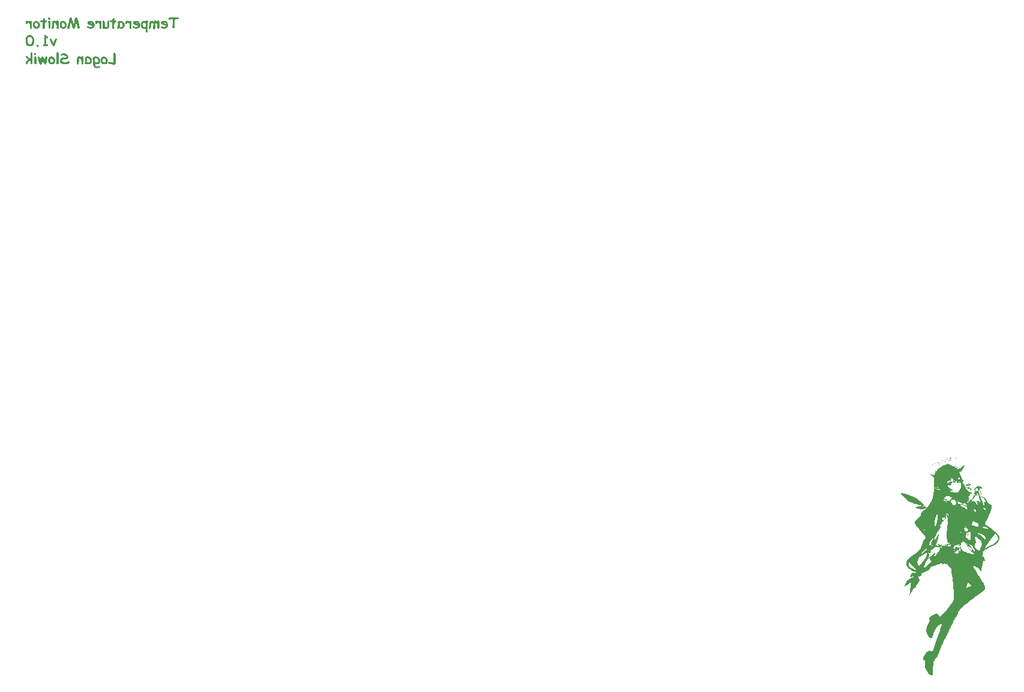
<source format=gbo>
%TF.GenerationSoftware,KiCad,Pcbnew,9.0.0*%
%TF.CreationDate,2025-04-13T23:06:23-05:00*%
%TF.ProjectId,temperature_sensor,74656d70-6572-4617-9475-72655f73656e,rev?*%
%TF.SameCoordinates,Original*%
%TF.FileFunction,Legend,Bot*%
%TF.FilePolarity,Positive*%
%FSLAX46Y46*%
G04 Gerber Fmt 4.6, Leading zero omitted, Abs format (unit mm)*
G04 Created by KiCad (PCBNEW 9.0.0) date 2025-04-13 23:06:23*
%MOMM*%
%LPD*%
G01*
G04 APERTURE LIST*
%ADD10C,0.300000*%
%ADD11C,0.000000*%
G04 APERTURE END LIST*
D10*
G36*
X65327080Y-29974016D02*
G01*
X65576116Y-29961742D01*
X65825060Y-29950568D01*
X65797400Y-30367216D01*
X65780565Y-30618095D01*
X65775876Y-30785970D01*
X65768732Y-30889651D01*
X65761496Y-30993241D01*
X65769896Y-31067250D01*
X65794286Y-31131818D01*
X65827639Y-31177029D01*
X65866883Y-31202327D01*
X65914178Y-31210861D01*
X65967217Y-31201874D01*
X66013555Y-31174958D01*
X66040604Y-31145639D01*
X66056365Y-31112639D01*
X66061732Y-31074574D01*
X66056694Y-31030976D01*
X66051565Y-30986372D01*
X66058251Y-30844039D01*
X66064846Y-30700516D01*
X66069540Y-30550975D01*
X66086370Y-30328473D01*
X66115038Y-29956430D01*
X66168344Y-29956430D01*
X66385114Y-29948106D01*
X66531044Y-29927121D01*
X66582931Y-29907023D01*
X66617101Y-29878514D01*
X66637524Y-29841146D01*
X66644800Y-29791933D01*
X66635727Y-29742322D01*
X66607889Y-29697044D01*
X66576254Y-29669535D01*
X66539386Y-29654540D01*
X66495232Y-29651615D01*
X66332292Y-29668193D01*
X66168344Y-29679184D01*
X65981406Y-29677169D01*
X65794377Y-29675062D01*
X65560728Y-29683855D01*
X65327080Y-29692648D01*
X65270227Y-29702922D01*
X65224131Y-29733131D01*
X65193068Y-29778154D01*
X65182640Y-29832782D01*
X65193050Y-29887506D01*
X65224131Y-29932983D01*
X65270270Y-29963620D01*
X65327080Y-29974016D01*
G37*
G36*
X64701494Y-30140620D02*
G01*
X64791030Y-30164699D01*
X64871306Y-30203965D01*
X64943841Y-30258983D01*
X65009533Y-30331404D01*
X65068124Y-30424161D01*
X65110516Y-30527026D01*
X65136725Y-30641769D01*
X65145821Y-30770583D01*
X65138428Y-30863439D01*
X65117247Y-30944523D01*
X65083041Y-31015868D01*
X65035575Y-31079022D01*
X64973630Y-31134932D01*
X64893507Y-31184460D01*
X64801488Y-31220910D01*
X64695498Y-31243827D01*
X64573010Y-31251894D01*
X64467040Y-31245049D01*
X64365898Y-31224766D01*
X64268653Y-31191078D01*
X64185990Y-31146684D01*
X64134661Y-31100933D01*
X64106647Y-31053556D01*
X64097561Y-31002583D01*
X64104713Y-30956391D01*
X64123847Y-30926117D01*
X64155291Y-30907312D01*
X64204082Y-30900184D01*
X64257928Y-30910546D01*
X64340369Y-30949918D01*
X64406119Y-30980056D01*
X64482913Y-30999002D01*
X64573010Y-31005697D01*
X64659786Y-30998044D01*
X64732837Y-30976388D01*
X64797322Y-30939816D01*
X64851722Y-30888461D01*
X64506424Y-30737152D01*
X64348645Y-30663197D01*
X64275889Y-30621290D01*
X64217078Y-30572901D01*
X64178737Y-30524411D01*
X64157002Y-30475028D01*
X64149860Y-30423270D01*
X64150664Y-30417133D01*
X64421427Y-30417133D01*
X64511344Y-30469054D01*
X64641704Y-30531988D01*
X64872238Y-30630540D01*
X64839804Y-30548986D01*
X64803442Y-30487167D01*
X64763703Y-30441496D01*
X64715507Y-30406483D01*
X64661790Y-30385628D01*
X64600762Y-30378482D01*
X64527664Y-30383322D01*
X64468749Y-30396643D01*
X64421427Y-30417133D01*
X64150664Y-30417133D01*
X64159607Y-30348842D01*
X64187664Y-30286729D01*
X64234715Y-30233923D01*
X64304557Y-30189255D01*
X64385156Y-30158918D01*
X64482751Y-30139334D01*
X64600671Y-30132285D01*
X64701494Y-30140620D01*
G37*
G36*
X63650230Y-30299897D02*
G01*
X63564805Y-30213466D01*
X63488915Y-30159078D01*
X63420499Y-30129713D01*
X63357139Y-30120561D01*
X63280980Y-30128790D01*
X63218833Y-30151985D01*
X63167622Y-30189518D01*
X63125597Y-30242927D01*
X63059511Y-30194355D01*
X62987294Y-30159945D01*
X62909265Y-30139349D01*
X62823346Y-30132285D01*
X62746716Y-30140580D01*
X62683413Y-30164081D01*
X62630515Y-30202297D01*
X62586359Y-30256861D01*
X62550771Y-30331312D01*
X62536783Y-30395405D01*
X62506716Y-30608009D01*
X62477649Y-30801060D01*
X62432985Y-31159204D01*
X62435664Y-31196023D01*
X62448764Y-31227454D01*
X62472919Y-31255100D01*
X62520667Y-31283414D01*
X62576417Y-31292927D01*
X62630839Y-31285170D01*
X62669888Y-31263936D01*
X62697602Y-31229193D01*
X62714719Y-31176973D01*
X62752638Y-30880950D01*
X62786435Y-30584012D01*
X62813205Y-30460674D01*
X62836946Y-30412889D01*
X62857143Y-30401929D01*
X62886829Y-30409894D01*
X62964763Y-30448824D01*
X63042276Y-30495587D01*
X63087678Y-30529424D01*
X63081803Y-30658214D01*
X63060018Y-30863823D01*
X63037333Y-31073360D01*
X63031349Y-31198313D01*
X63041468Y-31251890D01*
X63071375Y-31295217D01*
X63116040Y-31324024D01*
X63172766Y-31333960D01*
X63229500Y-31324006D01*
X63274249Y-31295125D01*
X63304083Y-31251717D01*
X63314183Y-31198039D01*
X63319474Y-31067802D01*
X63339279Y-30855030D01*
X63359083Y-30642258D01*
X63364375Y-30512021D01*
X63367560Y-30449987D01*
X63375640Y-30407791D01*
X63449933Y-30459337D01*
X63529246Y-30533664D01*
X63614418Y-30635486D01*
X63631821Y-30656919D01*
X63635942Y-30980601D01*
X63638049Y-31057721D01*
X63640064Y-31129620D01*
X63645161Y-31164055D01*
X63659919Y-31192488D01*
X63685127Y-31216448D01*
X63729792Y-31238295D01*
X63786518Y-31246032D01*
X63839504Y-31237163D01*
X63877544Y-31212404D01*
X63904396Y-31170195D01*
X63919504Y-31111137D01*
X63925919Y-31007071D01*
X63925919Y-30625686D01*
X63930041Y-30475477D01*
X63934071Y-30325176D01*
X63925626Y-30237063D01*
X63901281Y-30160129D01*
X63868447Y-30105825D01*
X63831448Y-30077108D01*
X63788533Y-30067805D01*
X63734987Y-30078822D01*
X63686134Y-30113142D01*
X63651811Y-30161638D01*
X63641071Y-30211786D01*
X63650230Y-30299897D01*
G37*
G36*
X62197553Y-30087070D02*
G01*
X62236519Y-30109291D01*
X62270228Y-30148222D01*
X62298242Y-30213311D01*
X62308146Y-30293943D01*
X62292759Y-30495993D01*
X62278379Y-30877653D01*
X62278379Y-31282852D01*
X62280486Y-31665428D01*
X62270333Y-31720226D01*
X62240552Y-31763888D01*
X62195789Y-31792911D01*
X62139069Y-31802906D01*
X62082388Y-31792847D01*
X62037678Y-31763613D01*
X62007833Y-31719666D01*
X61997653Y-31664512D01*
X61996645Y-31243101D01*
X61900178Y-31258644D01*
X61811173Y-31263618D01*
X61698621Y-31253099D01*
X61601659Y-31222974D01*
X61517231Y-31173987D01*
X61443252Y-31104982D01*
X61388115Y-31028024D01*
X61348360Y-30941700D01*
X61323770Y-30844271D01*
X61315208Y-30733489D01*
X61315226Y-30733214D01*
X61598041Y-30733214D01*
X61604381Y-30807490D01*
X61621889Y-30866731D01*
X61649240Y-30914015D01*
X61691629Y-30954717D01*
X61744497Y-30979374D01*
X61811173Y-30988112D01*
X61901854Y-30980849D01*
X61993623Y-30958711D01*
X61996693Y-30748685D01*
X62005896Y-30539316D01*
X61936723Y-30485682D01*
X61871715Y-30449465D01*
X61804558Y-30426774D01*
X61740465Y-30419515D01*
X61695579Y-30426924D01*
X61660092Y-30448292D01*
X61631626Y-30485338D01*
X61610314Y-30543346D01*
X61601850Y-30606674D01*
X61598041Y-30733214D01*
X61315226Y-30733214D01*
X61325335Y-30575224D01*
X61353241Y-30447042D01*
X61396174Y-30343586D01*
X61445577Y-30270704D01*
X61503408Y-30215852D01*
X61570466Y-30176721D01*
X61648588Y-30152512D01*
X61740465Y-30144009D01*
X61809792Y-30148716D01*
X61879317Y-30162968D01*
X61947537Y-30186577D01*
X62017162Y-30220853D01*
X62016154Y-30210595D01*
X62025870Y-30160304D01*
X62055080Y-30117905D01*
X62098313Y-30089241D01*
X62151343Y-30079528D01*
X62197553Y-30087070D01*
G37*
G36*
X60774069Y-30140620D02*
G01*
X60863605Y-30164699D01*
X60943881Y-30203965D01*
X61016416Y-30258983D01*
X61082108Y-30331404D01*
X61140699Y-30424161D01*
X61183091Y-30527026D01*
X61209300Y-30641769D01*
X61218396Y-30770583D01*
X61211003Y-30863439D01*
X61189822Y-30944523D01*
X61155616Y-31015868D01*
X61108150Y-31079022D01*
X61046205Y-31134932D01*
X60966082Y-31184460D01*
X60874063Y-31220910D01*
X60768073Y-31243827D01*
X60645585Y-31251894D01*
X60539615Y-31245049D01*
X60438473Y-31224766D01*
X60341228Y-31191078D01*
X60258565Y-31146684D01*
X60207236Y-31100933D01*
X60179222Y-31053556D01*
X60170136Y-31002583D01*
X60177289Y-30956391D01*
X60196422Y-30926117D01*
X60227866Y-30907312D01*
X60276657Y-30900184D01*
X60330503Y-30910546D01*
X60412944Y-30949918D01*
X60478694Y-30980056D01*
X60555488Y-30999002D01*
X60645585Y-31005697D01*
X60732361Y-30998044D01*
X60805412Y-30976388D01*
X60869897Y-30939816D01*
X60924297Y-30888461D01*
X60578999Y-30737152D01*
X60421220Y-30663197D01*
X60348464Y-30621290D01*
X60289653Y-30572901D01*
X60251312Y-30524411D01*
X60229577Y-30475028D01*
X60222435Y-30423270D01*
X60223239Y-30417133D01*
X60494002Y-30417133D01*
X60583919Y-30469054D01*
X60714279Y-30531988D01*
X60944813Y-30630540D01*
X60912379Y-30548986D01*
X60876017Y-30487167D01*
X60836278Y-30441496D01*
X60788082Y-30406483D01*
X60734365Y-30385628D01*
X60673337Y-30378482D01*
X60600239Y-30383322D01*
X60541324Y-30396643D01*
X60494002Y-30417133D01*
X60223239Y-30417133D01*
X60232182Y-30348842D01*
X60260239Y-30286729D01*
X60307290Y-30233923D01*
X60377132Y-30189255D01*
X60457731Y-30158918D01*
X60555326Y-30139334D01*
X60673246Y-30132285D01*
X60774069Y-30140620D01*
G37*
G36*
X59129570Y-30467783D02*
G01*
X59143608Y-30541092D01*
X59171716Y-30587512D01*
X59212997Y-30614813D01*
X59271994Y-30624678D01*
X59330404Y-30615747D01*
X59368545Y-30591926D01*
X59392132Y-30552953D01*
X59401046Y-30492696D01*
X59406175Y-30390205D01*
X59495509Y-30412231D01*
X59571427Y-30446665D01*
X59636036Y-30493201D01*
X59690750Y-30552539D01*
X59736178Y-30626327D01*
X59735170Y-31140428D01*
X59745288Y-31194011D01*
X59775104Y-31236965D01*
X59819740Y-31265488D01*
X59876495Y-31275341D01*
X59916982Y-31270444D01*
X59949117Y-31256700D01*
X59974864Y-31234309D01*
X59999135Y-31193182D01*
X60007654Y-31139970D01*
X60007654Y-30468149D01*
X60005639Y-30373261D01*
X60003532Y-30278373D01*
X59994728Y-30225018D01*
X59969277Y-30182477D01*
X59928970Y-30154163D01*
X59871366Y-30144009D01*
X59819195Y-30151666D01*
X59781191Y-30172813D01*
X59753688Y-30207787D01*
X59736178Y-30260787D01*
X59642056Y-30201506D01*
X59544332Y-30159851D01*
X59441916Y-30134865D01*
X59333452Y-30126423D01*
X59271251Y-30133890D01*
X59222768Y-30154681D01*
X59184694Y-30188355D01*
X59155549Y-30237089D01*
X59135963Y-30305298D01*
X59128563Y-30399090D01*
X59129570Y-30467783D01*
G37*
G36*
X58531915Y-30143532D02*
G01*
X58644447Y-30176446D01*
X58748152Y-30231019D01*
X58844722Y-30308872D01*
X58911391Y-30383675D01*
X58962020Y-30462637D01*
X58997917Y-30546497D01*
X59019664Y-30636331D01*
X59027080Y-30733489D01*
X59018018Y-30867146D01*
X58993052Y-30974921D01*
X58954579Y-31061544D01*
X58903615Y-31130811D01*
X58838001Y-31186406D01*
X58756816Y-31227641D01*
X58656699Y-31254080D01*
X58533221Y-31263618D01*
X58480915Y-31258452D01*
X58411313Y-31240537D01*
X58337453Y-31213463D01*
X58245258Y-31172485D01*
X58172508Y-31230584D01*
X58125415Y-31256884D01*
X58095690Y-31263618D01*
X58044631Y-31254706D01*
X57999886Y-31227897D01*
X57968735Y-31187596D01*
X57958395Y-31138230D01*
X57998329Y-31038395D01*
X58044643Y-30934256D01*
X58319081Y-30934256D01*
X58371377Y-30970548D01*
X58426151Y-30996355D01*
X58484359Y-31012095D01*
X58546593Y-31017421D01*
X58608604Y-31009171D01*
X58656647Y-30986069D01*
X58694146Y-30948087D01*
X58719656Y-30899217D01*
X58736850Y-30832028D01*
X58743330Y-30741091D01*
X58736807Y-30671384D01*
X58717543Y-30606726D01*
X58685280Y-30545875D01*
X58638825Y-30487933D01*
X58582861Y-30438970D01*
X58524232Y-30405257D01*
X58462026Y-30385244D01*
X58394918Y-30378482D01*
X58367807Y-30383153D01*
X58331354Y-30397991D01*
X58345276Y-30493062D01*
X58349855Y-30568533D01*
X58343437Y-30704945D01*
X58319081Y-30934256D01*
X58044643Y-30934256D01*
X58045498Y-30932333D01*
X58064804Y-30833120D01*
X58073159Y-30652064D01*
X58067572Y-30507900D01*
X58051635Y-30405409D01*
X58034003Y-30375681D01*
X58028096Y-30341204D01*
X58035649Y-30303515D01*
X58059825Y-30266207D01*
X58105982Y-30227605D01*
X58182793Y-30187331D01*
X58269855Y-30155193D01*
X58344307Y-30137674D01*
X58408199Y-30132285D01*
X58531915Y-30143532D01*
G37*
G36*
X57090112Y-30379214D02*
G01*
X57140853Y-30377749D01*
X57191503Y-30376192D01*
X57288864Y-30384344D01*
X57270363Y-30925280D01*
X57269355Y-30974923D01*
X57268348Y-31033816D01*
X57276514Y-31131364D01*
X57297345Y-31196049D01*
X57327340Y-31237244D01*
X57366197Y-31261112D01*
X57416909Y-31269480D01*
X57469696Y-31260677D01*
X57514270Y-31234675D01*
X57539633Y-31207549D01*
X57554342Y-31177224D01*
X57559333Y-31142443D01*
X57556310Y-31031801D01*
X57553196Y-30921067D01*
X57571698Y-30390205D01*
X57763764Y-30373261D01*
X57822786Y-30358592D01*
X57861050Y-30332266D01*
X57884005Y-30294270D01*
X57892358Y-30240454D01*
X57882556Y-30187200D01*
X57853432Y-30143001D01*
X57809497Y-30113233D01*
X57753048Y-30102976D01*
X57578842Y-30114699D01*
X57583971Y-30007080D01*
X57588092Y-29906605D01*
X57577582Y-29854574D01*
X57546144Y-29812266D01*
X57500096Y-29784229D01*
X57444661Y-29774713D01*
X57393641Y-29783500D01*
X57354122Y-29808804D01*
X57323215Y-29853076D01*
X57301532Y-29923440D01*
X57292986Y-30030436D01*
X57295001Y-30114699D01*
X57191503Y-30102976D01*
X57083029Y-30107800D01*
X57030669Y-30118363D01*
X56985281Y-30144781D01*
X56958456Y-30184787D01*
X56948695Y-30243110D01*
X56958816Y-30296876D01*
X56988720Y-30340380D01*
X57033393Y-30369258D01*
X57090112Y-30379214D01*
G37*
G36*
X55926722Y-30611306D02*
G01*
X55925714Y-30817020D01*
X55924707Y-31022642D01*
X55921135Y-31086297D01*
X55917471Y-31149862D01*
X55927912Y-31202085D01*
X55958962Y-31244017D01*
X56004662Y-31271712D01*
X56060903Y-31281203D01*
X56113387Y-31272937D01*
X56153714Y-31249479D01*
X56184917Y-31209579D01*
X56273412Y-31236351D01*
X56363734Y-31252383D01*
X56456485Y-31257756D01*
X56551812Y-31250422D01*
X56632570Y-31229702D01*
X56701308Y-31196756D01*
X56751791Y-31157386D01*
X56790234Y-31110899D01*
X56817790Y-31056388D01*
X56834573Y-30992233D01*
X56865173Y-30743935D01*
X56874506Y-30537575D01*
X56867348Y-30401308D01*
X56843732Y-30235508D01*
X56826660Y-30183827D01*
X56798991Y-30149375D01*
X56759936Y-30128278D01*
X56705429Y-30120561D01*
X56649974Y-30129977D01*
X56604038Y-30157656D01*
X56572547Y-30199608D01*
X56561998Y-30251628D01*
X56576835Y-30391854D01*
X56591673Y-30537026D01*
X56581964Y-30787527D01*
X56569054Y-30889913D01*
X56552747Y-30964756D01*
X56503105Y-30982067D01*
X56456393Y-30988112D01*
X56340475Y-30980377D01*
X56206441Y-30955414D01*
X56207449Y-30776353D01*
X56209464Y-30604437D01*
X56204212Y-30401836D01*
X56190046Y-30242286D01*
X56174810Y-30187441D01*
X56147619Y-30151094D01*
X56107786Y-30128789D01*
X56050645Y-30120561D01*
X55994186Y-30130127D01*
X55947147Y-30158297D01*
X55923426Y-30185781D01*
X55910327Y-30216829D01*
X55907213Y-30252910D01*
X55926722Y-30611306D01*
G37*
G36*
X54873883Y-30467783D02*
G01*
X54887921Y-30541092D01*
X54916028Y-30587512D01*
X54957309Y-30614813D01*
X55016307Y-30624678D01*
X55074716Y-30615747D01*
X55112857Y-30591926D01*
X55136445Y-30552953D01*
X55145359Y-30492696D01*
X55150488Y-30390205D01*
X55239821Y-30412231D01*
X55315740Y-30446665D01*
X55380349Y-30493201D01*
X55435063Y-30552539D01*
X55480490Y-30626327D01*
X55479483Y-31140428D01*
X55489600Y-31194011D01*
X55519416Y-31236965D01*
X55564052Y-31265488D01*
X55620808Y-31275341D01*
X55661294Y-31270444D01*
X55693430Y-31256700D01*
X55719177Y-31234309D01*
X55743448Y-31193182D01*
X55751966Y-31139970D01*
X55751966Y-30468149D01*
X55749951Y-30373261D01*
X55747845Y-30278373D01*
X55739041Y-30225018D01*
X55713590Y-30182477D01*
X55673283Y-30154163D01*
X55615679Y-30144009D01*
X55563508Y-30151666D01*
X55525504Y-30172813D01*
X55498001Y-30207787D01*
X55480490Y-30260787D01*
X55386368Y-30201506D01*
X55288645Y-30159851D01*
X55186228Y-30134865D01*
X55077764Y-30126423D01*
X55015564Y-30133890D01*
X54967081Y-30154681D01*
X54929007Y-30188355D01*
X54899862Y-30237089D01*
X54880275Y-30305298D01*
X54872875Y-30399090D01*
X54873883Y-30467783D01*
G37*
G36*
X54336316Y-30140620D02*
G01*
X54425852Y-30164699D01*
X54506128Y-30203965D01*
X54578663Y-30258983D01*
X54644355Y-30331404D01*
X54702946Y-30424161D01*
X54745338Y-30527026D01*
X54771547Y-30641769D01*
X54780643Y-30770583D01*
X54773250Y-30863439D01*
X54752069Y-30944523D01*
X54717863Y-31015868D01*
X54670397Y-31079022D01*
X54608452Y-31134932D01*
X54528329Y-31184460D01*
X54436310Y-31220910D01*
X54330320Y-31243827D01*
X54207832Y-31251894D01*
X54101862Y-31245049D01*
X54000720Y-31224766D01*
X53903475Y-31191078D01*
X53820812Y-31146684D01*
X53769484Y-31100933D01*
X53741469Y-31053556D01*
X53732383Y-31002583D01*
X53739536Y-30956391D01*
X53758669Y-30926117D01*
X53790113Y-30907312D01*
X53838904Y-30900184D01*
X53892750Y-30910546D01*
X53975191Y-30949918D01*
X54040941Y-30980056D01*
X54117735Y-30999002D01*
X54207832Y-31005697D01*
X54294608Y-30998044D01*
X54367659Y-30976388D01*
X54432144Y-30939816D01*
X54486544Y-30888461D01*
X54141246Y-30737152D01*
X53983467Y-30663197D01*
X53910711Y-30621290D01*
X53851900Y-30572901D01*
X53813559Y-30524411D01*
X53791824Y-30475028D01*
X53784682Y-30423270D01*
X53785486Y-30417133D01*
X54056249Y-30417133D01*
X54146166Y-30469054D01*
X54276526Y-30531988D01*
X54507060Y-30630540D01*
X54474626Y-30548986D01*
X54438264Y-30487167D01*
X54398525Y-30441496D01*
X54350329Y-30406483D01*
X54296612Y-30385628D01*
X54235584Y-30378482D01*
X54162486Y-30383322D01*
X54103571Y-30396643D01*
X54056249Y-30417133D01*
X53785486Y-30417133D01*
X53794429Y-30348842D01*
X53822486Y-30286729D01*
X53869537Y-30233923D01*
X53939379Y-30189255D01*
X54019978Y-30158918D01*
X54117573Y-30139334D01*
X54235493Y-30132285D01*
X54336316Y-30140620D01*
G37*
G36*
X52202904Y-30394419D02*
G01*
X52331956Y-30897620D01*
X52369874Y-31129162D01*
X52398163Y-31198205D01*
X52433056Y-31241986D01*
X52474411Y-31266865D01*
X52524572Y-31275341D01*
X52569471Y-31269683D01*
X52606064Y-31253592D01*
X52636313Y-31226981D01*
X52662310Y-31182306D01*
X52671117Y-31129345D01*
X52664334Y-31019187D01*
X52641929Y-30885205D01*
X52600409Y-30723230D01*
X52486653Y-30325359D01*
X52426203Y-30008729D01*
X52389501Y-29862162D01*
X52356062Y-29770689D01*
X52326369Y-29718293D01*
X52286261Y-29677174D01*
X52241631Y-29653670D01*
X52190539Y-29645753D01*
X52134254Y-29656078D01*
X52089438Y-29686325D01*
X52053244Y-29740184D01*
X52016389Y-29853538D01*
X51965134Y-30105815D01*
X51910550Y-30377653D01*
X51830953Y-30682930D01*
X51720311Y-30370631D01*
X51613699Y-30015689D01*
X51556271Y-29780392D01*
X51521660Y-29711534D01*
X51482071Y-29667493D01*
X51437292Y-29642469D01*
X51385179Y-29634030D01*
X51336604Y-29643136D01*
X51293701Y-29670884D01*
X51254460Y-29721717D01*
X51219216Y-29804297D01*
X51198711Y-29888239D01*
X51171039Y-30060844D01*
X51125504Y-30352337D01*
X51075304Y-30600370D01*
X51021471Y-30809692D01*
X50942301Y-31096043D01*
X50930246Y-31154441D01*
X50935592Y-31192611D01*
X50951343Y-31226024D01*
X50978423Y-31256016D01*
X51026517Y-31283777D01*
X51079814Y-31292927D01*
X51128986Y-31284127D01*
X51172063Y-31257551D01*
X51211073Y-31209493D01*
X51245869Y-31132368D01*
X51303205Y-30883332D01*
X51350519Y-30677174D01*
X51409817Y-30351279D01*
X51562499Y-30783589D01*
X51623957Y-30972541D01*
X51664480Y-31078744D01*
X51702817Y-31156365D01*
X51745325Y-31210827D01*
X51794992Y-31241518D01*
X51854492Y-31251894D01*
X51898460Y-31245223D01*
X51936808Y-31225460D01*
X51971204Y-31190997D01*
X52002045Y-31137863D01*
X52059472Y-30946896D01*
X52134551Y-30680089D01*
X52202904Y-30394419D01*
G37*
G36*
X50399042Y-30152876D02*
G01*
X50495028Y-30178349D01*
X50579965Y-30219623D01*
X50655623Y-30277104D01*
X50723067Y-30352378D01*
X50780102Y-30444021D01*
X50819447Y-30540743D01*
X50841846Y-30643838D01*
X50847081Y-30754921D01*
X50833811Y-30871339D01*
X50802888Y-30971544D01*
X50755221Y-31058383D01*
X50690277Y-31133925D01*
X50618236Y-31191033D01*
X50540825Y-31231130D01*
X50456788Y-31255341D01*
X50364396Y-31263618D01*
X50270483Y-31255815D01*
X50186932Y-31233254D01*
X50111871Y-31196423D01*
X50043898Y-31144758D01*
X49982187Y-31076680D01*
X49927376Y-30990061D01*
X49887880Y-30894844D01*
X49863560Y-30789499D01*
X49860236Y-30743106D01*
X50129832Y-30743106D01*
X50141630Y-30820065D01*
X50168404Y-30882612D01*
X50209791Y-30933798D01*
X50256365Y-30967359D01*
X50307403Y-30987216D01*
X50364488Y-30993974D01*
X50411608Y-30988190D01*
X50454191Y-30971090D01*
X50493540Y-30941950D01*
X50531107Y-30894142D01*
X50554706Y-30832929D01*
X50563241Y-30754280D01*
X50556093Y-30669740D01*
X50535455Y-30594858D01*
X50501783Y-30527867D01*
X50460684Y-30476124D01*
X50414674Y-30441098D01*
X50362773Y-30420428D01*
X50303030Y-30413653D01*
X50250402Y-30421698D01*
X50208628Y-30444085D01*
X50174966Y-30481854D01*
X50148980Y-30539349D01*
X50132617Y-30623491D01*
X50129832Y-30743106D01*
X49860236Y-30743106D01*
X49855150Y-30672123D01*
X49862483Y-30563839D01*
X49883518Y-30468191D01*
X49917339Y-30383265D01*
X49963777Y-30307499D01*
X50030363Y-30235213D01*
X50105522Y-30184969D01*
X50190990Y-30154548D01*
X50289658Y-30144009D01*
X50399042Y-30152876D01*
G37*
G36*
X48875675Y-31275341D02*
G01*
X48933717Y-31266971D01*
X48973936Y-31244325D01*
X49001165Y-31207458D01*
X49016084Y-31151785D01*
X49044752Y-30940301D01*
X49056427Y-30829374D01*
X49060140Y-30728818D01*
X49056568Y-30637959D01*
X49052996Y-30547009D01*
X49050981Y-30510739D01*
X49048874Y-30463295D01*
X49055526Y-30410189D01*
X49070739Y-30385888D01*
X49092929Y-30378482D01*
X49151069Y-30389318D01*
X49211806Y-30424357D01*
X49277852Y-30491047D01*
X49332058Y-30569559D01*
X49379536Y-30663820D01*
X49419726Y-30776170D01*
X49428977Y-30868219D01*
X49435113Y-30960360D01*
X49428519Y-31048837D01*
X49421833Y-31137222D01*
X49432102Y-31192103D01*
X49462316Y-31236049D01*
X49507481Y-31265300D01*
X49564257Y-31275341D01*
X49620969Y-31265326D01*
X49665740Y-31236232D01*
X49695527Y-31192507D01*
X49705673Y-31137772D01*
X49711810Y-31049753D01*
X49717947Y-30961734D01*
X49703658Y-30683572D01*
X49689279Y-30405318D01*
X49692851Y-30311987D01*
X49696423Y-30219846D01*
X49685948Y-30166280D01*
X49654932Y-30123401D01*
X49609169Y-30095068D01*
X49552991Y-30085390D01*
X49493903Y-30095492D01*
X49452321Y-30123591D01*
X49423823Y-30171731D01*
X49409560Y-30248239D01*
X49408552Y-30259505D01*
X49328281Y-30190345D01*
X49249778Y-30144118D01*
X49171854Y-30117554D01*
X49092929Y-30108838D01*
X49017089Y-30115915D01*
X48954669Y-30135796D01*
X48902958Y-30167536D01*
X48860136Y-30211686D01*
X48825483Y-30270221D01*
X48800478Y-30344509D01*
X48782996Y-30449545D01*
X48776299Y-30593995D01*
X48776299Y-30666536D01*
X48777306Y-30732939D01*
X48772453Y-30817975D01*
X48755325Y-30938286D01*
X48738110Y-31058389D01*
X48733251Y-31142534D01*
X48743580Y-31195065D01*
X48774284Y-31237514D01*
X48819576Y-31265687D01*
X48875675Y-31275341D01*
G37*
G36*
X48350400Y-29974016D02*
G01*
X48411648Y-29962948D01*
X48464157Y-29929777D01*
X48491151Y-29897691D01*
X48506959Y-29862078D01*
X48512333Y-29821608D01*
X48506957Y-29781141D01*
X48491148Y-29745561D01*
X48464157Y-29713531D01*
X48429931Y-29688808D01*
X48392402Y-29674179D01*
X48350400Y-29669200D01*
X48308416Y-29674191D01*
X48271078Y-29688827D01*
X48237194Y-29713531D01*
X48210535Y-29745521D01*
X48194892Y-29781104D01*
X48189567Y-29821608D01*
X48194891Y-29862115D01*
X48210531Y-29897730D01*
X48237194Y-29929777D01*
X48271072Y-29954426D01*
X48308410Y-29969034D01*
X48350400Y-29974016D01*
G37*
G36*
X48263297Y-30724146D02*
G01*
X48259725Y-30911267D01*
X48256153Y-31098387D01*
X48266333Y-31152846D01*
X48296179Y-31196024D01*
X48340807Y-31224476D01*
X48397570Y-31234309D01*
X48454348Y-31224479D01*
X48499053Y-31196024D01*
X48528827Y-31152854D01*
X48538986Y-31098387D01*
X48542559Y-30911267D01*
X48546131Y-30724146D01*
X48535872Y-30496268D01*
X48525614Y-30268206D01*
X48515452Y-30213756D01*
X48485680Y-30170662D01*
X48440968Y-30142135D01*
X48384198Y-30132285D01*
X48327442Y-30142138D01*
X48282806Y-30170662D01*
X48252963Y-30213763D01*
X48242781Y-30268206D01*
X48253039Y-30496268D01*
X48263297Y-30724146D01*
G37*
G36*
X47273015Y-30379214D02*
G01*
X47323756Y-30377749D01*
X47374406Y-30376192D01*
X47471767Y-30384344D01*
X47453266Y-30925280D01*
X47452258Y-30974923D01*
X47451251Y-31033816D01*
X47459417Y-31131364D01*
X47480248Y-31196049D01*
X47510243Y-31237244D01*
X47549100Y-31261112D01*
X47599812Y-31269480D01*
X47652599Y-31260677D01*
X47697173Y-31234675D01*
X47722536Y-31207549D01*
X47737245Y-31177224D01*
X47742236Y-31142443D01*
X47739213Y-31031801D01*
X47736099Y-30921067D01*
X47754601Y-30390205D01*
X47946667Y-30373261D01*
X48005689Y-30358592D01*
X48043953Y-30332266D01*
X48066908Y-30294270D01*
X48075261Y-30240454D01*
X48065459Y-30187200D01*
X48036335Y-30143001D01*
X47992400Y-30113233D01*
X47935951Y-30102976D01*
X47761745Y-30114699D01*
X47766874Y-30007080D01*
X47770995Y-29906605D01*
X47760485Y-29854574D01*
X47729047Y-29812266D01*
X47682999Y-29784229D01*
X47627564Y-29774713D01*
X47576544Y-29783500D01*
X47537025Y-29808804D01*
X47506118Y-29853076D01*
X47484435Y-29923440D01*
X47475889Y-30030436D01*
X47477904Y-30114699D01*
X47374406Y-30102976D01*
X47265932Y-30107800D01*
X47213572Y-30118363D01*
X47168184Y-30144781D01*
X47141359Y-30184787D01*
X47131598Y-30243110D01*
X47141719Y-30296876D01*
X47171623Y-30340380D01*
X47216296Y-30369258D01*
X47273015Y-30379214D01*
G37*
G36*
X46619628Y-30152876D02*
G01*
X46715614Y-30178349D01*
X46800551Y-30219623D01*
X46876209Y-30277104D01*
X46943653Y-30352378D01*
X47000688Y-30444021D01*
X47040033Y-30540743D01*
X47062433Y-30643838D01*
X47067668Y-30754921D01*
X47054397Y-30871339D01*
X47023474Y-30971544D01*
X46975807Y-31058383D01*
X46910864Y-31133925D01*
X46838823Y-31191033D01*
X46761411Y-31231130D01*
X46677374Y-31255341D01*
X46584983Y-31263618D01*
X46491069Y-31255815D01*
X46407518Y-31233254D01*
X46332457Y-31196423D01*
X46264484Y-31144758D01*
X46202773Y-31076680D01*
X46147963Y-30990061D01*
X46108466Y-30894844D01*
X46084146Y-30789499D01*
X46080822Y-30743106D01*
X46350418Y-30743106D01*
X46362216Y-30820065D01*
X46388990Y-30882612D01*
X46430377Y-30933798D01*
X46476951Y-30967359D01*
X46527990Y-30987216D01*
X46585074Y-30993974D01*
X46632194Y-30988190D01*
X46674777Y-30971090D01*
X46714126Y-30941950D01*
X46751693Y-30894142D01*
X46775292Y-30832929D01*
X46783827Y-30754280D01*
X46776680Y-30669740D01*
X46756041Y-30594858D01*
X46722369Y-30527867D01*
X46681270Y-30476124D01*
X46635261Y-30441098D01*
X46583359Y-30420428D01*
X46523617Y-30413653D01*
X46470988Y-30421698D01*
X46429214Y-30444085D01*
X46395552Y-30481854D01*
X46369566Y-30539349D01*
X46353203Y-30623491D01*
X46350418Y-30743106D01*
X46080822Y-30743106D01*
X46075736Y-30672123D01*
X46083069Y-30563839D01*
X46104104Y-30468191D01*
X46137925Y-30383265D01*
X46184363Y-30307499D01*
X46250949Y-30235213D01*
X46326109Y-30184969D01*
X46411576Y-30154548D01*
X46510244Y-30144009D01*
X46619628Y-30152876D01*
G37*
G36*
X45045062Y-30467783D02*
G01*
X45059100Y-30541092D01*
X45087208Y-30587512D01*
X45128489Y-30614813D01*
X45187486Y-30624678D01*
X45245895Y-30615747D01*
X45284037Y-30591926D01*
X45307624Y-30552953D01*
X45316538Y-30492696D01*
X45321667Y-30390205D01*
X45411001Y-30412231D01*
X45486919Y-30446665D01*
X45551528Y-30493201D01*
X45606242Y-30552539D01*
X45651670Y-30626327D01*
X45650662Y-31140428D01*
X45660780Y-31194011D01*
X45690596Y-31236965D01*
X45735232Y-31265488D01*
X45791987Y-31275341D01*
X45832474Y-31270444D01*
X45864609Y-31256700D01*
X45890356Y-31234309D01*
X45914627Y-31193182D01*
X45923146Y-31139970D01*
X45923146Y-30468149D01*
X45921131Y-30373261D01*
X45919024Y-30278373D01*
X45910220Y-30225018D01*
X45884769Y-30182477D01*
X45844462Y-30154163D01*
X45786858Y-30144009D01*
X45734687Y-30151666D01*
X45696683Y-30172813D01*
X45669180Y-30207787D01*
X45651670Y-30260787D01*
X45557548Y-30201506D01*
X45459824Y-30159851D01*
X45357408Y-30134865D01*
X45248944Y-30126423D01*
X45186743Y-30133890D01*
X45138260Y-30154681D01*
X45100186Y-30188355D01*
X45071041Y-30237089D01*
X45051455Y-30305298D01*
X45044054Y-30399090D01*
X45045062Y-30467783D01*
G37*
G36*
X48836840Y-33648979D02*
G01*
X48850027Y-33695893D01*
X48878880Y-33733151D01*
X48919517Y-33757610D01*
X48970013Y-33766032D01*
X49018039Y-33759341D01*
X49057274Y-33740144D01*
X49089901Y-33707802D01*
X49116559Y-33659237D01*
X49455812Y-32831529D01*
X49465929Y-32800815D01*
X49469093Y-32773002D01*
X49458139Y-32722194D01*
X49424580Y-32679121D01*
X49376598Y-32650137D01*
X49322547Y-32640561D01*
X49268923Y-32649753D01*
X49227952Y-32676059D01*
X49196518Y-32721711D01*
X49126932Y-32887226D01*
X48969006Y-33302948D01*
X48819438Y-32949498D01*
X48730320Y-32728580D01*
X48696498Y-32681954D01*
X48655016Y-32655491D01*
X48603283Y-32646423D01*
X48549207Y-32655880D01*
X48501342Y-32684433D01*
X48476297Y-32712224D01*
X48461700Y-32743313D01*
X48456737Y-32778955D01*
X48478898Y-32850388D01*
X48622700Y-33185711D01*
X48836840Y-33648979D01*
G37*
G36*
X47629395Y-33725000D02*
G01*
X48036151Y-33725000D01*
X48116370Y-33718297D01*
X48169547Y-33701202D01*
X48203395Y-33676598D01*
X48222997Y-33644741D01*
X48229866Y-33603183D01*
X48222164Y-33556315D01*
X48200214Y-33520440D01*
X48162379Y-33492780D01*
X48103038Y-33473590D01*
X48013619Y-33466072D01*
X47968557Y-33467079D01*
X47968557Y-32555565D01*
X48051860Y-32606714D01*
X48084328Y-32617114D01*
X48137841Y-32606930D01*
X48184254Y-32576081D01*
X48216353Y-32531195D01*
X48226752Y-32480643D01*
X48220270Y-32445695D01*
X48198992Y-32407690D01*
X48158059Y-32364781D01*
X48042287Y-32280608D01*
X47917266Y-32180133D01*
X47864026Y-32148095D01*
X47814931Y-32130347D01*
X47768705Y-32124720D01*
X47728282Y-32131676D01*
X47700941Y-32150783D01*
X47683315Y-32183397D01*
X47676473Y-32235546D01*
X47686731Y-32579470D01*
X47694025Y-32825187D01*
X47696989Y-33212822D01*
X47696989Y-33461217D01*
X47629395Y-33461217D01*
X47574242Y-33470845D01*
X47529469Y-33499044D01*
X47499146Y-33541383D01*
X47488986Y-33593108D01*
X47499146Y-33644834D01*
X47529469Y-33687172D01*
X47574242Y-33715371D01*
X47629395Y-33725000D01*
G37*
G36*
X46738947Y-33830512D02*
G01*
X46803323Y-33819708D01*
X46857832Y-33787739D01*
X46886680Y-33756671D01*
X46902770Y-33724926D01*
X46908024Y-33691386D01*
X46902751Y-33657085D01*
X46886633Y-33624638D01*
X46857832Y-33592925D01*
X46803248Y-33560176D01*
X46738947Y-33549145D01*
X46692013Y-33554008D01*
X46652610Y-33567846D01*
X46619145Y-33590361D01*
X46592629Y-33620375D01*
X46577205Y-33653622D01*
X46571976Y-33691386D01*
X46577192Y-33725627D01*
X46593030Y-33757524D01*
X46621160Y-33788197D01*
X46674782Y-33819783D01*
X46738947Y-33830512D01*
G37*
G36*
X45742897Y-32141482D02*
G01*
X45849429Y-32173060D01*
X45945153Y-32224914D01*
X46031939Y-32298352D01*
X46110723Y-32396288D01*
X46175028Y-32510118D01*
X46221256Y-32632831D01*
X46249564Y-32765969D01*
X46259284Y-32911396D01*
X46251221Y-33086180D01*
X46228560Y-33235809D01*
X46193215Y-33363617D01*
X46146536Y-33472575D01*
X46089032Y-33564137D01*
X46023009Y-33636531D01*
X45948088Y-33692157D01*
X45863087Y-33732353D01*
X45766113Y-33757307D01*
X45654691Y-33766032D01*
X45531315Y-33756043D01*
X45425631Y-33727641D01*
X45334504Y-33682099D01*
X45255582Y-33619195D01*
X45187485Y-33537238D01*
X45136369Y-33447295D01*
X45093779Y-33337418D01*
X45060878Y-33204117D01*
X45039423Y-33043403D01*
X45033098Y-32885934D01*
X45318644Y-32885934D01*
X45325194Y-33045971D01*
X45342937Y-33172729D01*
X45369403Y-33271812D01*
X45402724Y-33348194D01*
X45451434Y-33417188D01*
X45508486Y-33464194D01*
X45575263Y-33492426D01*
X45654783Y-33502250D01*
X45730108Y-33493464D01*
X45793354Y-33468306D01*
X45847296Y-33426745D01*
X45893354Y-33366372D01*
X45931388Y-33282706D01*
X45955511Y-33190370D01*
X45972225Y-33064017D01*
X45978558Y-32895276D01*
X45968316Y-32770649D01*
X45938719Y-32659822D01*
X45890447Y-32560327D01*
X45833244Y-32484694D01*
X45770739Y-32434097D01*
X45701814Y-32404439D01*
X45624008Y-32394364D01*
X45550577Y-32402464D01*
X45489557Y-32425491D01*
X45438217Y-32463096D01*
X45395031Y-32517005D01*
X45364549Y-32578389D01*
X45340551Y-32657607D01*
X45324541Y-32758614D01*
X45318644Y-32885934D01*
X45033098Y-32885934D01*
X45031689Y-32850854D01*
X45040817Y-32709843D01*
X45067123Y-32583670D01*
X45109581Y-32470191D01*
X45167977Y-32367620D01*
X45239131Y-32281142D01*
X45318769Y-32215733D01*
X45407902Y-32169133D01*
X45508416Y-32140520D01*
X45622909Y-32130582D01*
X45742897Y-32141482D01*
G37*
G36*
X56771100Y-36209829D02*
G01*
X56909423Y-36254407D01*
X57145158Y-36301420D01*
X57367032Y-36330504D01*
X57525352Y-36338789D01*
X57608998Y-36331373D01*
X57670927Y-36311501D01*
X57716288Y-36281299D01*
X57748539Y-36240754D01*
X57768957Y-36187728D01*
X57776403Y-36118329D01*
X57755887Y-35793272D01*
X57736241Y-35335792D01*
X57729234Y-34802807D01*
X57719078Y-34748634D01*
X57688751Y-34703339D01*
X57643446Y-34672735D01*
X57586810Y-34662306D01*
X57530102Y-34672740D01*
X57484411Y-34703430D01*
X57453659Y-34748782D01*
X57443378Y-34802990D01*
X57450597Y-35339811D01*
X57471039Y-35811682D01*
X57490456Y-36063283D01*
X57329599Y-36050775D01*
X57124844Y-36014178D01*
X56867454Y-35947145D01*
X56822391Y-35940184D01*
X56781526Y-35945581D01*
X56747228Y-35961160D01*
X56717885Y-35987354D01*
X56690831Y-36032292D01*
X56681982Y-36081693D01*
X56691761Y-36134791D01*
X56720312Y-36176581D01*
X56771100Y-36209829D01*
G37*
G36*
X56190528Y-35192876D02*
G01*
X56286514Y-35218349D01*
X56371451Y-35259623D01*
X56447109Y-35317104D01*
X56514553Y-35392378D01*
X56571588Y-35484021D01*
X56610933Y-35580743D01*
X56633333Y-35683838D01*
X56638568Y-35794921D01*
X56625297Y-35911339D01*
X56594374Y-36011544D01*
X56546707Y-36098383D01*
X56481764Y-36173925D01*
X56409723Y-36231033D01*
X56332311Y-36271130D01*
X56248274Y-36295341D01*
X56155883Y-36303618D01*
X56061969Y-36295815D01*
X55978418Y-36273254D01*
X55903357Y-36236423D01*
X55835384Y-36184758D01*
X55773673Y-36116680D01*
X55718863Y-36030061D01*
X55679366Y-35934844D01*
X55655046Y-35829499D01*
X55651722Y-35783106D01*
X55921318Y-35783106D01*
X55933116Y-35860065D01*
X55959890Y-35922612D01*
X56001277Y-35973798D01*
X56047851Y-36007359D01*
X56098890Y-36027216D01*
X56155974Y-36033974D01*
X56203094Y-36028190D01*
X56245677Y-36011090D01*
X56285026Y-35981950D01*
X56322593Y-35934142D01*
X56346192Y-35872929D01*
X56354727Y-35794280D01*
X56347580Y-35709740D01*
X56326941Y-35634858D01*
X56293269Y-35567867D01*
X56252170Y-35516124D01*
X56206161Y-35481098D01*
X56154259Y-35460428D01*
X56094517Y-35453653D01*
X56041888Y-35461698D01*
X56000114Y-35484085D01*
X55966453Y-35521854D01*
X55940466Y-35579349D01*
X55924103Y-35663491D01*
X55921318Y-35783106D01*
X55651722Y-35783106D01*
X55646636Y-35712123D01*
X55653970Y-35603839D01*
X55675004Y-35508191D01*
X55708825Y-35423265D01*
X55755263Y-35347499D01*
X55821849Y-35275213D01*
X55897009Y-35224969D01*
X55982476Y-35194548D01*
X56081144Y-35184009D01*
X56190528Y-35192876D01*
G37*
G36*
X55032693Y-35203599D02*
G01*
X55138680Y-35226095D01*
X55232200Y-35262114D01*
X55315042Y-35311317D01*
X55388533Y-35374152D01*
X55448849Y-35445997D01*
X55495836Y-35525724D01*
X55530024Y-35614441D01*
X55551240Y-35713643D01*
X55558617Y-35825146D01*
X55550128Y-35927037D01*
X55525748Y-36016230D01*
X55486211Y-36095002D01*
X55431031Y-36165040D01*
X55363166Y-36222630D01*
X55286565Y-36263692D01*
X55199501Y-36288956D01*
X55099563Y-36297756D01*
X55023944Y-36290937D01*
X54956131Y-36271103D01*
X54894256Y-36238047D01*
X54838254Y-36191144D01*
X54854991Y-36323717D01*
X54883363Y-36418464D01*
X54920228Y-36484327D01*
X54959958Y-36524535D01*
X55009264Y-36553834D01*
X55070201Y-36572433D01*
X55145725Y-36579124D01*
X55214391Y-36575044D01*
X55298407Y-36561538D01*
X55379808Y-36547663D01*
X55430573Y-36543953D01*
X55484347Y-36552946D01*
X55524912Y-36578483D01*
X55551499Y-36617667D01*
X55560724Y-36668883D01*
X55553165Y-36709001D01*
X55530338Y-36743342D01*
X55488592Y-36773669D01*
X55420487Y-36799425D01*
X55315801Y-36818013D01*
X55162120Y-36825321D01*
X55022537Y-36815717D01*
X54909489Y-36789193D01*
X54818171Y-36748191D01*
X54744741Y-36693706D01*
X54686579Y-36625194D01*
X54646621Y-36550120D01*
X54613377Y-36449247D01*
X54588869Y-36316273D01*
X54575937Y-36143975D01*
X54558770Y-35879872D01*
X54524737Y-35634911D01*
X54507834Y-35520040D01*
X54504823Y-35471238D01*
X54788062Y-35471238D01*
X54833124Y-35777610D01*
X54847209Y-35835118D01*
X54876645Y-35895501D01*
X54924349Y-35960060D01*
X54985719Y-36017725D01*
X55041255Y-36048067D01*
X55093426Y-36057421D01*
X55151871Y-36050026D01*
X55196915Y-36029442D01*
X55231820Y-35995963D01*
X55255803Y-35952388D01*
X55271860Y-35892821D01*
X55277891Y-35812506D01*
X55267557Y-35705532D01*
X55238459Y-35617302D01*
X55191795Y-35543961D01*
X55139818Y-35494933D01*
X55078903Y-35459777D01*
X55007267Y-35437916D01*
X54922334Y-35430205D01*
X54856755Y-35440464D01*
X54788062Y-35471238D01*
X54504823Y-35471238D01*
X54503213Y-35445135D01*
X54512195Y-35380829D01*
X54536324Y-35336683D01*
X54575198Y-35307150D01*
X54633364Y-35291170D01*
X54682173Y-35249661D01*
X54746113Y-35219363D01*
X54819497Y-35202063D01*
X54912076Y-35195732D01*
X55032693Y-35203599D01*
G37*
G36*
X53912794Y-35183532D02*
G01*
X54025327Y-35216446D01*
X54129031Y-35271019D01*
X54225601Y-35348872D01*
X54292270Y-35423675D01*
X54342899Y-35502637D01*
X54378796Y-35586497D01*
X54400543Y-35676331D01*
X54407959Y-35773489D01*
X54398897Y-35907146D01*
X54373931Y-36014921D01*
X54335458Y-36101544D01*
X54284494Y-36170811D01*
X54218880Y-36226406D01*
X54137695Y-36267641D01*
X54037578Y-36294080D01*
X53914100Y-36303618D01*
X53861794Y-36298452D01*
X53792192Y-36280537D01*
X53718333Y-36253463D01*
X53626137Y-36212485D01*
X53553387Y-36270584D01*
X53506294Y-36296884D01*
X53476569Y-36303618D01*
X53425510Y-36294706D01*
X53380765Y-36267897D01*
X53349614Y-36227596D01*
X53339274Y-36178230D01*
X53379208Y-36078395D01*
X53425522Y-35974256D01*
X53699960Y-35974256D01*
X53752256Y-36010548D01*
X53807030Y-36036355D01*
X53865238Y-36052095D01*
X53927472Y-36057421D01*
X53989483Y-36049171D01*
X54037526Y-36026069D01*
X54075025Y-35988087D01*
X54100535Y-35939217D01*
X54117729Y-35872028D01*
X54124210Y-35781091D01*
X54117686Y-35711384D01*
X54098422Y-35646726D01*
X54066159Y-35585875D01*
X54019704Y-35527933D01*
X53963740Y-35478970D01*
X53905111Y-35445257D01*
X53842905Y-35425244D01*
X53775797Y-35418482D01*
X53748686Y-35423153D01*
X53712233Y-35437991D01*
X53726155Y-35533062D01*
X53730734Y-35608533D01*
X53724316Y-35744945D01*
X53699960Y-35974256D01*
X53425522Y-35974256D01*
X53426377Y-35972333D01*
X53445683Y-35873120D01*
X53454038Y-35692064D01*
X53448451Y-35547900D01*
X53432514Y-35445409D01*
X53414882Y-35415681D01*
X53408975Y-35381204D01*
X53416528Y-35343515D01*
X53440704Y-35306207D01*
X53486861Y-35267605D01*
X53563672Y-35227331D01*
X53650734Y-35195193D01*
X53725186Y-35177674D01*
X53789078Y-35172285D01*
X53912794Y-35183532D01*
G37*
G36*
X52386910Y-36315341D02*
G01*
X52444952Y-36306971D01*
X52485171Y-36284325D01*
X52512400Y-36247458D01*
X52527319Y-36191785D01*
X52555987Y-35980301D01*
X52567662Y-35869374D01*
X52571375Y-35768818D01*
X52567803Y-35677959D01*
X52564231Y-35587009D01*
X52562215Y-35550739D01*
X52560109Y-35503295D01*
X52566761Y-35450189D01*
X52581974Y-35425888D01*
X52604164Y-35418482D01*
X52662304Y-35429318D01*
X52723041Y-35464357D01*
X52789087Y-35531047D01*
X52843293Y-35609559D01*
X52890771Y-35703820D01*
X52930961Y-35816170D01*
X52940212Y-35908219D01*
X52946348Y-36000360D01*
X52939754Y-36088837D01*
X52933068Y-36177222D01*
X52943337Y-36232103D01*
X52973551Y-36276049D01*
X53018716Y-36305300D01*
X53075492Y-36315341D01*
X53132204Y-36305326D01*
X53176975Y-36276232D01*
X53206762Y-36232507D01*
X53216908Y-36177772D01*
X53223045Y-36089753D01*
X53229182Y-36001734D01*
X53214893Y-35723572D01*
X53200514Y-35445318D01*
X53204086Y-35351987D01*
X53207658Y-35259846D01*
X53197183Y-35206280D01*
X53166167Y-35163401D01*
X53120404Y-35135068D01*
X53064226Y-35125390D01*
X53005138Y-35135492D01*
X52963556Y-35163591D01*
X52935058Y-35211731D01*
X52920795Y-35288239D01*
X52919787Y-35299505D01*
X52839516Y-35230345D01*
X52761013Y-35184118D01*
X52683089Y-35157554D01*
X52604164Y-35148838D01*
X52528324Y-35155915D01*
X52465904Y-35175796D01*
X52414193Y-35207536D01*
X52371371Y-35251686D01*
X52336718Y-35310221D01*
X52311713Y-35384509D01*
X52294231Y-35489545D01*
X52287534Y-35633995D01*
X52287534Y-35706536D01*
X52288541Y-35772939D01*
X52283688Y-35857975D01*
X52266560Y-35978286D01*
X52249345Y-36098389D01*
X52244486Y-36182534D01*
X52254815Y-36235065D01*
X52285519Y-36277514D01*
X52330811Y-36305687D01*
X52386910Y-36315341D01*
G37*
G36*
X50704657Y-36309480D02*
G01*
X50835823Y-36301140D01*
X50945651Y-36277811D01*
X51037600Y-36241346D01*
X51114527Y-36192609D01*
X51172386Y-36139051D01*
X51210914Y-36084473D01*
X51233162Y-36027994D01*
X51240556Y-35968120D01*
X51230526Y-35907671D01*
X51201630Y-35860042D01*
X51173119Y-35836619D01*
X51137913Y-35822211D01*
X51094011Y-35817086D01*
X51038521Y-35827458D01*
X50994358Y-35857919D01*
X50958731Y-35912432D01*
X50923080Y-35965320D01*
X50870571Y-36004394D01*
X50796731Y-36030150D01*
X50694399Y-36039836D01*
X50578488Y-36031423D01*
X50465101Y-36006189D01*
X50353131Y-35963632D01*
X50267680Y-35916520D01*
X50216647Y-35872849D01*
X50190196Y-35831921D01*
X50182038Y-35791807D01*
X50189375Y-35730598D01*
X50209591Y-35684132D01*
X50242008Y-35648804D01*
X50288650Y-35623005D01*
X50383471Y-35601972D01*
X50592916Y-35588475D01*
X50709790Y-35578835D01*
X50815197Y-35556367D01*
X50910645Y-35521796D01*
X50984064Y-35481223D01*
X51036142Y-35436989D01*
X51070964Y-35389092D01*
X51091058Y-35336592D01*
X51097125Y-35277706D01*
X51088397Y-35202558D01*
X51064412Y-35129437D01*
X51024013Y-35057063D01*
X50964945Y-34984472D01*
X50883992Y-34911067D01*
X50774274Y-34837021D01*
X50661444Y-34785436D01*
X50544181Y-34754707D01*
X50420816Y-34744371D01*
X50315687Y-34754549D01*
X50172879Y-34790167D01*
X50077340Y-34826879D01*
X50023389Y-34860728D01*
X49997151Y-34891712D01*
X49989422Y-34921509D01*
X49998557Y-34971097D01*
X50026334Y-35015115D01*
X50056188Y-35040516D01*
X50090846Y-35055665D01*
X50131847Y-35060910D01*
X50185615Y-35056654D01*
X50275828Y-35040394D01*
X50366172Y-35024156D01*
X50420816Y-35019877D01*
X50507391Y-35027398D01*
X50590740Y-35048522D01*
X50671867Y-35083625D01*
X50746879Y-35133061D01*
X50783805Y-35178474D01*
X50794783Y-35222294D01*
X50785796Y-35257304D01*
X50757414Y-35286591D01*
X50714421Y-35306818D01*
X50645214Y-35322036D01*
X50383905Y-35336416D01*
X50270048Y-35352196D01*
X50173842Y-35379493D01*
X50092655Y-35417113D01*
X50024319Y-35464552D01*
X49961394Y-35530989D01*
X49916435Y-35608273D01*
X49888577Y-35698561D01*
X49878780Y-35804996D01*
X49886833Y-35888067D01*
X49910347Y-35962820D01*
X49949390Y-36031088D01*
X50005391Y-36094112D01*
X50081022Y-36152439D01*
X50180023Y-36205890D01*
X50295599Y-36250166D01*
X50420765Y-36282548D01*
X50556686Y-36302578D01*
X50704657Y-36309480D01*
G37*
G36*
X49414414Y-36096622D02*
G01*
X49421745Y-36175421D01*
X49440700Y-36228702D01*
X49468656Y-36263596D01*
X49505960Y-36284437D01*
X49555830Y-36291894D01*
X49612542Y-36281879D01*
X49657313Y-36252785D01*
X49687006Y-36208756D01*
X49697247Y-36152126D01*
X49697247Y-34730450D01*
X49692336Y-34692637D01*
X49678119Y-34660562D01*
X49654199Y-34632814D01*
X49609114Y-34606836D01*
X49552716Y-34597826D01*
X49496854Y-34607256D01*
X49453340Y-34634371D01*
X49424430Y-34675920D01*
X49414414Y-34730450D01*
X49414414Y-36096622D01*
G37*
G36*
X48767988Y-35192876D02*
G01*
X48863974Y-35218349D01*
X48948911Y-35259623D01*
X49024569Y-35317104D01*
X49092013Y-35392378D01*
X49149048Y-35484021D01*
X49188393Y-35580743D01*
X49210792Y-35683838D01*
X49216027Y-35794921D01*
X49202757Y-35911339D01*
X49171834Y-36011544D01*
X49124167Y-36098383D01*
X49059224Y-36173925D01*
X48987183Y-36231033D01*
X48909771Y-36271130D01*
X48825734Y-36295341D01*
X48733343Y-36303618D01*
X48639429Y-36295815D01*
X48555878Y-36273254D01*
X48480817Y-36236423D01*
X48412844Y-36184758D01*
X48351133Y-36116680D01*
X48296323Y-36030061D01*
X48256826Y-35934844D01*
X48232506Y-35829499D01*
X48229182Y-35783106D01*
X48498778Y-35783106D01*
X48510576Y-35860065D01*
X48537350Y-35922612D01*
X48578737Y-35973798D01*
X48625311Y-36007359D01*
X48676349Y-36027216D01*
X48733434Y-36033974D01*
X48780554Y-36028190D01*
X48823137Y-36011090D01*
X48862486Y-35981950D01*
X48900053Y-35934142D01*
X48923652Y-35872929D01*
X48932187Y-35794280D01*
X48925039Y-35709740D01*
X48904401Y-35634858D01*
X48870729Y-35567867D01*
X48829630Y-35516124D01*
X48783620Y-35481098D01*
X48731719Y-35460428D01*
X48671976Y-35453653D01*
X48619348Y-35461698D01*
X48577574Y-35484085D01*
X48543912Y-35521854D01*
X48517926Y-35579349D01*
X48501563Y-35663491D01*
X48498778Y-35783106D01*
X48229182Y-35783106D01*
X48224096Y-35712123D01*
X48231429Y-35603839D01*
X48252464Y-35508191D01*
X48286285Y-35423265D01*
X48332723Y-35347499D01*
X48399309Y-35275213D01*
X48474468Y-35224969D01*
X48559936Y-35194548D01*
X48658604Y-35184009D01*
X48767988Y-35192876D01*
G37*
G36*
X46741512Y-35340263D02*
G01*
X46851925Y-35732468D01*
X46957758Y-36070610D01*
X46996913Y-36161694D01*
X47058142Y-36260387D01*
X47095071Y-36298246D01*
X47138053Y-36320030D01*
X47189300Y-36327065D01*
X47232835Y-36318848D01*
X47273912Y-36294847D01*
X47314133Y-36251402D01*
X47353824Y-36182038D01*
X47392175Y-36078121D01*
X47418590Y-35963184D01*
X47457754Y-35726686D01*
X47484407Y-35787044D01*
X47640203Y-36180977D01*
X47659751Y-36220219D01*
X47686273Y-36249579D01*
X47719639Y-36287992D01*
X47761462Y-36311559D01*
X47814318Y-36321203D01*
X47842651Y-36314858D01*
X47875564Y-36289621D01*
X47915801Y-36235199D01*
X47964871Y-36138124D01*
X48007025Y-36006038D01*
X48040634Y-35842156D01*
X48105303Y-35453378D01*
X48119682Y-35309122D01*
X48109075Y-35257640D01*
X48077184Y-35215516D01*
X48030769Y-35187606D01*
X47975243Y-35178147D01*
X47923992Y-35185374D01*
X47886014Y-35205379D01*
X47857916Y-35238288D01*
X47838956Y-35287598D01*
X47816424Y-35428831D01*
X47801037Y-35571072D01*
X47760004Y-35832015D01*
X47585890Y-35316632D01*
X47558209Y-35255306D01*
X47523270Y-35215396D01*
X47480754Y-35192094D01*
X47428078Y-35184009D01*
X47377653Y-35192649D01*
X47337113Y-35217829D01*
X47303922Y-35262052D01*
X47278418Y-35332020D01*
X47224105Y-35602488D01*
X47172905Y-35890359D01*
X47012072Y-35266441D01*
X46995659Y-35227881D01*
X46970178Y-35201207D01*
X46934188Y-35184380D01*
X46883936Y-35178147D01*
X46828992Y-35187645D01*
X46780987Y-35216157D01*
X46755940Y-35243890D01*
X46741345Y-35274917D01*
X46736382Y-35310496D01*
X46741512Y-35340263D01*
G37*
G36*
X46382291Y-35014016D02*
G01*
X46443539Y-35002948D01*
X46496047Y-34969777D01*
X46523042Y-34937691D01*
X46538849Y-34902078D01*
X46544224Y-34861608D01*
X46538848Y-34821141D01*
X46523039Y-34785561D01*
X46496047Y-34753531D01*
X46461822Y-34728808D01*
X46424293Y-34714179D01*
X46382291Y-34709200D01*
X46340307Y-34714191D01*
X46302969Y-34728827D01*
X46269085Y-34753531D01*
X46242426Y-34785521D01*
X46226783Y-34821104D01*
X46221457Y-34861608D01*
X46226781Y-34902115D01*
X46242422Y-34937730D01*
X46269085Y-34969777D01*
X46302963Y-34994426D01*
X46340301Y-35009034D01*
X46382291Y-35014016D01*
G37*
G36*
X46295188Y-35764146D02*
G01*
X46291616Y-35951267D01*
X46288044Y-36138387D01*
X46298224Y-36192846D01*
X46328069Y-36236024D01*
X46372698Y-36264476D01*
X46429461Y-36274309D01*
X46486239Y-36264479D01*
X46530944Y-36236024D01*
X46560718Y-36192854D01*
X46570877Y-36138387D01*
X46574449Y-35951267D01*
X46578022Y-35764146D01*
X46567763Y-35536268D01*
X46557505Y-35308206D01*
X46547343Y-35253756D01*
X46517571Y-35210662D01*
X46472859Y-35182135D01*
X46416088Y-35172285D01*
X46359333Y-35182138D01*
X46314697Y-35210662D01*
X46284854Y-35253763D01*
X46274672Y-35308206D01*
X46284930Y-35536268D01*
X46295188Y-35764146D01*
G37*
G36*
X45166512Y-36286032D02*
G01*
X45215948Y-36277480D01*
X45256124Y-36252447D01*
X45289427Y-36208363D01*
X45348145Y-36112683D01*
X45440094Y-35988087D01*
X45605050Y-35778068D01*
X45740330Y-35870300D01*
X45750588Y-36142784D01*
X45760734Y-36197519D01*
X45790522Y-36241244D01*
X45835214Y-36270190D01*
X45892004Y-36280170D01*
X45944672Y-36273093D01*
X45983106Y-36253710D01*
X46011014Y-36222257D01*
X46029431Y-36175669D01*
X46036444Y-36108254D01*
X46024720Y-35866179D01*
X46012905Y-35624104D01*
X46008325Y-35284850D01*
X46003654Y-34947612D01*
X46008325Y-34843748D01*
X46012905Y-34739792D01*
X46002741Y-34685247D01*
X45972971Y-34642064D01*
X45928259Y-34613538D01*
X45871488Y-34603688D01*
X45814740Y-34613561D01*
X45770097Y-34642156D01*
X45740255Y-34685346D01*
X45730071Y-34739883D01*
X45724942Y-34846404D01*
X45719813Y-34952924D01*
X45725950Y-35241894D01*
X45731079Y-35526742D01*
X45576182Y-35394280D01*
X45306829Y-35135374D01*
X45257990Y-35101198D01*
X45204430Y-35090219D01*
X45150721Y-35100552D01*
X45102947Y-35132168D01*
X45069631Y-35178048D01*
X45058892Y-35229346D01*
X45068301Y-35274266D01*
X45098917Y-35320388D01*
X45227436Y-35454632D01*
X45386788Y-35602671D01*
X45173656Y-35876895D01*
X45072835Y-36022368D01*
X45029328Y-36106326D01*
X45018958Y-36151027D01*
X45023926Y-36186511D01*
X45038634Y-36217989D01*
X45064021Y-36246648D01*
X45112445Y-36276289D01*
X45166512Y-36286032D01*
G37*
X176821427Y-106249757D02*
X176964285Y-106178328D01*
X176964285Y-106178328D02*
X177178570Y-106178328D01*
X177178570Y-106178328D02*
X177392856Y-106249757D01*
X177392856Y-106249757D02*
X177535713Y-106392614D01*
X177535713Y-106392614D02*
X177607142Y-106535471D01*
X177607142Y-106535471D02*
X177678570Y-106821185D01*
X177678570Y-106821185D02*
X177678570Y-107035471D01*
X177678570Y-107035471D02*
X177607142Y-107321185D01*
X177607142Y-107321185D02*
X177535713Y-107464042D01*
X177535713Y-107464042D02*
X177392856Y-107606900D01*
X177392856Y-107606900D02*
X177178570Y-107678328D01*
X177178570Y-107678328D02*
X177035713Y-107678328D01*
X177035713Y-107678328D02*
X176821427Y-107606900D01*
X176821427Y-107606900D02*
X176749999Y-107535471D01*
X176749999Y-107535471D02*
X176749999Y-107035471D01*
X176749999Y-107035471D02*
X177035713Y-107035471D01*
X175892856Y-106178328D02*
X175892856Y-106535471D01*
X176249999Y-106392614D02*
X175892856Y-106535471D01*
X175892856Y-106535471D02*
X175535713Y-106392614D01*
X176107142Y-106821185D02*
X175892856Y-106535471D01*
X175892856Y-106535471D02*
X175678570Y-106821185D01*
X174749999Y-106178328D02*
X174749999Y-106535471D01*
X175107142Y-106392614D02*
X174749999Y-106535471D01*
X174749999Y-106535471D02*
X174392856Y-106392614D01*
X174964285Y-106821185D02*
X174749999Y-106535471D01*
X174749999Y-106535471D02*
X174535713Y-106821185D01*
X173607142Y-106178328D02*
X173607142Y-106535471D01*
X173964285Y-106392614D02*
X173607142Y-106535471D01*
X173607142Y-106535471D02*
X173249999Y-106392614D01*
X173821428Y-106821185D02*
X173607142Y-106535471D01*
X173607142Y-106535471D02*
X173392856Y-106821185D01*
D11*
%TO.C,G\u002A\u002A\u002A*%
G36*
X177524745Y-93052721D02*
G01*
X177486735Y-93128571D01*
X177467698Y-93166559D01*
X177396992Y-93295066D01*
X177317332Y-93428571D01*
X177297928Y-93460391D01*
X177234751Y-93572508D01*
X177184181Y-93674688D01*
X177155735Y-93748107D01*
X177152080Y-93761489D01*
X177129461Y-93822459D01*
X177096701Y-93843583D01*
X177035123Y-93838925D01*
X176966311Y-93837537D01*
X176887544Y-93865748D01*
X176872178Y-93877641D01*
X176852583Y-93901508D01*
X176851636Y-93935339D01*
X176870866Y-93993215D01*
X176911801Y-94089215D01*
X176929662Y-94130560D01*
X177010460Y-94328571D01*
X177010802Y-94329409D01*
X177063722Y-94471428D01*
X177084128Y-94526190D01*
X177084282Y-94526604D01*
X177144183Y-94705637D01*
X177184585Y-94849999D01*
X177187897Y-94863804D01*
X177196933Y-94893660D01*
X177213450Y-94948234D01*
X177241895Y-94990415D01*
X177281422Y-95003313D01*
X177293190Y-95004032D01*
X177320199Y-95009313D01*
X177313375Y-95011904D01*
X177292858Y-95019694D01*
X177266431Y-95031092D01*
X177242858Y-95062294D01*
X177251732Y-95075793D01*
X177292858Y-95072368D01*
X177321789Y-95061934D01*
X177371429Y-95047882D01*
X177380205Y-95045354D01*
X177420992Y-95014285D01*
X177422289Y-95012546D01*
X177441614Y-94999122D01*
X177444630Y-95024254D01*
X177434325Y-95073416D01*
X177413690Y-95132078D01*
X177385715Y-95185713D01*
X177349461Y-95235054D01*
X177330551Y-95247933D01*
X177338072Y-95217647D01*
X177373607Y-95148994D01*
X177418641Y-95071428D01*
X177375896Y-95128571D01*
X177366717Y-95140841D01*
X177353067Y-95166938D01*
X177331146Y-95208849D01*
X177309953Y-95297984D01*
X177316608Y-95355132D01*
X177344445Y-95439927D01*
X177359585Y-95472047D01*
X177386364Y-95528861D01*
X177434355Y-95607337D01*
X177480412Y-95660756D01*
X177516525Y-95674522D01*
X177534752Y-95670552D01*
X177570692Y-95684521D01*
X177573876Y-95695764D01*
X177550783Y-95721167D01*
X177543434Y-95724701D01*
X177537785Y-95754737D01*
X177543262Y-95764841D01*
X177571245Y-95816464D01*
X177577119Y-95825469D01*
X177610073Y-95886537D01*
X177619510Y-95924819D01*
X177618998Y-95926795D01*
X177628780Y-95981568D01*
X177669055Y-96067605D01*
X177732814Y-96174037D01*
X177813047Y-96289994D01*
X177902746Y-96404605D01*
X177994902Y-96507001D01*
X178058261Y-96569700D01*
X178174596Y-96670052D01*
X178282144Y-96735835D01*
X178396752Y-96775595D01*
X178534267Y-96797876D01*
X178565574Y-96814871D01*
X178622460Y-96870941D01*
X178689197Y-96953641D01*
X178755566Y-97050085D01*
X178811349Y-97147381D01*
X178892824Y-97309049D01*
X179021003Y-97133096D01*
X179026390Y-97125679D01*
X179093434Y-97029761D01*
X179149281Y-96943836D01*
X179182318Y-96885713D01*
X179196949Y-96853397D01*
X179201206Y-96837441D01*
X179179155Y-96867380D01*
X179156902Y-96899523D01*
X179088395Y-96990368D01*
X179041324Y-97036141D01*
X179011532Y-97041154D01*
X179004253Y-97035311D01*
X178998278Y-97002787D01*
X178999622Y-96992355D01*
X178970054Y-96980951D01*
X178957781Y-96981567D01*
X178946447Y-96994703D01*
X178976349Y-97034008D01*
X178987404Y-97046690D01*
X179008207Y-97087578D01*
X178986562Y-97122103D01*
X178984600Y-97123916D01*
X178960743Y-97142071D01*
X178971603Y-97117093D01*
X178977883Y-97088006D01*
X178945192Y-97041030D01*
X178916523Y-97014996D01*
X178912718Y-96980858D01*
X178939547Y-96920687D01*
X178940406Y-96919005D01*
X178970032Y-96825148D01*
X178979032Y-96757142D01*
X179128572Y-96757142D01*
X179142858Y-96771428D01*
X179157143Y-96757142D01*
X179142858Y-96742856D01*
X179128572Y-96757142D01*
X178979032Y-96757142D01*
X178986472Y-96700925D01*
X178986491Y-96699999D01*
X179100000Y-96699999D01*
X179114286Y-96714285D01*
X179128572Y-96699999D01*
X179114286Y-96685713D01*
X179100000Y-96699999D01*
X178986491Y-96699999D01*
X178989255Y-96567707D01*
X178977906Y-96446865D01*
X178972958Y-96430260D01*
X179061280Y-96430260D01*
X179063416Y-96475578D01*
X179088399Y-96539140D01*
X179140262Y-96635856D01*
X179166812Y-96682715D01*
X179177236Y-96699999D01*
X179208778Y-96752300D01*
X179213098Y-96757142D01*
X179234351Y-96780966D01*
X179251146Y-96775028D01*
X179266778Y-96740804D01*
X179270122Y-96733015D01*
X179307049Y-96670989D01*
X179368222Y-96585234D01*
X179442290Y-96491851D01*
X179449937Y-96482683D01*
X179518493Y-96397551D01*
X179552646Y-96346199D01*
X179556317Y-96320990D01*
X179533426Y-96314285D01*
X179498879Y-96320527D01*
X179462930Y-96349999D01*
X179461558Y-96352966D01*
X179442520Y-96349553D01*
X179416880Y-96303146D01*
X179405995Y-96273014D01*
X179403389Y-96242856D01*
X179614286Y-96242856D01*
X179628572Y-96257142D01*
X179642858Y-96242856D01*
X179628572Y-96228571D01*
X179614286Y-96242856D01*
X179403389Y-96242856D01*
X179401125Y-96216648D01*
X179432188Y-96167432D01*
X179432256Y-96167357D01*
X179460203Y-96130043D01*
X179447038Y-96112170D01*
X179384768Y-96102856D01*
X179354957Y-96120230D01*
X179319495Y-96171428D01*
X179285852Y-96216226D01*
X179216010Y-96243496D01*
X179169755Y-96253042D01*
X179128580Y-96286353D01*
X179109134Y-96326445D01*
X179074885Y-96394045D01*
X179061280Y-96430260D01*
X178972958Y-96430260D01*
X178951954Y-96359771D01*
X178907959Y-96276685D01*
X179078175Y-96124804D01*
X179106283Y-96100386D01*
X179106784Y-96099999D01*
X179185715Y-96099999D01*
X179200000Y-96114285D01*
X179214286Y-96099999D01*
X179200000Y-96085713D01*
X179185715Y-96099999D01*
X179106784Y-96099999D01*
X179221819Y-96011130D01*
X179304879Y-95957142D01*
X179414286Y-95957142D01*
X179428572Y-95971428D01*
X179442858Y-95957142D01*
X179428572Y-95942856D01*
X179414286Y-95957142D01*
X179304879Y-95957142D01*
X179340488Y-95933997D01*
X179450728Y-95875332D01*
X179540973Y-95841476D01*
X179599661Y-95838773D01*
X179624827Y-95859848D01*
X179642858Y-95915928D01*
X179643187Y-95935147D01*
X179650592Y-95957045D01*
X179677040Y-95945833D01*
X179734579Y-95899329D01*
X179757074Y-95880582D01*
X179805171Y-95845709D01*
X179830156Y-95845012D01*
X179846672Y-95875360D01*
X179879139Y-95957142D01*
X179890571Y-95985938D01*
X179926364Y-96063165D01*
X179951936Y-96099999D01*
X179954009Y-96102985D01*
X179978404Y-96114285D01*
X180002029Y-96132063D01*
X180014286Y-96185713D01*
X180007703Y-96232679D01*
X179987756Y-96257142D01*
X179983423Y-96256832D01*
X179936328Y-96230606D01*
X179891435Y-96179747D01*
X179871429Y-96129205D01*
X179861856Y-96108032D01*
X179814286Y-96106006D01*
X179778682Y-96126209D01*
X179757143Y-96189046D01*
X179750423Y-96232797D01*
X179741394Y-96242856D01*
X179728572Y-96257142D01*
X179724676Y-96258082D01*
X179707130Y-96291472D01*
X179703959Y-96320990D01*
X179700000Y-96357849D01*
X179698667Y-96393901D01*
X179680439Y-96452407D01*
X179632192Y-96484337D01*
X179605451Y-96496928D01*
X179560916Y-96543466D01*
X179548261Y-96617018D01*
X179567224Y-96724562D01*
X179617540Y-96873073D01*
X179626544Y-96896567D01*
X179672607Y-97019163D01*
X179713817Y-97132371D01*
X179742175Y-97214285D01*
X179772010Y-97299999D01*
X179781286Y-97326648D01*
X179821399Y-97418526D01*
X179853221Y-97459042D01*
X179878256Y-97450810D01*
X179892620Y-97439223D01*
X179886114Y-97477143D01*
X179885258Y-97542667D01*
X179909223Y-97620000D01*
X179938557Y-97687684D01*
X179976322Y-97788283D01*
X180014332Y-97899999D01*
X180028024Y-97942201D01*
X180041924Y-97982027D01*
X180103042Y-98157142D01*
X180120858Y-98208189D01*
X180125250Y-98220773D01*
X180219507Y-98451663D01*
X180314014Y-98642856D01*
X180327753Y-98669574D01*
X180360320Y-98732906D01*
X180407595Y-98837904D01*
X180419718Y-98871428D01*
X180428327Y-98895237D01*
X180436805Y-98918682D01*
X180439272Y-98927784D01*
X180452564Y-98992176D01*
X180441773Y-99022049D01*
X180401484Y-99035280D01*
X180350260Y-99037635D01*
X180270570Y-99022661D01*
X180225588Y-99007661D01*
X180222055Y-99018041D01*
X180257947Y-99063206D01*
X180273518Y-99081603D01*
X180335326Y-99152248D01*
X180404135Y-99228571D01*
X180434373Y-99265852D01*
X180499273Y-99370837D01*
X180557019Y-99493146D01*
X180598418Y-99611881D01*
X180601581Y-99630688D01*
X180614272Y-99706143D01*
X180612655Y-99731085D01*
X180593427Y-99823372D01*
X180559061Y-99930202D01*
X180535668Y-99985713D01*
X180517865Y-100027959D01*
X180478149Y-100093031D01*
X180476649Y-100094731D01*
X180444122Y-100140998D01*
X180447853Y-100151046D01*
X180449562Y-100155650D01*
X180483777Y-100138967D01*
X180537575Y-100091227D01*
X180580142Y-100034012D01*
X180631533Y-99905357D01*
X180653133Y-99752435D01*
X180641328Y-99592621D01*
X180629237Y-99534253D01*
X180595804Y-99393224D01*
X180548291Y-99208320D01*
X180488541Y-98986336D01*
X180418399Y-98734070D01*
X180339706Y-98458316D01*
X180254308Y-98165871D01*
X180250461Y-98138600D01*
X180271925Y-98129949D01*
X180334104Y-98144443D01*
X180375987Y-98156094D01*
X180462496Y-98173417D01*
X180508220Y-98162976D01*
X180522533Y-98119168D01*
X180514809Y-98036384D01*
X180478334Y-97886887D01*
X180394431Y-97728597D01*
X180265983Y-97602605D01*
X180219041Y-97568816D01*
X180167698Y-97538141D01*
X180140341Y-97537591D01*
X180124045Y-97563618D01*
X180117777Y-97577356D01*
X180106609Y-97577662D01*
X180102009Y-97523764D01*
X180095737Y-97448399D01*
X180082554Y-97387778D01*
X180082470Y-97387559D01*
X180092459Y-97372078D01*
X180138410Y-97383608D01*
X180209496Y-97416511D01*
X180294886Y-97465147D01*
X180383752Y-97523879D01*
X180465265Y-97587066D01*
X180470048Y-97591228D01*
X180561551Y-97693296D01*
X180651964Y-97830240D01*
X180729542Y-97982014D01*
X180782539Y-98128571D01*
X180803956Y-98190931D01*
X180837925Y-98238799D01*
X180897320Y-98283045D01*
X180995637Y-98336858D01*
X181091583Y-98390818D01*
X181207806Y-98465737D01*
X181299907Y-98535119D01*
X181421711Y-98639378D01*
X181406767Y-98857402D01*
X181404782Y-98881956D01*
X181369831Y-99087802D01*
X181299060Y-99337730D01*
X181192443Y-99631806D01*
X181049954Y-99970098D01*
X180956078Y-100171428D01*
X180922772Y-100242856D01*
X180909449Y-100271428D01*
X180885646Y-100322475D01*
X180871566Y-100352672D01*
X180839331Y-100416886D01*
X180825017Y-100445400D01*
X180791371Y-100512425D01*
X180768924Y-100557142D01*
X180718725Y-100657142D01*
X180697211Y-100699999D01*
X180657254Y-100779595D01*
X180654090Y-100785713D01*
X180419977Y-101238371D01*
X180738885Y-101447662D01*
X180807468Y-101492671D01*
X180975443Y-101604367D01*
X181220560Y-101774860D01*
X181435653Y-101936261D01*
X181562573Y-102040510D01*
X181633787Y-102099003D01*
X181828026Y-102273521D01*
X182031434Y-102470250D01*
X182148014Y-102587447D01*
X182249846Y-102694183D01*
X182323034Y-102778504D01*
X182374633Y-102849284D01*
X182411698Y-102915396D01*
X182441284Y-102985713D01*
X182444655Y-102994880D01*
X182489236Y-103196209D01*
X182488421Y-103209426D01*
X182476947Y-103395531D01*
X182408023Y-103592545D01*
X182282702Y-103786951D01*
X182101220Y-103978450D01*
X181863814Y-104166741D01*
X181570720Y-104351524D01*
X181222174Y-104532500D01*
X181185913Y-104549753D01*
X181022086Y-104627763D01*
X180858054Y-104705949D01*
X180711090Y-104776077D01*
X180598464Y-104829911D01*
X180505605Y-104878490D01*
X180388067Y-104949812D01*
X180278058Y-105025847D01*
X180186257Y-105098616D01*
X180123345Y-105160137D01*
X180100000Y-105202427D01*
X180105979Y-105215278D01*
X180145984Y-105228571D01*
X180169307Y-105233698D01*
X180178102Y-105256807D01*
X180181028Y-105264494D01*
X180172511Y-105335713D01*
X180167517Y-105365855D01*
X180153610Y-105473494D01*
X180143463Y-105584159D01*
X180142760Y-105588246D01*
X180123747Y-105698842D01*
X180083307Y-105762435D01*
X180051423Y-105788591D01*
X180049802Y-105807408D01*
X180087602Y-105825731D01*
X180172665Y-105851367D01*
X180185333Y-105855036D01*
X180226818Y-105869628D01*
X180259754Y-105891019D01*
X180288137Y-105927247D01*
X180303859Y-105960640D01*
X180313421Y-105980951D01*
X180315962Y-105986348D01*
X180347222Y-106076360D01*
X180385913Y-106205320D01*
X180436029Y-106381266D01*
X180438406Y-106414442D01*
X180410843Y-106426972D01*
X180340054Y-106424123D01*
X180229177Y-106414285D01*
X180163551Y-106657142D01*
X180143751Y-106735726D01*
X180111135Y-106878177D01*
X180080625Y-107020477D01*
X180074173Y-107050568D01*
X180036058Y-107237899D01*
X179999987Y-107425166D01*
X179999703Y-107426689D01*
X179968258Y-107592450D01*
X179939666Y-107737939D01*
X179915772Y-107854171D01*
X179898424Y-107932158D01*
X179889468Y-107962913D01*
X179889102Y-107963136D01*
X179867103Y-107943625D01*
X179819694Y-107886162D01*
X179753588Y-107799265D01*
X179675498Y-107691452D01*
X179589709Y-107572721D01*
X179525090Y-107490426D01*
X179477972Y-107442101D01*
X179441415Y-107420668D01*
X179408483Y-107419050D01*
X179380687Y-107419105D01*
X179300490Y-107388284D01*
X179189932Y-107313568D01*
X179107706Y-107253162D01*
X179049325Y-107220635D01*
X179003223Y-107213426D01*
X178953413Y-107225590D01*
X178883490Y-107241274D01*
X178827767Y-107238594D01*
X178806974Y-107233014D01*
X178785715Y-107240676D01*
X178793540Y-107266183D01*
X178826875Y-107333481D01*
X178879386Y-107426323D01*
X178943408Y-107532143D01*
X179011275Y-107638370D01*
X179075324Y-107732437D01*
X179127889Y-107801775D01*
X179159178Y-107842856D01*
X179171814Y-107859446D01*
X179230822Y-107955025D01*
X179265820Y-108035746D01*
X179271710Y-108053788D01*
X179308755Y-108136620D01*
X179365727Y-108242337D01*
X179432930Y-108352556D01*
X179449984Y-108378852D01*
X179525095Y-108495568D01*
X179595527Y-108606251D01*
X179647970Y-108690013D01*
X179656283Y-108703355D01*
X179707384Y-108782781D01*
X179780156Y-108893424D01*
X179866134Y-109022479D01*
X179956849Y-109157142D01*
X179965835Y-109170450D01*
X180063608Y-109320478D01*
X180160547Y-109477493D01*
X180245892Y-109623645D01*
X180308879Y-109741080D01*
X180350748Y-109827079D01*
X180392566Y-109924348D01*
X180413473Y-109997413D01*
X180415712Y-110005239D01*
X180425362Y-110089835D01*
X180426692Y-110198223D01*
X180425199Y-110256805D01*
X180409844Y-110402252D01*
X180379078Y-110499999D01*
X180318924Y-110589571D01*
X180196806Y-110719250D01*
X180034069Y-110854028D01*
X179838587Y-110986814D01*
X179795137Y-111014663D01*
X179678319Y-111094281D01*
X179524900Y-111203151D01*
X179340339Y-111337167D01*
X179130098Y-111492223D01*
X178899637Y-111664213D01*
X178654417Y-111849032D01*
X178399899Y-112042573D01*
X178141542Y-112240731D01*
X177884809Y-112439400D01*
X177635160Y-112634473D01*
X177398056Y-112821845D01*
X177295742Y-112905814D01*
X177170157Y-113020198D01*
X177060630Y-113138134D01*
X176959754Y-113269544D01*
X176860121Y-113424346D01*
X176754326Y-113612461D01*
X176634960Y-113843809D01*
X176615300Y-113882738D01*
X176537767Y-114033477D01*
X176442150Y-114216287D01*
X176335657Y-114417522D01*
X176225496Y-114623538D01*
X176118877Y-114820689D01*
X176087536Y-114878700D01*
X175983759Y-115075263D01*
X175926783Y-115185713D01*
X175864291Y-115306855D01*
X175735401Y-115561049D01*
X175603360Y-115825419D01*
X175474436Y-116087536D01*
X175354901Y-116334974D01*
X175273934Y-116504356D01*
X175173128Y-116715066D01*
X175079917Y-116909719D01*
X174997705Y-117081212D01*
X174929896Y-117222443D01*
X174879897Y-117326311D01*
X174851112Y-117385713D01*
X174833142Y-117422495D01*
X174726795Y-117643295D01*
X174615130Y-117879868D01*
X174500851Y-118126085D01*
X174386664Y-118375816D01*
X174275274Y-118622931D01*
X174169387Y-118861302D01*
X174071708Y-119084798D01*
X173984943Y-119287289D01*
X173911796Y-119462647D01*
X173854975Y-119604742D01*
X173817183Y-119707443D01*
X173801126Y-119764622D01*
X173800873Y-119766518D01*
X173775299Y-119871428D01*
X173770392Y-119891558D01*
X173709421Y-119996945D01*
X173606482Y-120102611D01*
X173603681Y-120105093D01*
X173509026Y-120205259D01*
X173410776Y-120335074D01*
X173320060Y-120477153D01*
X173248006Y-120614113D01*
X173205744Y-120728571D01*
X173198947Y-120760391D01*
X173182747Y-120872482D01*
X173179103Y-120923809D01*
X173174709Y-120985713D01*
X173172234Y-121033846D01*
X173167260Y-121071428D01*
X173161058Y-121118289D01*
X173144798Y-121169975D01*
X173138082Y-121198002D01*
X173131183Y-121276825D01*
X173126478Y-121394461D01*
X173124342Y-121540656D01*
X173125151Y-121705158D01*
X173126583Y-121854027D01*
X173124660Y-122117643D01*
X173116094Y-122327018D01*
X173100747Y-122483857D01*
X173078483Y-122589868D01*
X173049164Y-122646754D01*
X173008303Y-122669894D01*
X172922518Y-122667359D01*
X172811348Y-122622733D01*
X172679936Y-122538314D01*
X172533427Y-122416398D01*
X172424170Y-122301171D01*
X172283214Y-122108048D01*
X172160605Y-121890136D01*
X172066343Y-121665849D01*
X172010432Y-121453601D01*
X172003791Y-121403359D01*
X171994729Y-121263993D01*
X171992687Y-121093644D01*
X171993337Y-121071428D01*
X173128572Y-121071428D01*
X173142858Y-121085713D01*
X173157143Y-121071428D01*
X173142858Y-121057142D01*
X173128572Y-121071428D01*
X171993337Y-121071428D01*
X171997402Y-120932402D01*
X172762197Y-120932402D01*
X172785715Y-120942856D01*
X172800840Y-120940794D01*
X172804762Y-120923809D01*
X172800575Y-120920389D01*
X172766667Y-120923809D01*
X172762197Y-120932402D01*
X171997402Y-120932402D01*
X171998063Y-120909807D01*
X172016105Y-120548186D01*
X171900537Y-120528661D01*
X171898299Y-120528279D01*
X171816235Y-120504423D01*
X171762903Y-120459167D01*
X171729929Y-120380635D01*
X171708938Y-120256950D01*
X171706778Y-120238097D01*
X171702751Y-120165087D01*
X171714322Y-120107231D01*
X171748287Y-120044681D01*
X171811440Y-119957591D01*
X171823241Y-119941611D01*
X171870067Y-119871428D01*
X173300000Y-119871428D01*
X173314286Y-119885713D01*
X173328572Y-119871428D01*
X173314286Y-119857142D01*
X173300000Y-119871428D01*
X171870067Y-119871428D01*
X171896965Y-119831113D01*
X171976221Y-119698494D01*
X172045774Y-119569016D01*
X172062117Y-119536527D01*
X172118323Y-119432400D01*
X172164531Y-119365928D01*
X172210539Y-119325047D01*
X172266143Y-119297695D01*
X172280755Y-119291904D01*
X172382114Y-119247111D01*
X172481222Y-119197551D01*
X172591015Y-119138100D01*
X172734002Y-119199611D01*
X172800626Y-119225463D01*
X172918762Y-119256605D01*
X173013007Y-119261994D01*
X173070632Y-119240099D01*
X173083826Y-119213255D01*
X173113706Y-119138488D01*
X173156844Y-119023739D01*
X173210485Y-118876476D01*
X173271877Y-118704168D01*
X173338264Y-118514285D01*
X173364346Y-118439020D01*
X173448837Y-118195453D01*
X173539334Y-117934870D01*
X173629667Y-117675025D01*
X173713663Y-117433673D01*
X173785151Y-117228571D01*
X173786882Y-117223608D01*
X173855573Y-117022904D01*
X173926785Y-116808311D01*
X173998467Y-116586643D01*
X174068568Y-116364712D01*
X174135038Y-116149330D01*
X174195825Y-115947310D01*
X174248880Y-115765466D01*
X174292152Y-115610609D01*
X174323589Y-115489552D01*
X174341142Y-115409109D01*
X174342759Y-115376091D01*
X174326457Y-115374842D01*
X174296438Y-115407380D01*
X174273218Y-115426710D01*
X174253676Y-115442978D01*
X174160622Y-115457142D01*
X174049420Y-115477931D01*
X173915957Y-115547687D01*
X173905444Y-115554851D01*
X173821554Y-115623417D01*
X173736348Y-115708998D01*
X173661186Y-115798263D01*
X173650367Y-115814285D01*
X173607424Y-115877878D01*
X173586423Y-115934510D01*
X173576880Y-115958065D01*
X173540476Y-116009523D01*
X173536634Y-116014953D01*
X173475737Y-116084632D01*
X173473645Y-116086840D01*
X173431091Y-116136935D01*
X173392189Y-116196283D01*
X173352784Y-116273937D01*
X173308720Y-116378950D01*
X173255845Y-116520374D01*
X173190003Y-116707264D01*
X173133047Y-116870903D01*
X173074593Y-117035507D01*
X173028605Y-117158395D01*
X172991851Y-117246521D01*
X172961100Y-117306840D01*
X172933120Y-117346308D01*
X172904679Y-117371879D01*
X172872547Y-117390508D01*
X172807792Y-117406817D01*
X172735654Y-117388368D01*
X172648720Y-117330554D01*
X172538528Y-117229291D01*
X172413392Y-117074611D01*
X172301216Y-116868406D01*
X172218952Y-116636947D01*
X172171732Y-116394953D01*
X172164688Y-116157142D01*
X172175408Y-116042279D01*
X172199136Y-115909622D01*
X173228572Y-115909622D01*
X173314286Y-115982355D01*
X173345759Y-116008353D01*
X173404503Y-116048154D01*
X173434469Y-116048037D01*
X173442858Y-116009523D01*
X173440009Y-115986683D01*
X173424950Y-115979812D01*
X173422336Y-115981563D01*
X173381948Y-115978465D01*
X173317807Y-115953671D01*
X173228572Y-115909622D01*
X172199136Y-115909622D01*
X172199870Y-115905520D01*
X172226601Y-115814285D01*
X173014286Y-115814285D01*
X173028572Y-115828571D01*
X173042858Y-115814285D01*
X173028572Y-115799999D01*
X173014286Y-115814285D01*
X172226601Y-115814285D01*
X172240357Y-115767333D01*
X172300981Y-115616319D01*
X172385854Y-115441080D01*
X172422259Y-115373288D01*
X174192720Y-115373288D01*
X174200000Y-115399999D01*
X174205870Y-115408457D01*
X174231944Y-115428571D01*
X174235853Y-115426710D01*
X174228572Y-115399999D01*
X174222702Y-115391541D01*
X174196628Y-115371428D01*
X174192720Y-115373288D01*
X172422259Y-115373288D01*
X172499087Y-115230220D01*
X172523659Y-115185713D01*
X173985715Y-115185713D01*
X174000000Y-115199999D01*
X174014286Y-115185713D01*
X174000000Y-115171428D01*
X173985715Y-115185713D01*
X172523659Y-115185713D01*
X172529268Y-115175553D01*
X172596580Y-115052161D01*
X172650754Y-114950772D01*
X172686868Y-114880675D01*
X172700000Y-114851156D01*
X172681958Y-114835767D01*
X172628572Y-114816838D01*
X172588653Y-114796620D01*
X172558130Y-114733110D01*
X172567247Y-114633895D01*
X172616140Y-114502439D01*
X172655726Y-114425789D01*
X172711700Y-114351650D01*
X172787174Y-114295607D01*
X172900000Y-114241233D01*
X172900323Y-114241095D01*
X172990342Y-114196413D01*
X173102609Y-114132491D01*
X173212900Y-114063121D01*
X173257338Y-114033772D01*
X173342268Y-113982588D01*
X173410043Y-113955353D01*
X173481428Y-113945394D01*
X173577185Y-113946036D01*
X173663188Y-113950616D01*
X173731115Y-113958116D01*
X173757143Y-113966538D01*
X173744524Y-113990432D01*
X173707143Y-114037372D01*
X173691651Y-114054901D01*
X173674801Y-114078235D01*
X173694175Y-114074029D01*
X173757143Y-114043131D01*
X173780967Y-114031459D01*
X173828068Y-114011595D01*
X173837432Y-114013696D01*
X173832726Y-114020353D01*
X173833833Y-114045012D01*
X173860115Y-114084977D01*
X173917380Y-114147841D01*
X174011436Y-114241197D01*
X174137158Y-114363343D01*
X174759292Y-113678833D01*
X174839168Y-113590456D01*
X175100232Y-113294266D01*
X175339155Y-113011687D01*
X175551961Y-112747745D01*
X175734677Y-112507463D01*
X175883329Y-112295865D01*
X175993942Y-112117975D01*
X176073598Y-111977352D01*
X176030310Y-110992715D01*
X176021901Y-110806917D01*
X176011306Y-110587322D01*
X176001087Y-110390508D01*
X175997705Y-110330705D01*
X177764370Y-110330705D01*
X177775927Y-110328462D01*
X177825729Y-110307091D01*
X177900000Y-110269986D01*
X177923340Y-110258015D01*
X178060941Y-110194580D01*
X178246617Y-110118519D01*
X178483832Y-110028398D01*
X178567664Y-109997413D01*
X178312999Y-109741563D01*
X178301455Y-109729984D01*
X178204924Y-109634695D01*
X178123645Y-109557074D01*
X178065863Y-109504840D01*
X178039819Y-109485713D01*
X178034196Y-109491858D01*
X178014761Y-109539829D01*
X177988270Y-109625042D01*
X177958765Y-109735059D01*
X177945597Y-109786290D01*
X177915789Y-109893597D01*
X177890315Y-109974193D01*
X177873592Y-110013631D01*
X177862693Y-110032794D01*
X177835192Y-110097265D01*
X177804133Y-110183416D01*
X177787030Y-110236822D01*
X177768585Y-110302320D01*
X177764370Y-110330705D01*
X175997705Y-110330705D01*
X175991634Y-110223339D01*
X175983339Y-110092677D01*
X175976596Y-110005385D01*
X175971796Y-109968325D01*
X175971050Y-109965875D01*
X175964126Y-109918663D01*
X175954655Y-109825146D01*
X175943449Y-109694695D01*
X175931322Y-109536682D01*
X175919085Y-109360478D01*
X175916114Y-109315835D01*
X175902593Y-109126391D01*
X175890365Y-108985246D01*
X175878393Y-108885082D01*
X175865643Y-108818585D01*
X175851076Y-108778439D01*
X175833658Y-108757328D01*
X175806824Y-108730447D01*
X175785715Y-108680183D01*
X175784169Y-108661996D01*
X175766853Y-108619233D01*
X175766517Y-108618864D01*
X175758091Y-108581202D01*
X175753751Y-108503389D01*
X175754433Y-108401791D01*
X175754236Y-108311622D01*
X175744359Y-108205337D01*
X175725176Y-108137320D01*
X175717644Y-108118000D01*
X175701668Y-108040849D01*
X175688966Y-107931159D01*
X175683892Y-107842856D01*
X176128572Y-107842856D01*
X176142858Y-107857142D01*
X176157143Y-107842856D01*
X176142858Y-107828571D01*
X176128572Y-107842856D01*
X175683892Y-107842856D01*
X175681773Y-107805985D01*
X175674067Y-107540542D01*
X175470418Y-107320271D01*
X175456922Y-107305603D01*
X175356001Y-107193118D01*
X175235315Y-107055005D01*
X175168433Y-106976946D01*
X178456387Y-106976946D01*
X178456639Y-106989814D01*
X178491625Y-107012448D01*
X178497046Y-107014482D01*
X178525675Y-107020477D01*
X178507620Y-106996454D01*
X178486612Y-106980150D01*
X178456387Y-106976946D01*
X175168433Y-106976946D01*
X175108846Y-106907401D01*
X174990577Y-106766445D01*
X174714385Y-106432892D01*
X174524257Y-106616445D01*
X174480383Y-106657816D01*
X174397163Y-106730770D01*
X174331435Y-106781183D01*
X174294534Y-106799999D01*
X174280911Y-106801871D01*
X174219850Y-106822286D01*
X174141756Y-106857947D01*
X174067159Y-106890242D01*
X173941269Y-106936523D01*
X173773706Y-106993128D01*
X173571415Y-107057784D01*
X173341339Y-107128217D01*
X173090423Y-107202152D01*
X173046131Y-107215031D01*
X172955779Y-107244053D01*
X172890868Y-107274872D01*
X172836394Y-107318413D01*
X172777354Y-107385602D01*
X172698745Y-107487363D01*
X172665683Y-107529853D01*
X172573577Y-107640716D01*
X172498431Y-107723642D01*
X172483688Y-107739912D01*
X172411517Y-107810027D01*
X172377928Y-107836573D01*
X172246010Y-107918544D01*
X172081693Y-107997551D01*
X171903138Y-108065503D01*
X171728505Y-108114309D01*
X171571296Y-108148782D01*
X171492454Y-108341155D01*
X171440764Y-108457868D01*
X171381617Y-108557063D01*
X171319279Y-108613930D01*
X171244992Y-108635865D01*
X171150000Y-108630259D01*
X171103684Y-108624502D01*
X171039479Y-108623322D01*
X171014286Y-108633567D01*
X171020133Y-108653465D01*
X171045854Y-108717346D01*
X171087366Y-108812223D01*
X171139506Y-108926039D01*
X171158017Y-108965741D01*
X171207034Y-109073852D01*
X171234642Y-109144872D01*
X171243483Y-109189962D01*
X171236196Y-109220285D01*
X171215422Y-109247001D01*
X171199568Y-109266894D01*
X171148822Y-109342487D01*
X171071600Y-109466724D01*
X170987031Y-109607721D01*
X170968499Y-109638619D01*
X170840116Y-109857183D01*
X170687047Y-110121428D01*
X170637493Y-110201003D01*
X170595074Y-110248072D01*
X170567625Y-110245018D01*
X170551988Y-110193528D01*
X170542854Y-110184770D01*
X170516130Y-110206515D01*
X170469854Y-110265115D01*
X170401752Y-110363719D01*
X170309551Y-110505474D01*
X170190981Y-110693528D01*
X170130495Y-110789895D01*
X170034856Y-110940057D01*
X169951229Y-111068631D01*
X169884101Y-111168847D01*
X169837959Y-111233940D01*
X169817291Y-111257142D01*
X169814556Y-111256645D01*
X169809203Y-111248872D01*
X169807025Y-111227470D01*
X169808627Y-111187069D01*
X169814616Y-111122302D01*
X169825599Y-111027800D01*
X169842180Y-110898195D01*
X169864968Y-110728119D01*
X169894567Y-110512202D01*
X169931584Y-110245077D01*
X169933283Y-110232823D01*
X169960667Y-110024638D01*
X169981122Y-109847714D01*
X169994059Y-109708330D01*
X169997640Y-109637496D01*
X170392470Y-109637496D01*
X170393390Y-109694342D01*
X170408323Y-109705904D01*
X170435479Y-109666732D01*
X170448171Y-109607721D01*
X170443083Y-109528571D01*
X170435718Y-109495197D01*
X170426177Y-109470260D01*
X170416747Y-109492395D01*
X170402453Y-109566210D01*
X170392470Y-109637496D01*
X169997640Y-109637496D01*
X169998890Y-109612769D01*
X169995028Y-109567310D01*
X169990852Y-109559995D01*
X169973858Y-109549940D01*
X169942811Y-109555577D01*
X169891186Y-109580358D01*
X169812458Y-109627738D01*
X169700101Y-109701169D01*
X169547589Y-109804106D01*
X169470077Y-109856306D01*
X169320510Y-109953338D01*
X169206123Y-110021842D01*
X169130368Y-110059817D01*
X169096695Y-110065265D01*
X169094389Y-110032604D01*
X169114218Y-109958639D01*
X169152683Y-109855005D01*
X169204874Y-109732237D01*
X169265881Y-109600871D01*
X169330795Y-109471441D01*
X169394706Y-109354482D01*
X169452704Y-109260530D01*
X169499880Y-109200119D01*
X169517918Y-109183976D01*
X169596182Y-109127383D01*
X169709423Y-109056269D01*
X169845617Y-108977961D01*
X169992739Y-108899788D01*
X170069154Y-108860523D01*
X170194294Y-108794536D01*
X170294544Y-108739475D01*
X170361156Y-108700203D01*
X170385384Y-108681579D01*
X170383198Y-108678347D01*
X170346425Y-108676469D01*
X170278572Y-108688041D01*
X170236470Y-108695805D01*
X170149238Y-108705772D01*
X170052550Y-108712069D01*
X169962973Y-108714093D01*
X169897076Y-108711238D01*
X169871429Y-108702900D01*
X169880021Y-108681234D01*
X169908824Y-108621292D01*
X169950885Y-108538615D01*
X169983015Y-108474651D01*
X170036026Y-108361454D01*
X170076426Y-108266148D01*
X170112125Y-108189835D01*
X170155941Y-108148244D01*
X170225732Y-108127218D01*
X170362716Y-108119034D01*
X170529741Y-108143157D01*
X170682021Y-108198116D01*
X170741829Y-108226388D01*
X170777996Y-108232394D01*
X170773882Y-108201305D01*
X170732810Y-108128571D01*
X170724054Y-108115322D01*
X170672433Y-108062945D01*
X170590405Y-108015083D01*
X170465162Y-107963854D01*
X170421714Y-107947095D01*
X170245982Y-107866497D01*
X170062051Y-107765297D01*
X169885508Y-107653208D01*
X169731939Y-107539945D01*
X169616932Y-107435222D01*
X169579566Y-107392793D01*
X169458830Y-107216216D01*
X169374120Y-107024605D01*
X169360152Y-106959001D01*
X169676137Y-106959001D01*
X169689850Y-107061663D01*
X169738674Y-107186061D01*
X169767667Y-107241609D01*
X169840888Y-107341318D01*
X169940824Y-107430522D01*
X170074878Y-107514241D01*
X170250458Y-107597496D01*
X170474966Y-107685309D01*
X170522919Y-107702743D01*
X170620973Y-107737920D01*
X170690822Y-107762305D01*
X170719755Y-107771428D01*
X170724213Y-107764825D01*
X170728572Y-107723642D01*
X170728211Y-107721233D01*
X170703920Y-107682146D01*
X170645927Y-107610858D01*
X170560397Y-107514355D01*
X170494704Y-107443851D01*
X171791471Y-107443851D01*
X171793199Y-107445153D01*
X171831449Y-107440438D01*
X171898020Y-107410557D01*
X171977574Y-107364332D01*
X172054775Y-107310588D01*
X172114286Y-107258145D01*
X172151627Y-107221254D01*
X172233585Y-107147274D01*
X172337138Y-107058692D01*
X172448489Y-106967503D01*
X172527358Y-106901775D01*
X172629494Y-106808688D01*
X172711298Y-106724938D01*
X172760047Y-106662959D01*
X172767914Y-106649757D01*
X172826000Y-106552176D01*
X172879882Y-106461520D01*
X172936649Y-106365899D01*
X172876177Y-106403665D01*
X172854651Y-106416190D01*
X172812319Y-106423203D01*
X172773288Y-106385001D01*
X172758419Y-106362073D01*
X172719445Y-106285504D01*
X172681592Y-106193890D01*
X172662636Y-106147505D01*
X172625106Y-106078056D01*
X172593244Y-106044217D01*
X172575826Y-106040265D01*
X172570411Y-106055495D01*
X172574117Y-106068430D01*
X172553195Y-106102439D01*
X172535519Y-106109677D01*
X172542420Y-106086421D01*
X172550573Y-106064992D01*
X172525406Y-106062959D01*
X172508620Y-106071477D01*
X172485715Y-106107142D01*
X172484697Y-106116631D01*
X172459705Y-106161904D01*
X172448553Y-106169653D01*
X172454249Y-106149999D01*
X172459099Y-106128329D01*
X172426271Y-106114285D01*
X172414651Y-106110514D01*
X172429615Y-106085235D01*
X172488871Y-106040155D01*
X172541232Y-106002363D01*
X172557086Y-105989545D01*
X176619340Y-105989545D01*
X176642858Y-105999999D01*
X176657983Y-105997937D01*
X176661905Y-105980951D01*
X176657718Y-105977532D01*
X176623810Y-105980951D01*
X176619340Y-105989545D01*
X172557086Y-105989545D01*
X172637258Y-105924724D01*
X172678665Y-105887585D01*
X176500218Y-105887585D01*
X176524927Y-105921428D01*
X176533835Y-105932490D01*
X176571817Y-105969193D01*
X176585715Y-105960640D01*
X176575285Y-105945886D01*
X176535715Y-105910640D01*
X176515013Y-105894680D01*
X176500218Y-105887585D01*
X172678665Y-105887585D01*
X172728572Y-105842823D01*
X172729380Y-105842049D01*
X172811732Y-105765569D01*
X172912809Y-105675235D01*
X173023842Y-105578456D01*
X173136062Y-105482645D01*
X173240699Y-105395210D01*
X173328986Y-105323565D01*
X173392152Y-105275118D01*
X173421429Y-105257281D01*
X173433451Y-105262298D01*
X173440996Y-105303916D01*
X173426433Y-105377593D01*
X173393680Y-105471120D01*
X173346658Y-105572286D01*
X173289287Y-105668882D01*
X173280972Y-105681453D01*
X173242571Y-105749653D01*
X173218872Y-105807654D01*
X173212093Y-105844992D01*
X173224450Y-105851202D01*
X173258159Y-105815820D01*
X173259913Y-105813520D01*
X173298975Y-105779109D01*
X173333493Y-105793492D01*
X173342650Y-105799880D01*
X173373719Y-105793732D01*
X173420688Y-105750133D01*
X173490431Y-105663385D01*
X173497551Y-105653990D01*
X173580392Y-105545764D01*
X173677227Y-105420667D01*
X173679010Y-105418387D01*
X176059721Y-105418387D01*
X176068732Y-105444622D01*
X176089691Y-105480464D01*
X176140982Y-105553285D01*
X176205271Y-105635115D01*
X176252887Y-105689720D01*
X176332757Y-105772184D01*
X176400000Y-105831726D01*
X176416655Y-105842394D01*
X176414490Y-105829996D01*
X176378908Y-105784978D01*
X176313767Y-105712662D01*
X176286665Y-105683436D01*
X176203471Y-105591226D01*
X176134153Y-105510888D01*
X176091513Y-105457142D01*
X176079898Y-105440990D01*
X176059721Y-105418387D01*
X173679010Y-105418387D01*
X173768552Y-105303905D01*
X173889941Y-105142605D01*
X173976669Y-105007557D01*
X174033329Y-104888175D01*
X174053933Y-104814285D01*
X175130597Y-104814285D01*
X175141509Y-104852765D01*
X175171429Y-104914285D01*
X175172659Y-104916423D01*
X175200671Y-104956758D01*
X175212261Y-104957142D01*
X175204159Y-104928571D01*
X175242858Y-104928571D01*
X175257143Y-104942856D01*
X175271429Y-104928571D01*
X175257143Y-104914285D01*
X175242858Y-104928571D01*
X175204159Y-104928571D01*
X175201349Y-104918662D01*
X175180241Y-104875260D01*
X175419340Y-104875260D01*
X175442858Y-104885713D01*
X175457983Y-104883651D01*
X175461905Y-104866666D01*
X175457718Y-104863246D01*
X175423810Y-104866666D01*
X175419340Y-104875260D01*
X175180241Y-104875260D01*
X175171429Y-104857142D01*
X175170199Y-104855004D01*
X175161763Y-104842856D01*
X175528572Y-104842856D01*
X175542858Y-104857142D01*
X175557143Y-104842856D01*
X175542858Y-104828571D01*
X175528572Y-104842856D01*
X175161763Y-104842856D01*
X175145290Y-104819136D01*
X175700000Y-104819136D01*
X175705330Y-104835608D01*
X175708911Y-104842856D01*
X175720674Y-104866666D01*
X175734468Y-104894585D01*
X175753287Y-104928571D01*
X175769107Y-104957142D01*
X175783298Y-104982771D01*
X175845323Y-105088139D01*
X175902454Y-105180926D01*
X175961450Y-105272600D01*
X176006621Y-105338330D01*
X176033844Y-105372495D01*
X176038997Y-105369469D01*
X176017956Y-105323628D01*
X176014423Y-105316814D01*
X175972691Y-105241393D01*
X175918317Y-105149040D01*
X175858250Y-105050780D01*
X175823611Y-104995920D01*
X176077992Y-104995920D01*
X176112778Y-104990246D01*
X176125730Y-104985737D01*
X176152249Y-104989644D01*
X176147987Y-105035390D01*
X176120866Y-105160511D01*
X176110441Y-105250392D01*
X176118076Y-105311608D01*
X176143596Y-105357142D01*
X176153985Y-105369469D01*
X176164460Y-105381899D01*
X176181192Y-105394259D01*
X176174089Y-105362801D01*
X176172657Y-105329839D01*
X176204533Y-105337423D01*
X176271851Y-105388405D01*
X176285148Y-105397643D01*
X176352071Y-105427597D01*
X176438617Y-105453008D01*
X176520664Y-105467025D01*
X176572645Y-105459654D01*
X176615641Y-105427216D01*
X176623631Y-105418706D01*
X176673881Y-105338040D01*
X176711717Y-105232384D01*
X176734946Y-105117163D01*
X176741376Y-105007804D01*
X176728815Y-104919734D01*
X176695068Y-104868379D01*
X176661719Y-104877747D01*
X176602120Y-104919671D01*
X176562730Y-104955011D01*
X176529218Y-104985077D01*
X176527432Y-104986832D01*
X176457151Y-105050260D01*
X176427451Y-105071428D01*
X176403044Y-105088823D01*
X176376694Y-105094232D01*
X176372348Y-105076182D01*
X176373786Y-105071428D01*
X176385715Y-105071428D01*
X176400000Y-105085713D01*
X176414286Y-105071428D01*
X176400000Y-105057142D01*
X176385715Y-105071428D01*
X176373786Y-105071428D01*
X176387163Y-105027206D01*
X176406673Y-105003361D01*
X176413849Y-105023114D01*
X176417292Y-105037794D01*
X176445006Y-105041528D01*
X176453213Y-105013330D01*
X176416435Y-104959429D01*
X176413122Y-104955891D01*
X176402567Y-104943183D01*
X176428774Y-104943183D01*
X176434372Y-104950677D01*
X176473115Y-104971428D01*
X176489139Y-104969919D01*
X176495876Y-104955011D01*
X176455659Y-104931955D01*
X176433373Y-104926948D01*
X176428774Y-104943183D01*
X176402567Y-104943183D01*
X176367296Y-104900719D01*
X176363419Y-104873778D01*
X176400000Y-104866666D01*
X176419648Y-104869332D01*
X176442858Y-104890475D01*
X176462107Y-104910353D01*
X176510714Y-104913689D01*
X176563460Y-104900750D01*
X176594965Y-104874246D01*
X176596043Y-104848922D01*
X176564754Y-104841622D01*
X176506435Y-104867212D01*
X176486985Y-104875314D01*
X176477864Y-104855918D01*
X176478341Y-104853327D01*
X176460560Y-104823126D01*
X176413163Y-104812110D01*
X176360606Y-104826431D01*
X176358874Y-104827772D01*
X176341587Y-104869437D01*
X176326984Y-104951246D01*
X176317922Y-105057721D01*
X176317109Y-105073417D01*
X176308063Y-105173900D01*
X176294964Y-105247054D01*
X176280355Y-105277976D01*
X176273830Y-105279123D01*
X176240924Y-105255916D01*
X176214213Y-105196561D01*
X176199463Y-105118680D01*
X176202442Y-105039891D01*
X176210351Y-104983097D01*
X176200263Y-104950219D01*
X176162009Y-104942856D01*
X176125545Y-104948647D01*
X176082714Y-104976283D01*
X176077992Y-104995920D01*
X175823611Y-104995920D01*
X175799438Y-104957636D01*
X175748827Y-104880631D01*
X175713365Y-104830790D01*
X175705757Y-104824156D01*
X175968343Y-104824156D01*
X175971503Y-104858334D01*
X175986773Y-104847279D01*
X176014286Y-104785713D01*
X176031846Y-104748717D01*
X176064557Y-104716421D01*
X176086571Y-104731544D01*
X176085602Y-104792856D01*
X176077442Y-104837006D01*
X176079568Y-104847053D01*
X176098681Y-104806444D01*
X176099723Y-104804160D01*
X176111933Y-104785713D01*
X176500000Y-104785713D01*
X176514286Y-104799999D01*
X176528572Y-104785713D01*
X176514286Y-104771428D01*
X176500000Y-104785713D01*
X176111933Y-104785713D01*
X176135694Y-104749815D01*
X176196487Y-104677533D01*
X176269867Y-104599720D01*
X176343600Y-104528780D01*
X176405450Y-104477119D01*
X176443183Y-104457142D01*
X176453441Y-104458843D01*
X176458994Y-104482720D01*
X176456545Y-104487869D01*
X176474098Y-104516912D01*
X176545484Y-104541172D01*
X176667957Y-104559638D01*
X176699698Y-104563396D01*
X176778407Y-104576923D01*
X176825100Y-104591207D01*
X176827851Y-104592660D01*
X176830101Y-104583361D01*
X176800000Y-104543610D01*
X176742858Y-104477399D01*
X176808516Y-104511867D01*
X176848196Y-104542873D01*
X176860227Y-104594596D01*
X176857304Y-104611227D01*
X176850439Y-104680826D01*
X176842919Y-104785713D01*
X176842572Y-104790550D01*
X176834461Y-104929235D01*
X176830647Y-105007804D01*
X176826865Y-105085713D01*
X176822810Y-105171413D01*
X176814483Y-105316548D01*
X176805737Y-105436254D01*
X176797391Y-105519971D01*
X176790267Y-105557142D01*
X176779809Y-105581243D01*
X176764743Y-105642856D01*
X176762604Y-105654593D01*
X176742864Y-105725776D01*
X176712721Y-105810708D01*
X176702537Y-105837814D01*
X176701160Y-105842394D01*
X176683192Y-105902166D01*
X176681393Y-105933773D01*
X176692589Y-105929544D01*
X176718312Y-105883452D01*
X176752193Y-105799100D01*
X176790950Y-105686716D01*
X176831302Y-105556533D01*
X176869968Y-105418779D01*
X176903666Y-105283684D01*
X176929114Y-105161481D01*
X176947727Y-105051997D01*
X176965615Y-104915253D01*
X176973963Y-104784498D01*
X176973879Y-104638799D01*
X176966474Y-104457228D01*
X176963532Y-104402766D01*
X176958274Y-104324061D01*
X177014286Y-104324061D01*
X177022403Y-104485267D01*
X177057681Y-104646489D01*
X177124511Y-104784498D01*
X177127681Y-104791044D01*
X177239669Y-104938751D01*
X177288442Y-104992834D01*
X177372596Y-105070143D01*
X177465199Y-105127567D01*
X177589864Y-105181473D01*
X177714655Y-105229284D01*
X177872630Y-105287810D01*
X177997946Y-105331686D01*
X178083861Y-105358579D01*
X178123635Y-105366156D01*
X178136857Y-105366229D01*
X178185715Y-105378960D01*
X178209370Y-105387433D01*
X178281135Y-105411200D01*
X178371429Y-105439737D01*
X178403242Y-105448939D01*
X178487119Y-105470921D01*
X178593895Y-105497238D01*
X178710509Y-105524873D01*
X178823902Y-105550809D01*
X178921015Y-105572029D01*
X178988788Y-105585513D01*
X179014162Y-105588246D01*
X179002585Y-105572322D01*
X178960402Y-105525839D01*
X178896891Y-105459469D01*
X178822191Y-105383407D01*
X178746441Y-105307848D01*
X178679781Y-105242989D01*
X178632350Y-105199024D01*
X178614286Y-105186149D01*
X178604610Y-105187033D01*
X178564550Y-105158273D01*
X178502017Y-105103086D01*
X178426367Y-105030526D01*
X178346959Y-104949648D01*
X178273151Y-104869504D01*
X178214299Y-104799149D01*
X178204288Y-104786179D01*
X178111944Y-104663901D01*
X178038503Y-104559055D01*
X177973120Y-104454375D01*
X177904949Y-104332594D01*
X177823143Y-104176446D01*
X177760854Y-104060159D01*
X177703750Y-103962263D01*
X177696025Y-103950615D01*
X177757143Y-103950615D01*
X177764027Y-103978097D01*
X177796678Y-104051767D01*
X177850655Y-104155374D01*
X177919810Y-104278373D01*
X177997997Y-104410222D01*
X178079065Y-104540377D01*
X178156868Y-104658293D01*
X178225258Y-104753426D01*
X178246922Y-104781247D01*
X178325839Y-104877693D01*
X178408347Y-104972573D01*
X178486445Y-105057393D01*
X178552135Y-105123656D01*
X178597415Y-105162867D01*
X178614286Y-105166533D01*
X178613187Y-105159572D01*
X178599285Y-105111134D01*
X178574529Y-105037357D01*
X178551073Y-104939664D01*
X178563270Y-104873751D01*
X178573179Y-104837418D01*
X178556588Y-104783675D01*
X178504562Y-104704271D01*
X178470393Y-104661423D01*
X178418962Y-104610222D01*
X178385126Y-104593564D01*
X178373620Y-104594450D01*
X178369483Y-104574576D01*
X178370597Y-104566515D01*
X178345019Y-104530456D01*
X178287136Y-104486592D01*
X178270407Y-104475713D01*
X178181675Y-104404576D01*
X178089031Y-104313038D01*
X178004679Y-104215038D01*
X177940819Y-104124513D01*
X177909652Y-104055402D01*
X177907147Y-104049157D01*
X178116097Y-104049157D01*
X178253391Y-104201861D01*
X178324467Y-104287352D01*
X178401681Y-104393637D01*
X178456766Y-104484425D01*
X178468075Y-104504466D01*
X178522906Y-104584610D01*
X178604617Y-104690846D01*
X178704165Y-104811703D01*
X178812511Y-104935713D01*
X178865737Y-104994563D01*
X178960718Y-105098424D01*
X179024142Y-105166533D01*
X179038269Y-105181704D01*
X179091510Y-105237058D01*
X179113561Y-105257142D01*
X179114242Y-105256807D01*
X179106683Y-105228427D01*
X179079159Y-105162853D01*
X179037538Y-105072120D01*
X178987689Y-104968260D01*
X178935482Y-104863309D01*
X178886787Y-104769300D01*
X178847473Y-104698267D01*
X178823408Y-104662244D01*
X178804149Y-104638257D01*
X178785715Y-104591268D01*
X178782675Y-104569577D01*
X178757499Y-104502081D01*
X178715117Y-104421536D01*
X178665574Y-104344286D01*
X178618915Y-104286673D01*
X178615543Y-104284510D01*
X178988435Y-104284510D01*
X178993223Y-104402440D01*
X179007156Y-104482557D01*
X179031929Y-104537705D01*
X179114272Y-104640322D01*
X179230058Y-104753434D01*
X179357061Y-104856122D01*
X179474923Y-104930341D01*
X179529813Y-104957555D01*
X179595493Y-104988111D01*
X179627211Y-104999999D01*
X179633104Y-104997134D01*
X179662231Y-104956847D01*
X179704466Y-104877571D01*
X179754807Y-104770299D01*
X179775898Y-104721260D01*
X180371885Y-104721260D01*
X180377567Y-104740857D01*
X180383602Y-104739214D01*
X180432807Y-104717391D01*
X180521059Y-104673778D01*
X180639996Y-104612842D01*
X180781262Y-104539051D01*
X180936494Y-104456872D01*
X181097336Y-104370773D01*
X181255427Y-104285220D01*
X181402407Y-104204681D01*
X181529918Y-104133624D01*
X181629599Y-104076515D01*
X181693093Y-104037823D01*
X181810064Y-103953283D01*
X181950032Y-103833777D01*
X182076817Y-103706989D01*
X182178436Y-103585072D01*
X182242907Y-103480180D01*
X182282941Y-103368936D01*
X182299851Y-103209426D01*
X182265038Y-103051724D01*
X182177173Y-102890988D01*
X182034926Y-102722377D01*
X181889541Y-102573326D01*
X181830485Y-102670189D01*
X181809645Y-102702017D01*
X181742943Y-102790883D01*
X181669338Y-102876821D01*
X181636811Y-102913002D01*
X181565878Y-102998937D01*
X181513094Y-103071866D01*
X181504478Y-103084831D01*
X181457447Y-103150161D01*
X181385536Y-103245902D01*
X181296870Y-103361329D01*
X181199576Y-103485713D01*
X181191880Y-103495499D01*
X181151334Y-103547053D01*
X180943687Y-103817652D01*
X180777367Y-104046571D01*
X180769270Y-104057716D01*
X180622379Y-104275632D01*
X180497310Y-104479788D01*
X180388358Y-104678571D01*
X180371885Y-104721260D01*
X179775898Y-104721260D01*
X179808256Y-104646024D01*
X179859810Y-104515739D01*
X179904471Y-104390437D01*
X179950262Y-104237469D01*
X179986069Y-104046571D01*
X179983744Y-103883451D01*
X179941329Y-103737732D01*
X179856867Y-103599033D01*
X179728400Y-103456975D01*
X179722619Y-103451398D01*
X179642694Y-103381046D01*
X179541136Y-103300356D01*
X179427455Y-103215848D01*
X179311159Y-103134044D01*
X179201756Y-103061464D01*
X179108756Y-103004631D01*
X179041667Y-102970065D01*
X179009998Y-102964288D01*
X179007425Y-102967927D01*
X179002708Y-103014211D01*
X179014464Y-103085738D01*
X179022584Y-103117791D01*
X179049265Y-103228183D01*
X179083171Y-103373250D01*
X179120829Y-103538028D01*
X179158765Y-103707552D01*
X179170103Y-103763709D01*
X179183912Y-103873736D01*
X179179575Y-103945661D01*
X179157143Y-103971428D01*
X179144183Y-103966798D01*
X179128572Y-103929149D01*
X179122073Y-103887905D01*
X179099453Y-103816144D01*
X179068389Y-103740786D01*
X179037096Y-103681297D01*
X179013788Y-103657142D01*
X179005014Y-103668892D01*
X179000199Y-103695778D01*
X178996995Y-103713668D01*
X178995263Y-103723335D01*
X178991857Y-103807142D01*
X178991939Y-103826434D01*
X178991874Y-103855606D01*
X178991693Y-103937056D01*
X178991308Y-103985713D01*
X178990610Y-104073819D01*
X178989920Y-104128571D01*
X178988874Y-104211579D01*
X178988435Y-104284510D01*
X178615543Y-104284510D01*
X178585186Y-104265038D01*
X178576309Y-104264364D01*
X178519090Y-104246455D01*
X178431288Y-104209193D01*
X178327977Y-104158805D01*
X178269554Y-104128571D01*
X178871429Y-104128571D01*
X178885715Y-104142856D01*
X178900000Y-104128571D01*
X178885715Y-104114285D01*
X178871429Y-104128571D01*
X178269554Y-104128571D01*
X178116097Y-104049157D01*
X177907147Y-104049157D01*
X177894639Y-104017967D01*
X177868669Y-103985713D01*
X178300000Y-103985713D01*
X178314286Y-103999999D01*
X178328572Y-103985713D01*
X178314286Y-103971428D01*
X178300000Y-103985713D01*
X177868669Y-103985713D01*
X177856368Y-103970436D01*
X177810969Y-103936685D01*
X177773031Y-103926736D01*
X177757143Y-103950615D01*
X177696025Y-103950615D01*
X177659278Y-103895204D01*
X177633736Y-103869200D01*
X177603228Y-103857796D01*
X177535236Y-103823678D01*
X177450000Y-103775700D01*
X177379376Y-103737221D01*
X177365285Y-103731298D01*
X177730959Y-103731298D01*
X177750884Y-103753087D01*
X177821429Y-103800312D01*
X177836322Y-103809196D01*
X177900847Y-103843208D01*
X177940477Y-103857035D01*
X177955922Y-103855606D01*
X177950740Y-103846403D01*
X177913646Y-103822642D01*
X177835715Y-103777553D01*
X177834805Y-103777033D01*
X177759613Y-103738196D01*
X177730959Y-103731298D01*
X177365285Y-103731298D01*
X177322010Y-103713107D01*
X177300000Y-103714114D01*
X177299986Y-103714646D01*
X177276412Y-103746094D01*
X177264579Y-103754178D01*
X177221429Y-103783657D01*
X177213606Y-103788008D01*
X177175064Y-103815552D01*
X177178360Y-103826710D01*
X177178572Y-103827427D01*
X177179310Y-103827453D01*
X177212388Y-103842068D01*
X177202997Y-103870012D01*
X177187972Y-103877837D01*
X177156761Y-103894092D01*
X177148474Y-103899999D01*
X177099881Y-103934638D01*
X177066641Y-103999999D01*
X177053919Y-104025014D01*
X177037285Y-104099999D01*
X177030947Y-104128571D01*
X177024592Y-104157222D01*
X177014286Y-104324061D01*
X176958274Y-104324061D01*
X176954188Y-104262887D01*
X176944988Y-104178121D01*
X176935713Y-104146919D01*
X176926150Y-104167730D01*
X176895194Y-104252166D01*
X176848753Y-104321088D01*
X176809596Y-104357564D01*
X176788060Y-104357040D01*
X176770629Y-104311764D01*
X176763338Y-104266939D01*
X176777872Y-104235947D01*
X176807015Y-104220602D01*
X176860234Y-104182351D01*
X176889728Y-104157729D01*
X176896462Y-104145756D01*
X176857143Y-104157472D01*
X176814230Y-104171223D01*
X176664497Y-104212584D01*
X176492026Y-104253019D01*
X176321874Y-104286489D01*
X176286539Y-104292952D01*
X176173205Y-104322790D01*
X176100114Y-104366689D01*
X176053684Y-104436195D01*
X176020335Y-104542856D01*
X176003990Y-104614285D01*
X175997830Y-104641204D01*
X175978524Y-104742856D01*
X175977163Y-104750020D01*
X175968343Y-104824156D01*
X175705757Y-104824156D01*
X175700000Y-104819136D01*
X175145290Y-104819136D01*
X175142187Y-104814668D01*
X175130597Y-104814285D01*
X174053933Y-104814285D01*
X174065578Y-104772524D01*
X174070429Y-104727996D01*
X175106105Y-104727996D01*
X175109524Y-104761904D01*
X175118118Y-104766374D01*
X175128572Y-104742856D01*
X175126510Y-104727731D01*
X175109524Y-104723809D01*
X175106105Y-104727996D01*
X174070429Y-104727996D01*
X174079071Y-104648667D01*
X174079361Y-104642282D01*
X175077533Y-104642282D01*
X175080953Y-104676190D01*
X175089547Y-104680659D01*
X175100000Y-104657142D01*
X175097939Y-104642016D01*
X175080953Y-104638094D01*
X175077533Y-104642282D01*
X174079361Y-104642282D01*
X174080816Y-104610291D01*
X175675048Y-104610291D01*
X175678682Y-104657142D01*
X175680370Y-104678904D01*
X175684021Y-104688264D01*
X175690495Y-104673087D01*
X175692795Y-104614285D01*
X175692054Y-104583124D01*
X175687320Y-104548783D01*
X175679793Y-104564618D01*
X175679086Y-104571428D01*
X175676827Y-104593168D01*
X175675048Y-104610291D01*
X174080816Y-104610291D01*
X174082932Y-104563788D01*
X174151881Y-104563788D01*
X174200000Y-104565146D01*
X174212355Y-104564877D01*
X174278234Y-104556568D01*
X175048962Y-104556568D01*
X175052381Y-104590475D01*
X175060975Y-104594945D01*
X175066402Y-104582737D01*
X175107739Y-104582737D01*
X175108181Y-104592490D01*
X175145239Y-104597743D01*
X175173323Y-104593168D01*
X175162500Y-104580482D01*
X175145978Y-104575917D01*
X175107739Y-104582737D01*
X175066402Y-104582737D01*
X175071429Y-104571428D01*
X175069367Y-104556302D01*
X175052381Y-104552380D01*
X175048962Y-104556568D01*
X174278234Y-104556568D01*
X174302622Y-104553492D01*
X174398828Y-104530468D01*
X174428095Y-104521298D01*
X174478448Y-104502425D01*
X174481154Y-104489850D01*
X174441685Y-104476711D01*
X174410017Y-104469706D01*
X174327524Y-104459975D01*
X174245375Y-104458587D01*
X174227216Y-104460528D01*
X174182328Y-104465326D01*
X174157143Y-104479976D01*
X174159052Y-104484052D01*
X174195706Y-104493175D01*
X174264286Y-104490833D01*
X174289192Y-104488529D01*
X174341696Y-104490423D01*
X174345230Y-104503710D01*
X174303884Y-104523278D01*
X174221745Y-104544017D01*
X174209672Y-104546371D01*
X174154188Y-104558420D01*
X174151881Y-104563788D01*
X174082932Y-104563788D01*
X174087629Y-104460528D01*
X173986672Y-104472186D01*
X173967137Y-104474162D01*
X173877541Y-104480613D01*
X173757901Y-104486906D01*
X173628572Y-104491921D01*
X173618636Y-104492352D01*
X173525411Y-104496396D01*
X173435895Y-104505127D01*
X173389769Y-104518464D01*
X173379280Y-104537837D01*
X173379337Y-104553470D01*
X173356579Y-104556793D01*
X173355792Y-104556371D01*
X173317796Y-104564399D01*
X173250250Y-104600713D01*
X173167240Y-104657797D01*
X173146907Y-104673699D01*
X173069724Y-104739428D01*
X172972630Y-104827506D01*
X172863365Y-104930299D01*
X172749672Y-105040174D01*
X172639291Y-105149494D01*
X172539963Y-105250626D01*
X172459430Y-105335935D01*
X172433984Y-105365083D01*
X172405434Y-105397787D01*
X172385715Y-105428547D01*
X172383063Y-105438605D01*
X172350000Y-105466791D01*
X172329936Y-105477440D01*
X172351419Y-105483458D01*
X172384772Y-105480461D01*
X172473681Y-105439731D01*
X172572624Y-105357914D01*
X172671749Y-105242423D01*
X172673016Y-105240710D01*
X172732681Y-105162566D01*
X172778737Y-105106918D01*
X172801307Y-105085713D01*
X172802690Y-105088129D01*
X172788344Y-105121219D01*
X172753050Y-105181895D01*
X172705873Y-105255786D01*
X172655875Y-105328516D01*
X172612122Y-105385713D01*
X172596741Y-105410050D01*
X172567839Y-105489692D01*
X172550202Y-105585713D01*
X172536920Y-105661616D01*
X172501853Y-105783633D01*
X172455739Y-105899999D01*
X172416502Y-105987400D01*
X172384406Y-106067441D01*
X172370327Y-106114285D01*
X172368063Y-106135658D01*
X172361374Y-106205217D01*
X172346824Y-106237742D01*
X172296794Y-106272445D01*
X172281367Y-106281161D01*
X172232273Y-106337981D01*
X172171429Y-106438570D01*
X172102568Y-106575203D01*
X172029424Y-106740154D01*
X171955730Y-106925699D01*
X171885220Y-107124112D01*
X171847932Y-107238323D01*
X171815962Y-107342297D01*
X171796053Y-107414520D01*
X171791471Y-107443851D01*
X170494704Y-107443851D01*
X170453493Y-107399622D01*
X170331382Y-107273642D01*
X170327011Y-107269213D01*
X170199052Y-107137705D01*
X170080631Y-107012647D01*
X169979507Y-106902486D01*
X169903440Y-106815669D01*
X169860188Y-106760642D01*
X169786182Y-106649857D01*
X169729433Y-106774928D01*
X169697018Y-106855134D01*
X169676137Y-106959001D01*
X169360152Y-106959001D01*
X169333971Y-106836037D01*
X169332073Y-106799641D01*
X169342897Y-106681461D01*
X169360289Y-106629217D01*
X170906505Y-106629217D01*
X170906765Y-106720355D01*
X170925517Y-106799327D01*
X170967476Y-106894477D01*
X171001230Y-106957605D01*
X171059142Y-107048331D01*
X171110583Y-107110806D01*
X171179549Y-107175596D01*
X171429609Y-106894941D01*
X171583595Y-106717287D01*
X171762731Y-106491714D01*
X171908216Y-106279842D01*
X172027218Y-106069921D01*
X172126908Y-105850202D01*
X172214458Y-105608938D01*
X172240733Y-105525632D01*
X172266208Y-105427414D01*
X172272195Y-105365083D01*
X172260386Y-105328291D01*
X172253371Y-105319487D01*
X172226616Y-105304634D01*
X172185310Y-105317940D01*
X172114286Y-105363009D01*
X172071899Y-105390152D01*
X171978818Y-105446061D01*
X171854670Y-105518223D01*
X171710448Y-105600270D01*
X171557143Y-105685834D01*
X171114286Y-105930550D01*
X171022980Y-106157741D01*
X171016972Y-106172969D01*
X170970752Y-106308518D01*
X170933395Y-106448160D01*
X170912504Y-106563935D01*
X170906505Y-106629217D01*
X169360289Y-106629217D01*
X169382578Y-106562266D01*
X169454592Y-106437531D01*
X169562417Y-106302729D01*
X169709529Y-106153335D01*
X169899404Y-105984823D01*
X170135520Y-105792667D01*
X170212446Y-105732589D01*
X170360586Y-105619307D01*
X170510078Y-105507461D01*
X170566680Y-105466245D01*
X171429211Y-105466245D01*
X171435058Y-105479332D01*
X171475715Y-105460220D01*
X171554238Y-105407484D01*
X171673687Y-105319694D01*
X171755653Y-105257447D01*
X171905519Y-105139481D01*
X172031974Y-105034329D01*
X172129231Y-104947067D01*
X172175719Y-104899069D01*
X172735880Y-104899069D01*
X172737316Y-104907782D01*
X172776230Y-104886398D01*
X172857229Y-104833492D01*
X172933689Y-104781155D01*
X173042028Y-104703066D01*
X173140990Y-104627688D01*
X173221172Y-104562475D01*
X173273173Y-104514878D01*
X173287591Y-104492352D01*
X173280418Y-104492762D01*
X173236803Y-104515321D01*
X173164414Y-104561314D01*
X173074592Y-104622695D01*
X172978678Y-104691418D01*
X172888012Y-104759435D01*
X172813933Y-104818702D01*
X172783695Y-104846528D01*
X172767782Y-104861172D01*
X172767320Y-104861682D01*
X172735880Y-104899069D01*
X172175719Y-104899069D01*
X172191502Y-104882774D01*
X172212998Y-104846528D01*
X172202005Y-104800332D01*
X172176605Y-104732083D01*
X172141501Y-104649882D01*
X171821010Y-105003512D01*
X171747001Y-105085565D01*
X171642822Y-105202449D01*
X171554513Y-105303162D01*
X171489643Y-105379042D01*
X171455783Y-105421428D01*
X171455115Y-105422389D01*
X171429211Y-105466245D01*
X170566680Y-105466245D01*
X170638025Y-105414294D01*
X170786053Y-105300339D01*
X170960724Y-105145776D01*
X171121883Y-104982635D01*
X171257498Y-104823232D01*
X171355539Y-104679880D01*
X171364729Y-104663038D01*
X171409200Y-104567992D01*
X171463072Y-104437228D01*
X171471750Y-104414285D01*
X173471429Y-104414285D01*
X173485715Y-104428571D01*
X173500000Y-104414285D01*
X173671429Y-104414285D01*
X173685715Y-104428571D01*
X173700000Y-104414285D01*
X174814286Y-104414285D01*
X174828572Y-104428571D01*
X174842858Y-104414285D01*
X174828572Y-104399999D01*
X174814286Y-104414285D01*
X173700000Y-104414285D01*
X173685715Y-104399999D01*
X173671429Y-104414285D01*
X173500000Y-104414285D01*
X173485715Y-104399999D01*
X173471429Y-104414285D01*
X171471750Y-104414285D01*
X171493364Y-104357142D01*
X175042858Y-104357142D01*
X175057143Y-104371428D01*
X175071429Y-104357142D01*
X175100000Y-104357142D01*
X175114286Y-104371428D01*
X175128572Y-104357142D01*
X175114286Y-104342856D01*
X175100000Y-104357142D01*
X175071429Y-104357142D01*
X175057143Y-104342856D01*
X175042858Y-104357142D01*
X171493364Y-104357142D01*
X171520367Y-104285753D01*
X171551636Y-104195973D01*
X172447216Y-104195973D01*
X172452817Y-104216988D01*
X172500153Y-104208238D01*
X172538783Y-104206028D01*
X172601364Y-104229702D01*
X172638675Y-104250677D01*
X172678354Y-104233074D01*
X172721286Y-104205029D01*
X172766481Y-104207267D01*
X172785715Y-104247618D01*
X172788783Y-104270347D01*
X172804825Y-104276127D01*
X172829577Y-104274942D01*
X172875524Y-104303705D01*
X172904352Y-104326014D01*
X172949031Y-104335034D01*
X173016196Y-104313494D01*
X173059015Y-104297339D01*
X173103584Y-104292483D01*
X173129925Y-104316475D01*
X173143653Y-104333236D01*
X173179675Y-104341438D01*
X173246525Y-104321646D01*
X173316878Y-104303107D01*
X173373184Y-104315742D01*
X173408414Y-104328917D01*
X173484563Y-104309611D01*
X173509685Y-104298861D01*
X173557401Y-104289942D01*
X173585583Y-104314072D01*
X173588392Y-104318490D01*
X173615424Y-104338977D01*
X173655940Y-104315284D01*
X173668034Y-104305926D01*
X173712190Y-104291710D01*
X173771429Y-104314285D01*
X173773411Y-104315340D01*
X173835320Y-104336490D01*
X173855041Y-104328571D01*
X174814286Y-104328571D01*
X174828572Y-104342856D01*
X174842858Y-104328571D01*
X174828572Y-104314285D01*
X174814286Y-104328571D01*
X173855041Y-104328571D01*
X173881119Y-104318099D01*
X173911220Y-104303041D01*
X173974951Y-104303022D01*
X173991780Y-104308155D01*
X174000511Y-104303567D01*
X173962321Y-104271947D01*
X173902971Y-104235868D01*
X173819464Y-104201338D01*
X173809467Y-104198393D01*
X173758950Y-104167969D01*
X173750617Y-104113242D01*
X173752231Y-104100258D01*
X173767427Y-104043177D01*
X173797285Y-104037786D01*
X173851955Y-104080839D01*
X173908743Y-104118771D01*
X174012317Y-104142856D01*
X174060252Y-104144974D01*
X174093258Y-104160408D01*
X174091997Y-104198949D01*
X174087516Y-104230273D01*
X174107282Y-104282782D01*
X174159365Y-104299163D01*
X174230845Y-104272566D01*
X174276440Y-104245486D01*
X174315064Y-104240994D01*
X174355855Y-104270261D01*
X174372295Y-104284022D01*
X174419256Y-104301485D01*
X174482254Y-104282091D01*
X174489624Y-104278812D01*
X174559929Y-104262596D01*
X174630579Y-104286788D01*
X174646768Y-104295076D01*
X174706123Y-104311066D01*
X174761285Y-104289757D01*
X174777245Y-104280503D01*
X174827635Y-104269868D01*
X174887088Y-104298272D01*
X174940286Y-104328281D01*
X174941510Y-104328571D01*
X174994543Y-104341138D01*
X175014286Y-104316272D01*
X175000384Y-104297792D01*
X174990938Y-104294542D01*
X175188563Y-104294542D01*
X175189277Y-104314275D01*
X175193253Y-104357142D01*
X175198165Y-104410104D01*
X175198973Y-104414285D01*
X175212773Y-104485713D01*
X175214010Y-104489850D01*
X175234134Y-104557142D01*
X175245639Y-104485713D01*
X175256267Y-104448032D01*
X175283124Y-104423050D01*
X175339490Y-104407279D01*
X175439118Y-104394215D01*
X175527631Y-104383294D01*
X175599969Y-104371915D01*
X175631677Y-104363560D01*
X175645028Y-104337385D01*
X175657293Y-104270157D01*
X175658330Y-104196132D01*
X175646652Y-104147330D01*
X175993922Y-104147330D01*
X175997272Y-104167013D01*
X176003056Y-104175667D01*
X176033740Y-104196132D01*
X176035509Y-104197312D01*
X176078537Y-104176907D01*
X176124510Y-104128571D01*
X176700000Y-104128571D01*
X176714286Y-104142856D01*
X176728572Y-104128571D01*
X176714286Y-104114285D01*
X176700000Y-104128571D01*
X176124510Y-104128571D01*
X176141355Y-104110860D01*
X176149947Y-104099999D01*
X176242858Y-104099999D01*
X176257143Y-104114285D01*
X176271429Y-104099999D01*
X176257143Y-104085713D01*
X176242858Y-104099999D01*
X176149947Y-104099999D01*
X176171069Y-104073300D01*
X176221671Y-104000287D01*
X176230708Y-103985139D01*
X176963248Y-103985139D01*
X176966667Y-104019047D01*
X176975261Y-104023517D01*
X176985715Y-103999999D01*
X176983653Y-103984873D01*
X176966667Y-103980951D01*
X176963248Y-103985139D01*
X176230708Y-103985139D01*
X176263397Y-103930342D01*
X176277608Y-103899999D01*
X176357143Y-103899999D01*
X176371429Y-103914285D01*
X176385715Y-103899999D01*
X176371429Y-103885713D01*
X176357143Y-103899999D01*
X176277608Y-103899999D01*
X176287987Y-103877837D01*
X176287182Y-103857142D01*
X176286780Y-103857171D01*
X176264334Y-103880931D01*
X176235499Y-103928571D01*
X176231176Y-103935713D01*
X176220891Y-103954170D01*
X176179421Y-104014285D01*
X176164986Y-104035210D01*
X176102785Y-104103330D01*
X176090961Y-104112425D01*
X176046451Y-104146663D01*
X176008143Y-104153345D01*
X175993922Y-104147330D01*
X175646652Y-104147330D01*
X175646155Y-104145251D01*
X175633623Y-104131258D01*
X175602064Y-104122848D01*
X175545252Y-104134161D01*
X175449589Y-104166680D01*
X175415217Y-104179071D01*
X175309502Y-104213748D01*
X175247236Y-104225804D01*
X175221454Y-104215783D01*
X175225188Y-104184229D01*
X175230195Y-104161943D01*
X175213959Y-104157344D01*
X175207422Y-104164772D01*
X175192966Y-104216213D01*
X175188563Y-104294542D01*
X174990938Y-104294542D01*
X174950292Y-104280558D01*
X174903734Y-104259786D01*
X174873948Y-104200942D01*
X174885421Y-104119759D01*
X174897127Y-104096036D01*
X174918213Y-104094382D01*
X174957031Y-104136119D01*
X174980560Y-104162631D01*
X175023411Y-104185137D01*
X175080568Y-104168574D01*
X175111625Y-104152583D01*
X175155871Y-104114760D01*
X175156075Y-104114285D01*
X175192794Y-104114285D01*
X175203133Y-104105345D01*
X175300000Y-104105345D01*
X175300002Y-104105664D01*
X175309197Y-104112550D01*
X175340861Y-104086341D01*
X175360658Y-104065252D01*
X175675607Y-104065252D01*
X175681259Y-104121971D01*
X175682398Y-104124519D01*
X175691342Y-104120223D01*
X175694431Y-104071428D01*
X175694242Y-104062555D01*
X175693779Y-104059002D01*
X175935577Y-104059002D01*
X175938964Y-104071428D01*
X175942858Y-104085713D01*
X175948728Y-104094171D01*
X175974801Y-104114285D01*
X175978710Y-104112425D01*
X175971429Y-104085713D01*
X175965559Y-104077256D01*
X175939485Y-104057142D01*
X175935577Y-104059002D01*
X175693779Y-104059002D01*
X175689296Y-104024606D01*
X175680201Y-104036257D01*
X175675607Y-104065252D01*
X175360658Y-104065252D01*
X175401798Y-104021428D01*
X175408253Y-104014285D01*
X175900000Y-104014285D01*
X175914286Y-104028571D01*
X175928572Y-104014285D01*
X175914286Y-103999999D01*
X175900000Y-104014285D01*
X175408253Y-104014285D01*
X175485715Y-103928571D01*
X175392858Y-104012487D01*
X175367328Y-104035905D01*
X175319128Y-104082639D01*
X175300000Y-104105345D01*
X175203133Y-104105345D01*
X175212049Y-104097635D01*
X175263418Y-104047433D01*
X175338547Y-103971735D01*
X175429242Y-103878708D01*
X175447743Y-103859537D01*
X175513668Y-103790037D01*
X175528540Y-103773288D01*
X176278434Y-103773288D01*
X176285715Y-103799999D01*
X176291585Y-103808457D01*
X176317659Y-103828571D01*
X176321567Y-103826710D01*
X176314286Y-103799999D01*
X176308416Y-103791541D01*
X176282342Y-103771428D01*
X176278434Y-103773288D01*
X175528540Y-103773288D01*
X175545508Y-103754178D01*
X175541305Y-103754363D01*
X175499102Y-103792994D01*
X175485311Y-103805950D01*
X175406535Y-103875408D01*
X175342860Y-103924344D01*
X175306979Y-103942856D01*
X175304214Y-103943111D01*
X175267869Y-103970276D01*
X175228572Y-104028571D01*
X175223743Y-104038009D01*
X175198513Y-104092176D01*
X175192794Y-104114285D01*
X175156075Y-104114285D01*
X175179289Y-104060274D01*
X175183005Y-103979601D01*
X175168147Y-103863216D01*
X175135841Y-103701593D01*
X175135689Y-103700755D01*
X176276947Y-103700755D01*
X176289815Y-103700504D01*
X176312449Y-103665517D01*
X176314483Y-103660096D01*
X176315378Y-103655820D01*
X177106561Y-103655820D01*
X177117625Y-103682724D01*
X177155458Y-103708429D01*
X177195612Y-103701574D01*
X177214286Y-103661013D01*
X177203858Y-103621860D01*
X177156233Y-103607923D01*
X177122556Y-103617956D01*
X177116849Y-103631467D01*
X177106561Y-103655820D01*
X176315378Y-103655820D01*
X176320478Y-103631467D01*
X176296455Y-103649523D01*
X176280152Y-103670531D01*
X176276947Y-103700755D01*
X175135689Y-103700755D01*
X175114855Y-103585713D01*
X175157143Y-103585713D01*
X175171429Y-103599999D01*
X175185715Y-103585713D01*
X176328572Y-103585713D01*
X176342858Y-103599999D01*
X176357143Y-103585713D01*
X176343475Y-103572045D01*
X177560173Y-103572045D01*
X177567904Y-103585713D01*
X177573521Y-103595645D01*
X177614286Y-103642856D01*
X177620948Y-103649874D01*
X177632535Y-103661013D01*
X177668501Y-103695589D01*
X177695676Y-103714285D01*
X177696971Y-103713668D01*
X177683623Y-103690068D01*
X177642858Y-103642856D01*
X177636196Y-103635839D01*
X177588643Y-103590124D01*
X177561468Y-103571428D01*
X177560173Y-103572045D01*
X176343475Y-103572045D01*
X176342858Y-103571428D01*
X176328572Y-103585713D01*
X175185715Y-103585713D01*
X175171429Y-103571428D01*
X175157143Y-103585713D01*
X175114855Y-103585713D01*
X175099308Y-103499863D01*
X175099260Y-103499425D01*
X176363248Y-103499425D01*
X176366667Y-103533332D01*
X176375261Y-103537802D01*
X176385715Y-103514285D01*
X176383653Y-103499159D01*
X176366667Y-103495237D01*
X176363248Y-103499425D01*
X175099260Y-103499425D01*
X175077312Y-103299999D01*
X175185715Y-103299999D01*
X175200000Y-103314285D01*
X175214286Y-103299999D01*
X175200000Y-103285713D01*
X175185715Y-103299999D01*
X175077312Y-103299999D01*
X175067879Y-103214285D01*
X175642858Y-103214285D01*
X175657143Y-103228571D01*
X175671429Y-103214285D01*
X175657143Y-103199999D01*
X175642858Y-103214285D01*
X175067879Y-103214285D01*
X175063128Y-103171111D01*
X175048085Y-102818761D01*
X175049792Y-102727204D01*
X177101413Y-102727204D01*
X177128572Y-102742856D01*
X177137382Y-102741287D01*
X177157143Y-102710786D01*
X177166503Y-102696705D01*
X177207143Y-102717929D01*
X177227248Y-102733436D01*
X177242782Y-102741234D01*
X177219340Y-102708840D01*
X177188974Y-102683290D01*
X177140769Y-102676183D01*
X177111670Y-102695805D01*
X177110300Y-102699999D01*
X177101413Y-102727204D01*
X175049792Y-102727204D01*
X175050299Y-102699999D01*
X177042858Y-102699999D01*
X177057143Y-102714285D01*
X177071429Y-102699999D01*
X177057143Y-102685713D01*
X177042858Y-102699999D01*
X175050299Y-102699999D01*
X175053017Y-102554161D01*
X176941170Y-102554161D01*
X176948865Y-102599999D01*
X176962554Y-102633351D01*
X176990052Y-102657142D01*
X176999769Y-102643939D01*
X176985715Y-102599999D01*
X176964506Y-102564646D01*
X176944527Y-102542856D01*
X176941170Y-102554161D01*
X175053017Y-102554161D01*
X175053259Y-102541170D01*
X177185715Y-102541170D01*
X177188249Y-102566328D01*
X177213422Y-102592115D01*
X177278572Y-102596108D01*
X177311563Y-102594214D01*
X177336514Y-102588636D01*
X177307143Y-102579835D01*
X177258061Y-102565194D01*
X177248911Y-102539275D01*
X177292858Y-102496915D01*
X177317087Y-102472206D01*
X177308830Y-102458051D01*
X177298724Y-102458934D01*
X177256855Y-102486179D01*
X177249007Y-102495196D01*
X177212312Y-102498779D01*
X177196000Y-102501142D01*
X177193101Y-102512425D01*
X177185715Y-102541170D01*
X175053259Y-102541170D01*
X175053944Y-102504427D01*
X175414286Y-102504427D01*
X175415708Y-102511780D01*
X175437771Y-102503986D01*
X175479981Y-102459002D01*
X176935577Y-102459002D01*
X176942858Y-102485713D01*
X176948728Y-102494171D01*
X176974801Y-102514285D01*
X176978710Y-102512425D01*
X176971429Y-102485713D01*
X176965559Y-102477256D01*
X176939485Y-102457142D01*
X176935577Y-102459002D01*
X175479981Y-102459002D01*
X175488429Y-102449999D01*
X175507863Y-102427045D01*
X177002662Y-102427045D01*
X177015250Y-102444362D01*
X177074886Y-102447618D01*
X177119688Y-102446290D01*
X177141842Y-102437028D01*
X177119061Y-102414243D01*
X177090009Y-102381235D01*
X177108138Y-102344005D01*
X177127600Y-102317242D01*
X177102446Y-102319422D01*
X177097364Y-102322475D01*
X177069578Y-102339167D01*
X177027149Y-102385713D01*
X177023551Y-102389660D01*
X177002662Y-102427045D01*
X175507863Y-102427045D01*
X175542858Y-102385713D01*
X176957143Y-102385713D01*
X176971429Y-102399999D01*
X176985715Y-102385713D01*
X176971429Y-102371428D01*
X176957143Y-102385713D01*
X175542858Y-102385713D01*
X175478572Y-102440142D01*
X175433554Y-102481094D01*
X175414286Y-102504427D01*
X175053944Y-102504427D01*
X175054762Y-102460568D01*
X175063276Y-102358828D01*
X175528572Y-102358828D01*
X175528850Y-102362822D01*
X175545389Y-102369114D01*
X175574157Y-102338442D01*
X175581109Y-102322475D01*
X175561558Y-102325842D01*
X175548866Y-102334662D01*
X175528572Y-102358828D01*
X175063276Y-102358828D01*
X175069395Y-102285713D01*
X175601384Y-102285713D01*
X175612704Y-102277524D01*
X175644986Y-102234638D01*
X175654553Y-102219153D01*
X175744342Y-102219153D01*
X175757887Y-102269314D01*
X175763812Y-102273676D01*
X175779336Y-102255559D01*
X175783259Y-102184285D01*
X175782415Y-102148343D01*
X175779408Y-102100981D01*
X175771758Y-102105032D01*
X175755431Y-102156457D01*
X175744342Y-102219153D01*
X175654553Y-102219153D01*
X175683173Y-102172828D01*
X175715066Y-102112437D01*
X175728465Y-102073809D01*
X175727036Y-102058363D01*
X175717833Y-102063545D01*
X175694072Y-102100640D01*
X175648983Y-102178571D01*
X175632313Y-102208657D01*
X175605612Y-102263837D01*
X175601384Y-102285713D01*
X175069395Y-102285713D01*
X175083741Y-102114285D01*
X175098758Y-101985139D01*
X175734676Y-101985139D01*
X175738096Y-102019047D01*
X175746690Y-102023517D01*
X175757143Y-101999999D01*
X175755081Y-101984873D01*
X175738096Y-101980951D01*
X175734676Y-101985139D01*
X175098758Y-101985139D01*
X175102021Y-101957075D01*
X175105138Y-101928571D01*
X175757143Y-101928571D01*
X175771429Y-101942856D01*
X175785715Y-101928571D01*
X175779950Y-101922806D01*
X177397240Y-101922806D01*
X177400102Y-101928571D01*
X177414286Y-101957142D01*
X177447133Y-101982074D01*
X177514541Y-101999999D01*
X177518192Y-102000030D01*
X177558465Y-102010141D01*
X177582115Y-102048332D01*
X177587310Y-102073809D01*
X177598588Y-102129112D01*
X177598645Y-102129486D01*
X177615415Y-102184285D01*
X177627024Y-102222217D01*
X177674896Y-102294019D01*
X177731409Y-102333328D01*
X177785710Y-102328574D01*
X177806625Y-102320742D01*
X177851268Y-102336234D01*
X177880348Y-102385781D01*
X177881214Y-102437028D01*
X177881488Y-102453268D01*
X177865839Y-102509245D01*
X177847403Y-102556640D01*
X177840752Y-102570691D01*
X177835812Y-102588636D01*
X177824956Y-102628068D01*
X177821749Y-102643939D01*
X177820136Y-102651923D01*
X177801817Y-102723918D01*
X177796900Y-102741234D01*
X177776158Y-102814285D01*
X177733681Y-102957142D01*
X177730258Y-102842856D01*
X177726889Y-102786684D01*
X177717281Y-102757748D01*
X177699360Y-102775626D01*
X177688986Y-102839528D01*
X177714515Y-102943503D01*
X177724059Y-102972233D01*
X177747685Y-103062143D01*
X177757143Y-103130217D01*
X177776975Y-103190049D01*
X177800468Y-103214285D01*
X177840125Y-103255196D01*
X177850288Y-103262344D01*
X177907699Y-103299250D01*
X177909314Y-103299999D01*
X177940125Y-103314285D01*
X177941278Y-103313818D01*
X177949891Y-103281302D01*
X177956867Y-103207674D01*
X177960790Y-103107142D01*
X177960802Y-103106427D01*
X177961493Y-103081643D01*
X178020398Y-103081643D01*
X178020566Y-103195765D01*
X178028572Y-103377246D01*
X178222646Y-103514285D01*
X178254124Y-103536512D01*
X178479677Y-103695778D01*
X178462264Y-103597888D01*
X178458039Y-103571738D01*
X178444826Y-103466294D01*
X178430739Y-103325988D01*
X178416733Y-103163920D01*
X178403760Y-102993193D01*
X178392776Y-102826907D01*
X178384734Y-102678164D01*
X178380588Y-102560066D01*
X178380693Y-102548997D01*
X179381578Y-102548997D01*
X179383005Y-102558069D01*
X179420461Y-102591438D01*
X179492430Y-102642598D01*
X179590021Y-102704898D01*
X179625568Y-102726865D01*
X179762660Y-102814928D01*
X179900618Y-102907763D01*
X180014334Y-102988582D01*
X180028839Y-102999489D01*
X180145013Y-103093475D01*
X180271410Y-103204556D01*
X180383131Y-103310966D01*
X180566262Y-103495499D01*
X180548994Y-103349703D01*
X180533497Y-103262444D01*
X180465253Y-103076136D01*
X180357493Y-102910664D01*
X180218787Y-102777565D01*
X180057708Y-102688379D01*
X179997418Y-102668265D01*
X179887336Y-102637769D01*
X179761262Y-102607611D01*
X179633424Y-102580721D01*
X179518046Y-102560034D01*
X179429355Y-102548482D01*
X179381578Y-102548997D01*
X178380693Y-102548997D01*
X178381291Y-102485713D01*
X178383170Y-102453902D01*
X178387454Y-102373347D01*
X178393222Y-102260336D01*
X178399765Y-102128571D01*
X178406735Y-101987214D01*
X178415638Y-101812133D01*
X180104389Y-101812133D01*
X180107326Y-101813407D01*
X180150003Y-101823043D01*
X180231380Y-101837888D01*
X180337179Y-101855295D01*
X180354223Y-101858061D01*
X180498325Y-101885787D01*
X180660435Y-101922619D01*
X180808608Y-101961367D01*
X180857232Y-101975237D01*
X180970738Y-102007417D01*
X181061843Y-102032977D01*
X181114286Y-102047343D01*
X181115249Y-102040510D01*
X181073488Y-102009855D01*
X180995867Y-101959632D01*
X180889346Y-101894122D01*
X180760884Y-101817603D01*
X180617440Y-101734356D01*
X180465972Y-101648659D01*
X180274801Y-101541945D01*
X180184647Y-101672980D01*
X180147987Y-101728322D01*
X180113675Y-101786367D01*
X180104389Y-101812133D01*
X178415638Y-101812133D01*
X178415842Y-101808126D01*
X178423245Y-101674172D01*
X178429513Y-101578059D01*
X178435216Y-101512496D01*
X178440924Y-101470192D01*
X178447206Y-101443854D01*
X178454631Y-101426192D01*
X178459931Y-101411098D01*
X178444768Y-101424054D01*
X178434389Y-101436760D01*
X178414909Y-101460608D01*
X178386411Y-101499999D01*
X178380627Y-101507994D01*
X178371570Y-101522475D01*
X178352199Y-101553447D01*
X178338461Y-101585713D01*
X178337019Y-101589101D01*
X178353863Y-101587741D01*
X178373191Y-101592758D01*
X178371982Y-101614285D01*
X178370720Y-101636760D01*
X178370056Y-101648579D01*
X178365892Y-101672520D01*
X178354162Y-101745906D01*
X178352470Y-101756495D01*
X178335020Y-101871171D01*
X178316243Y-101998970D01*
X178303088Y-102093381D01*
X178292586Y-102188337D01*
X178292020Y-102246899D01*
X178301595Y-102280794D01*
X178321515Y-102301752D01*
X178349439Y-102331947D01*
X178328486Y-102357195D01*
X178307936Y-102366568D01*
X178311558Y-102347271D01*
X178317619Y-102332397D01*
X178302981Y-102314285D01*
X178297391Y-102316092D01*
X178274559Y-102352646D01*
X178256535Y-102421428D01*
X178247089Y-102478272D01*
X178233197Y-102551086D01*
X178224675Y-102568801D01*
X178219689Y-102532398D01*
X178216403Y-102442856D01*
X178216162Y-102435007D01*
X178197861Y-102286925D01*
X178157143Y-102171428D01*
X178102396Y-102071428D01*
X178101744Y-102089226D01*
X178099258Y-102157142D01*
X178097728Y-102191913D01*
X178091738Y-102281973D01*
X178081412Y-102396707D01*
X178065739Y-102546781D01*
X178043708Y-102742856D01*
X178038935Y-102787543D01*
X178026963Y-102936914D01*
X178020398Y-103081643D01*
X177961493Y-103081643D01*
X177963976Y-102992552D01*
X177968772Y-102892756D01*
X177974157Y-102828571D01*
X177975658Y-102817172D01*
X177986777Y-102682452D01*
X177987178Y-102552009D01*
X177977470Y-102443233D01*
X177958260Y-102373514D01*
X177940273Y-102330172D01*
X177954346Y-102326842D01*
X177985592Y-102319714D01*
X178014090Y-102268844D01*
X178034837Y-102187564D01*
X178042858Y-102089226D01*
X178041551Y-102053587D01*
X178019809Y-101980128D01*
X177960123Y-101921006D01*
X177877389Y-101859837D01*
X177860513Y-101922775D01*
X177856189Y-101943316D01*
X177847065Y-102024116D01*
X177843248Y-102119741D01*
X177841566Y-102161358D01*
X177829534Y-102235614D01*
X177809807Y-102274196D01*
X177799887Y-102276049D01*
X177789414Y-102250123D01*
X177788321Y-102180827D01*
X177796190Y-102061597D01*
X177798980Y-102024509D01*
X177803041Y-101924509D01*
X177800580Y-101854769D01*
X177791844Y-101828571D01*
X177763865Y-101818176D01*
X177712604Y-101783595D01*
X177684292Y-101757592D01*
X177693059Y-101756834D01*
X177714231Y-101759774D01*
X177717722Y-101756568D01*
X177791819Y-101756568D01*
X177795239Y-101790475D01*
X177803832Y-101794945D01*
X177809105Y-101783083D01*
X177891438Y-101783083D01*
X177907707Y-101819300D01*
X177938872Y-101808746D01*
X177945427Y-101799343D01*
X177956477Y-101745906D01*
X177951461Y-101683674D01*
X177946108Y-101673114D01*
X178271429Y-101673114D01*
X178271707Y-101677108D01*
X178288246Y-101683400D01*
X178317015Y-101652727D01*
X178323966Y-101636760D01*
X178304415Y-101640128D01*
X178291723Y-101648948D01*
X178271429Y-101673114D01*
X177946108Y-101673114D01*
X177931772Y-101644834D01*
X177930401Y-101644120D01*
X177909446Y-101660500D01*
X177893679Y-101715834D01*
X177891826Y-101771428D01*
X177891438Y-101783083D01*
X177809105Y-101783083D01*
X177814286Y-101771428D01*
X177812224Y-101756302D01*
X177795239Y-101752380D01*
X177791819Y-101756568D01*
X177717722Y-101756568D01*
X177746053Y-101730546D01*
X177758667Y-101709747D01*
X177788709Y-101701849D01*
X177812125Y-101711157D01*
X177813318Y-101695498D01*
X177789481Y-101662029D01*
X177747924Y-101624593D01*
X177727092Y-101614285D01*
X177814286Y-101614285D01*
X177828572Y-101628571D01*
X177842858Y-101614285D01*
X177828572Y-101599999D01*
X177814286Y-101614285D01*
X177727092Y-101614285D01*
X177694946Y-101598379D01*
X177640720Y-101610566D01*
X177630698Y-101625003D01*
X177596302Y-101674553D01*
X177558767Y-101792944D01*
X177542706Y-101851726D01*
X177515639Y-101925320D01*
X177492274Y-101961917D01*
X177476761Y-101966063D01*
X177478561Y-101936910D01*
X177494823Y-101883794D01*
X177511079Y-101798911D01*
X177519056Y-101716179D01*
X177517268Y-101653448D01*
X177504229Y-101628571D01*
X177491789Y-101638292D01*
X177478331Y-101671428D01*
X177470777Y-101690026D01*
X177460179Y-101742856D01*
X177454447Y-101771428D01*
X177445655Y-101823120D01*
X177444616Y-101826710D01*
X177441320Y-101838094D01*
X177431669Y-101871428D01*
X177426680Y-101888659D01*
X177407107Y-101914285D01*
X177397240Y-101922806D01*
X175779950Y-101922806D01*
X175771429Y-101914285D01*
X175757143Y-101928571D01*
X175105138Y-101928571D01*
X175111387Y-101871428D01*
X177328572Y-101871428D01*
X177342858Y-101885713D01*
X177357143Y-101871428D01*
X177342858Y-101857142D01*
X177328572Y-101871428D01*
X175111387Y-101871428D01*
X175114512Y-101842856D01*
X175785715Y-101842856D01*
X175800000Y-101857142D01*
X175814286Y-101842856D01*
X176442858Y-101842856D01*
X176457143Y-101857142D01*
X176467597Y-101846688D01*
X177219340Y-101846688D01*
X177242858Y-101857142D01*
X177257983Y-101855080D01*
X177261905Y-101838094D01*
X177257718Y-101834675D01*
X177223810Y-101838094D01*
X177221333Y-101842856D01*
X177219340Y-101846688D01*
X176467597Y-101846688D01*
X176471429Y-101842856D01*
X176457143Y-101828571D01*
X176442858Y-101842856D01*
X175814286Y-101842856D01*
X175800000Y-101828571D01*
X175785715Y-101842856D01*
X175114512Y-101842856D01*
X175122120Y-101773288D01*
X177021291Y-101773288D01*
X177028572Y-101799999D01*
X177034442Y-101808457D01*
X177060516Y-101828571D01*
X177064424Y-101826710D01*
X177057143Y-101799999D01*
X177051273Y-101791541D01*
X177025200Y-101771428D01*
X177021291Y-101773288D01*
X175122120Y-101773288D01*
X175123416Y-101761440D01*
X175126856Y-101727996D01*
X175820391Y-101727996D01*
X175823810Y-101761904D01*
X175832404Y-101766374D01*
X175842858Y-101742856D01*
X175840796Y-101727731D01*
X175823810Y-101723809D01*
X175820391Y-101727996D01*
X175126856Y-101727996D01*
X175132675Y-101671428D01*
X176414286Y-101671428D01*
X176428572Y-101685713D01*
X176442858Y-101671428D01*
X176428572Y-101657142D01*
X176414286Y-101671428D01*
X175132675Y-101671428D01*
X175142891Y-101572115D01*
X175143076Y-101570158D01*
X176359601Y-101570158D01*
X176382169Y-101607618D01*
X176385932Y-101611310D01*
X176406862Y-101625003D01*
X176398164Y-101591624D01*
X176395005Y-101585713D01*
X177357143Y-101585713D01*
X177371429Y-101599999D01*
X177385715Y-101585713D01*
X177371429Y-101571428D01*
X177357143Y-101585713D01*
X176395005Y-101585713D01*
X176383915Y-101564960D01*
X176364535Y-101557142D01*
X177528572Y-101557142D01*
X177542858Y-101571428D01*
X177555457Y-101558828D01*
X177900000Y-101558828D01*
X177900279Y-101562822D01*
X177916818Y-101569114D01*
X177945586Y-101538442D01*
X177952538Y-101522475D01*
X177932986Y-101525842D01*
X177920294Y-101534662D01*
X177901416Y-101557142D01*
X177900000Y-101558828D01*
X177555457Y-101558828D01*
X177557143Y-101557142D01*
X177542858Y-101542856D01*
X177528572Y-101557142D01*
X176364535Y-101557142D01*
X176362661Y-101556386D01*
X176359601Y-101570158D01*
X175143076Y-101570158D01*
X175157781Y-101414285D01*
X175159074Y-101399858D01*
X175845993Y-101399858D01*
X175850616Y-101507142D01*
X175852526Y-101522270D01*
X175857275Y-101528591D01*
X175859487Y-101499999D01*
X177357143Y-101499999D01*
X177371429Y-101514285D01*
X177385715Y-101499999D01*
X177371429Y-101485713D01*
X177357143Y-101499999D01*
X175859487Y-101499999D01*
X175860582Y-101485847D01*
X175860766Y-101473114D01*
X177957143Y-101473114D01*
X177957421Y-101477108D01*
X177973960Y-101483400D01*
X178002729Y-101452727D01*
X178009681Y-101436760D01*
X177990129Y-101440128D01*
X177977437Y-101448948D01*
X177957143Y-101473114D01*
X175860766Y-101473114D01*
X175861823Y-101399999D01*
X175861701Y-101374067D01*
X178586412Y-101374067D01*
X178600825Y-101397762D01*
X178604585Y-101399999D01*
X178648076Y-101425875D01*
X178732750Y-101459936D01*
X178859431Y-101501586D01*
X179032701Y-101552466D01*
X179257143Y-101614218D01*
X179337597Y-101635981D01*
X179423639Y-101659500D01*
X179475188Y-101673897D01*
X179502957Y-101675782D01*
X179534481Y-101646473D01*
X179551728Y-101572333D01*
X179556753Y-101447662D01*
X179555383Y-101366644D01*
X179544638Y-101267775D01*
X179516434Y-101202400D01*
X179462821Y-101155834D01*
X179375854Y-101113391D01*
X179352802Y-101103457D01*
X179246420Y-101056108D01*
X179117929Y-100997323D01*
X178990184Y-100937525D01*
X178933411Y-100911192D01*
X178837086Y-100869674D01*
X178767635Y-100844016D01*
X178737230Y-100838960D01*
X178724326Y-100867110D01*
X178700647Y-100937578D01*
X178671435Y-101034269D01*
X178668648Y-101044126D01*
X178652848Y-101099999D01*
X178644768Y-101128571D01*
X178641049Y-101141722D01*
X178613845Y-101244478D01*
X178600627Y-101299999D01*
X178594180Y-101327080D01*
X178589210Y-101357142D01*
X178586412Y-101374067D01*
X175861701Y-101374067D01*
X175861659Y-101365037D01*
X175861433Y-101357142D01*
X178471429Y-101357142D01*
X178485715Y-101371428D01*
X178500000Y-101357142D01*
X178485715Y-101342856D01*
X178471429Y-101357142D01*
X175861433Y-101357142D01*
X175859794Y-101299999D01*
X177928572Y-101299999D01*
X177942858Y-101314285D01*
X177957143Y-101299999D01*
X177942858Y-101285713D01*
X177928572Y-101299999D01*
X175859794Y-101299999D01*
X175859615Y-101293774D01*
X175855726Y-101267726D01*
X175850616Y-101292856D01*
X175845993Y-101399858D01*
X175159074Y-101399858D01*
X175166279Y-101319436D01*
X175180067Y-101172769D01*
X175184466Y-101128571D01*
X175842858Y-101128571D01*
X175857143Y-101142856D01*
X175871429Y-101128571D01*
X175857143Y-101114285D01*
X175842858Y-101128571D01*
X175184466Y-101128571D01*
X175187310Y-101099999D01*
X176757143Y-101099999D01*
X176771429Y-101114285D01*
X176785715Y-101099999D01*
X176771429Y-101085713D01*
X176757143Y-101099999D01*
X175187310Y-101099999D01*
X175192990Y-101042939D01*
X175203091Y-100949999D01*
X175210108Y-100884259D01*
X175210228Y-100828105D01*
X175194999Y-100804690D01*
X175160435Y-100799999D01*
X175150379Y-100799734D01*
X175107651Y-100783086D01*
X175109282Y-100737788D01*
X175155126Y-100659975D01*
X175188144Y-100596147D01*
X175187200Y-100545259D01*
X175177860Y-100521910D01*
X175176917Y-100459126D01*
X175176586Y-100426000D01*
X175145645Y-100373741D01*
X175119394Y-100343667D01*
X175118929Y-100304394D01*
X175144269Y-100235071D01*
X175149770Y-100222219D01*
X175160988Y-100199397D01*
X175420627Y-100199397D01*
X175431587Y-100251014D01*
X175471956Y-100335659D01*
X175496890Y-100380689D01*
X175553607Y-100472916D01*
X175603124Y-100541900D01*
X175659152Y-100619469D01*
X175710707Y-100706575D01*
X175728307Y-100744501D01*
X175766747Y-100843508D01*
X175800979Y-100949432D01*
X175822942Y-101025096D01*
X175835067Y-101059666D01*
X175836368Y-101044126D01*
X175829175Y-100981092D01*
X175828890Y-100978854D01*
X175810857Y-100893929D01*
X175779823Y-100792892D01*
X175777123Y-100785713D01*
X178385715Y-100785713D01*
X178400000Y-100799999D01*
X178414286Y-100785713D01*
X178400000Y-100771428D01*
X178385715Y-100785713D01*
X175777123Y-100785713D01*
X175744888Y-100699999D01*
X178128572Y-100699999D01*
X178142858Y-100714285D01*
X178157143Y-100699999D01*
X178142858Y-100685713D01*
X178128572Y-100699999D01*
X175744888Y-100699999D01*
X175742494Y-100693632D01*
X175718677Y-100642282D01*
X177477533Y-100642282D01*
X177480953Y-100676190D01*
X177489547Y-100680659D01*
X177500000Y-100657142D01*
X177497939Y-100642016D01*
X177480953Y-100638094D01*
X177477533Y-100642282D01*
X175718677Y-100642282D01*
X175705578Y-100614039D01*
X175675783Y-100572001D01*
X175662632Y-100557142D01*
X177500000Y-100557142D01*
X177514286Y-100571428D01*
X177528572Y-100557142D01*
X177514286Y-100542856D01*
X177500000Y-100557142D01*
X175662632Y-100557142D01*
X175646484Y-100538896D01*
X175599630Y-100472658D01*
X175590789Y-100459002D01*
X175878434Y-100459002D01*
X175885715Y-100485713D01*
X175891585Y-100494171D01*
X175917659Y-100514285D01*
X175921567Y-100512425D01*
X175914286Y-100485713D01*
X175908416Y-100477256D01*
X175882342Y-100457142D01*
X175878434Y-100459002D01*
X175590789Y-100459002D01*
X175545921Y-100389700D01*
X175501470Y-100316145D01*
X175592720Y-100316145D01*
X175600000Y-100342856D01*
X175605870Y-100351314D01*
X175631944Y-100371428D01*
X175635853Y-100369567D01*
X175635290Y-100367503D01*
X175695138Y-100367503D01*
X175696181Y-100369567D01*
X175702381Y-100381843D01*
X175729219Y-100397825D01*
X175785715Y-100426277D01*
X175827203Y-100445451D01*
X175836807Y-100445400D01*
X175801683Y-100415861D01*
X175763442Y-100391386D01*
X175721368Y-100372697D01*
X175695138Y-100367503D01*
X175635290Y-100367503D01*
X175628572Y-100342856D01*
X175622702Y-100334399D01*
X175620525Y-100332720D01*
X177404116Y-100332720D01*
X177405997Y-100371388D01*
X177419827Y-100411856D01*
X177436034Y-100425699D01*
X177442858Y-100387400D01*
X177440746Y-100369861D01*
X177434124Y-100358828D01*
X177585715Y-100358828D01*
X177585993Y-100362822D01*
X177602532Y-100369114D01*
X177606511Y-100364872D01*
X178642858Y-100364872D01*
X178647862Y-100380356D01*
X178656757Y-100387400D01*
X178685715Y-100410331D01*
X178706943Y-100417170D01*
X178728572Y-100416886D01*
X178721198Y-100405236D01*
X178685715Y-100371428D01*
X178659846Y-100355409D01*
X178642858Y-100364872D01*
X177606511Y-100364872D01*
X177631300Y-100338442D01*
X177638252Y-100322475D01*
X177618701Y-100325842D01*
X177606008Y-100334662D01*
X177585715Y-100358828D01*
X177434124Y-100358828D01*
X177416951Y-100330217D01*
X177404116Y-100332720D01*
X175620525Y-100332720D01*
X175596628Y-100314285D01*
X175592720Y-100316145D01*
X175501470Y-100316145D01*
X175495276Y-100305895D01*
X175457616Y-100237118D01*
X175455010Y-100230431D01*
X175535577Y-100230431D01*
X175542858Y-100257142D01*
X175548728Y-100265600D01*
X175574801Y-100285713D01*
X175578710Y-100283853D01*
X175571429Y-100257142D01*
X175565559Y-100248684D01*
X175539485Y-100228571D01*
X175535577Y-100230431D01*
X175455010Y-100230431D01*
X175443882Y-100201871D01*
X176471646Y-100201871D01*
X176496356Y-100235713D01*
X176522506Y-100266188D01*
X176544084Y-100283853D01*
X176546356Y-100285713D01*
X176551370Y-100285244D01*
X176551513Y-100271428D01*
X178757143Y-100271428D01*
X178771429Y-100285713D01*
X178785715Y-100271428D01*
X178771429Y-100257142D01*
X178761942Y-100266629D01*
X178757143Y-100271428D01*
X176551513Y-100271428D01*
X176551563Y-100266629D01*
X176526241Y-100242856D01*
X177642858Y-100242856D01*
X177657143Y-100257142D01*
X177671429Y-100242856D01*
X177657143Y-100228571D01*
X177642858Y-100242856D01*
X176526241Y-100242856D01*
X176507143Y-100224926D01*
X176486442Y-100208965D01*
X176471646Y-100201871D01*
X175443882Y-100201871D01*
X175442858Y-100199243D01*
X175450814Y-100182406D01*
X175492858Y-100184349D01*
X175497895Y-100186241D01*
X175526004Y-100192055D01*
X175522442Y-100187400D01*
X177471429Y-100187400D01*
X177471707Y-100191394D01*
X177488246Y-100197686D01*
X177517015Y-100167013D01*
X177521562Y-100156568D01*
X177620391Y-100156568D01*
X177623810Y-100190475D01*
X177632404Y-100194945D01*
X177642858Y-100171428D01*
X177640796Y-100156302D01*
X177623810Y-100152380D01*
X177620391Y-100156568D01*
X177521562Y-100156568D01*
X177523966Y-100151046D01*
X177504415Y-100154414D01*
X177491723Y-100163233D01*
X177471429Y-100187400D01*
X175522442Y-100187400D01*
X175507143Y-100167406D01*
X175474800Y-100146128D01*
X175436242Y-100166615D01*
X175436106Y-100166751D01*
X175420627Y-100199397D01*
X175160988Y-100199397D01*
X175187897Y-100144655D01*
X175216111Y-100099999D01*
X175271429Y-100099999D01*
X175285715Y-100114285D01*
X175295572Y-100104427D01*
X176014286Y-100104427D01*
X176015708Y-100111780D01*
X176037771Y-100103986D01*
X176088429Y-100049999D01*
X176142858Y-99985713D01*
X178700000Y-99985713D01*
X178714286Y-99999999D01*
X178728572Y-99985713D01*
X178714286Y-99971428D01*
X178700000Y-99985713D01*
X176142858Y-99985713D01*
X176092238Y-100028571D01*
X176078572Y-100040142D01*
X176033554Y-100081094D01*
X176017943Y-100099999D01*
X176014286Y-100104427D01*
X175295572Y-100104427D01*
X175300000Y-100099999D01*
X175285715Y-100085713D01*
X175271429Y-100099999D01*
X175216111Y-100099999D01*
X175222040Y-100090614D01*
X175224858Y-100086886D01*
X175247752Y-100026639D01*
X175249250Y-100013711D01*
X175334676Y-100013711D01*
X175338096Y-100047618D01*
X175346690Y-100052088D01*
X175357143Y-100028571D01*
X175355081Y-100013445D01*
X175338096Y-100009523D01*
X175334676Y-100013711D01*
X175249250Y-100013711D01*
X175257143Y-99945566D01*
X175259515Y-99892191D01*
X175268220Y-99871428D01*
X177557143Y-99871428D01*
X177571429Y-99885713D01*
X177585715Y-99871428D01*
X177571429Y-99857142D01*
X177557143Y-99871428D01*
X175268220Y-99871428D01*
X175274845Y-99855625D01*
X175311418Y-99852233D01*
X175336290Y-99855909D01*
X175349421Y-99849052D01*
X175318561Y-99814478D01*
X175296548Y-99788114D01*
X175500000Y-99788114D01*
X175502712Y-99797063D01*
X175518599Y-99790946D01*
X175557348Y-99759821D01*
X175628572Y-99696868D01*
X175656998Y-99671428D01*
X176500000Y-99671428D01*
X176514286Y-99685713D01*
X176528572Y-99671428D01*
X176514286Y-99657142D01*
X176500000Y-99671428D01*
X175656998Y-99671428D01*
X175704196Y-99629188D01*
X176845887Y-99629188D01*
X176859236Y-99652788D01*
X176875331Y-99671428D01*
X176900000Y-99699999D01*
X176906662Y-99707017D01*
X176954215Y-99752731D01*
X176981390Y-99771428D01*
X176982685Y-99770810D01*
X176974630Y-99756568D01*
X177591819Y-99756568D01*
X177593256Y-99770810D01*
X177595239Y-99790475D01*
X177603832Y-99794945D01*
X177614286Y-99771428D01*
X177612224Y-99756302D01*
X177595239Y-99752380D01*
X177591819Y-99756568D01*
X176974630Y-99756568D01*
X176969337Y-99747210D01*
X176928572Y-99699999D01*
X178957143Y-99699999D01*
X178971429Y-99714285D01*
X178985715Y-99699999D01*
X178971429Y-99685713D01*
X178957143Y-99699999D01*
X176928572Y-99699999D01*
X176921910Y-99692981D01*
X176874357Y-99647267D01*
X176847183Y-99628571D01*
X176845887Y-99629188D01*
X175704196Y-99629188D01*
X175720849Y-99614285D01*
X177128572Y-99614285D01*
X177142858Y-99628571D01*
X177157143Y-99614285D01*
X179157143Y-99614285D01*
X179171429Y-99628571D01*
X179185715Y-99614285D01*
X179171429Y-99599999D01*
X179157143Y-99614285D01*
X177157143Y-99614285D01*
X177142858Y-99599999D01*
X177128572Y-99614285D01*
X175720849Y-99614285D01*
X175742858Y-99594588D01*
X175678322Y-99642856D01*
X175621429Y-99685408D01*
X175574468Y-99721462D01*
X175520868Y-99765865D01*
X175500000Y-99788114D01*
X175296548Y-99788114D01*
X175289713Y-99779928D01*
X175271429Y-99740271D01*
X175255339Y-99726689D01*
X175205023Y-99729863D01*
X175161942Y-99733351D01*
X175101525Y-99701836D01*
X175096033Y-99695689D01*
X175049605Y-99664681D01*
X175005402Y-99658051D01*
X174997674Y-99666666D01*
X174985715Y-99679999D01*
X174988702Y-99692739D01*
X174993652Y-99699999D01*
X175012068Y-99727011D01*
X175016776Y-99733917D01*
X175031294Y-99753753D01*
X175018024Y-99783404D01*
X175005934Y-99796974D01*
X175004305Y-99843771D01*
X175006169Y-99855974D01*
X175007570Y-99865151D01*
X174985273Y-99885713D01*
X174964671Y-99894252D01*
X174976955Y-99914285D01*
X174985715Y-99928571D01*
X175004708Y-99961703D01*
X175001764Y-99971428D01*
X174990556Y-100008452D01*
X174990355Y-100008695D01*
X174975758Y-100051409D01*
X174972217Y-100061769D01*
X174972079Y-100074746D01*
X174971414Y-100137023D01*
X174972172Y-100143592D01*
X174970771Y-100199999D01*
X174970673Y-100203951D01*
X174953861Y-100228571D01*
X174939831Y-100240379D01*
X174942858Y-100285713D01*
X174948159Y-100321081D01*
X174926999Y-100342856D01*
X174908475Y-100351289D01*
X174928738Y-100385713D01*
X174929145Y-100386404D01*
X174937231Y-100396119D01*
X174953838Y-100421448D01*
X174946254Y-100442052D01*
X174905635Y-100468279D01*
X174823141Y-100510480D01*
X174781989Y-100533452D01*
X174719286Y-100584086D01*
X174662314Y-100658332D01*
X174598173Y-100771135D01*
X174596183Y-100774916D01*
X174530223Y-100891212D01*
X174482184Y-100956329D01*
X174452814Y-100969506D01*
X174442858Y-100929977D01*
X174440476Y-100903662D01*
X174428492Y-100830041D01*
X174409800Y-100737120D01*
X174390982Y-100654420D01*
X174378052Y-100617698D01*
X174366752Y-100625330D01*
X174351888Y-100671428D01*
X174351385Y-100673204D01*
X174338492Y-100746288D01*
X174328239Y-100853191D01*
X174322805Y-100971428D01*
X174321311Y-101032880D01*
X174314921Y-101123774D01*
X174298523Y-101186682D01*
X174265513Y-101241094D01*
X174209288Y-101306504D01*
X174164825Y-101359431D01*
X174126824Y-101414285D01*
X174118120Y-101426850D01*
X174100000Y-101470789D01*
X174099984Y-101471428D01*
X174099177Y-101503977D01*
X174086149Y-101553061D01*
X174045693Y-101592926D01*
X174037853Y-101599138D01*
X174017144Y-101620211D01*
X174042858Y-101616741D01*
X174094626Y-101602497D01*
X174175068Y-101583843D01*
X174215190Y-101585255D01*
X174224900Y-101609104D01*
X174214108Y-101657765D01*
X174199510Y-101699403D01*
X174184818Y-101728571D01*
X174148840Y-101799999D01*
X174136746Y-101824010D01*
X174106553Y-101871428D01*
X174061072Y-101942856D01*
X174036932Y-101980767D01*
X173970341Y-102072293D01*
X173908608Y-102157142D01*
X173903166Y-102164622D01*
X173868595Y-102214894D01*
X173864031Y-102221530D01*
X173799787Y-102329063D01*
X173791945Y-102342190D01*
X173787086Y-102351046D01*
X173702325Y-102505533D01*
X173598127Y-102705844D01*
X173482306Y-102937407D01*
X173362073Y-103185713D01*
X173357815Y-103194507D01*
X173227610Y-103471428D01*
X173221435Y-103485095D01*
X173192622Y-103567479D01*
X173189153Y-103618842D01*
X173209592Y-103631813D01*
X173252501Y-103599022D01*
X173271073Y-103575288D01*
X173250000Y-103583208D01*
X173234948Y-103590007D01*
X173215318Y-103583279D01*
X173225453Y-103551603D01*
X173262628Y-103510640D01*
X173276842Y-103499290D01*
X173298836Y-103486241D01*
X173286785Y-103511556D01*
X173276247Y-103535645D01*
X173297534Y-103530095D01*
X173311037Y-103517153D01*
X173317692Y-103470000D01*
X173315464Y-103458773D01*
X173321608Y-103449250D01*
X173368299Y-103449250D01*
X173391019Y-103462058D01*
X173449002Y-103477572D01*
X173484567Y-103479943D01*
X173494989Y-103471178D01*
X173471840Y-103458936D01*
X173414286Y-103442856D01*
X173376447Y-103439317D01*
X173368299Y-103449250D01*
X173321608Y-103449250D01*
X173337084Y-103425264D01*
X173389060Y-103408116D01*
X173450701Y-103415766D01*
X173470104Y-103415780D01*
X173504417Y-103386950D01*
X173549894Y-103317942D01*
X173611426Y-103202262D01*
X173622883Y-103179632D01*
X173715021Y-103004930D01*
X173794281Y-102867992D01*
X173857613Y-102773805D01*
X173901965Y-102727356D01*
X173917331Y-102728464D01*
X173921876Y-102761370D01*
X173914298Y-102831042D01*
X173893879Y-102942072D01*
X173859904Y-103099055D01*
X173811656Y-103306585D01*
X173770652Y-103471178D01*
X173746714Y-103567264D01*
X173673915Y-103824798D01*
X173605549Y-104026448D01*
X173541359Y-104172784D01*
X173481091Y-104264375D01*
X173424487Y-104301791D01*
X173371293Y-104285600D01*
X173360351Y-104277121D01*
X173316510Y-104263084D01*
X173257143Y-104285713D01*
X173246322Y-104291335D01*
X173189664Y-104308255D01*
X173145002Y-104287493D01*
X173101574Y-104268517D01*
X173017298Y-104270766D01*
X172959246Y-104275913D01*
X172860691Y-104242554D01*
X172789127Y-104195663D01*
X172842750Y-104100192D01*
X172869781Y-104047772D01*
X172877945Y-104008355D01*
X172856326Y-103989353D01*
X172846030Y-103981704D01*
X172845154Y-103949459D01*
X172872035Y-103887413D01*
X172929641Y-103787389D01*
X173010750Y-103645181D01*
X173092313Y-103467311D01*
X173142748Y-103299999D01*
X173161794Y-103214285D01*
X173085133Y-103285713D01*
X173067623Y-103301781D01*
X173041225Y-103322240D01*
X173039466Y-103311229D01*
X173063934Y-103262905D01*
X173108053Y-103185713D01*
X173157143Y-103185713D01*
X173171429Y-103199999D01*
X173185715Y-103185713D01*
X173171429Y-103171428D01*
X173157143Y-103185713D01*
X173108053Y-103185713D01*
X173116218Y-103171428D01*
X173139307Y-103132262D01*
X173214114Y-103009920D01*
X173300974Y-102872457D01*
X173385446Y-102742856D01*
X173441879Y-102657871D01*
X173509207Y-102555715D01*
X173552016Y-102489060D01*
X173574823Y-102450553D01*
X173582144Y-102432841D01*
X173578496Y-102428571D01*
X173560997Y-102448946D01*
X173516445Y-102510765D01*
X173449556Y-102607299D01*
X173364837Y-102731744D01*
X173266794Y-102877291D01*
X173159936Y-103037137D01*
X173048769Y-103204475D01*
X172937801Y-103372499D01*
X172831539Y-103534404D01*
X172734490Y-103683383D01*
X172651162Y-103812631D01*
X172586061Y-103915342D01*
X172543695Y-103984710D01*
X172528572Y-104013929D01*
X172537201Y-104019658D01*
X172572120Y-103999426D01*
X172592713Y-103984321D01*
X172626458Y-103976642D01*
X172629239Y-104008064D01*
X172598057Y-104070384D01*
X172596185Y-104073193D01*
X172551480Y-104120257D01*
X172512424Y-104131810D01*
X172492026Y-104130708D01*
X172459508Y-104161283D01*
X172447216Y-104195973D01*
X171551636Y-104195973D01*
X171575111Y-104128571D01*
X171618987Y-103997639D01*
X171675148Y-103837343D01*
X171723923Y-103712317D01*
X171770907Y-103610889D01*
X171821690Y-103521385D01*
X171881868Y-103432133D01*
X171957032Y-103331459D01*
X172023157Y-103244086D01*
X172065317Y-103181157D01*
X172081854Y-103137945D01*
X172077619Y-103101223D01*
X172057466Y-103057767D01*
X172050002Y-103043933D01*
X172007457Y-102976906D01*
X171942468Y-102888821D01*
X171851679Y-102775579D01*
X171731733Y-102633081D01*
X171579273Y-102457230D01*
X171497211Y-102364285D01*
X172902009Y-102364285D01*
X172913958Y-102395392D01*
X172945975Y-102393687D01*
X172951034Y-102387400D01*
X173585715Y-102387400D01*
X173585993Y-102391394D01*
X173602532Y-102397686D01*
X173631300Y-102367013D01*
X173638252Y-102351046D01*
X173618701Y-102354414D01*
X173606008Y-102363233D01*
X173585715Y-102387400D01*
X172951034Y-102387400D01*
X172975383Y-102357142D01*
X172980847Y-102329063D01*
X172978696Y-102314285D01*
X173653403Y-102314285D01*
X173660763Y-102311867D01*
X173690946Y-102282889D01*
X173718432Y-102241793D01*
X173724419Y-102214894D01*
X173708635Y-102219865D01*
X173677248Y-102258441D01*
X173657589Y-102293988D01*
X173653403Y-102314285D01*
X172978696Y-102314285D01*
X172971419Y-102264285D01*
X172963147Y-102245208D01*
X172947506Y-102232488D01*
X172927513Y-102271428D01*
X172916612Y-102302232D01*
X172914027Y-102309535D01*
X172902009Y-102364285D01*
X171497211Y-102364285D01*
X171390943Y-102243925D01*
X171346004Y-102193172D01*
X171158118Y-101976569D01*
X171826758Y-101976569D01*
X171839513Y-102018858D01*
X171887897Y-102105624D01*
X171935366Y-102188970D01*
X171971780Y-102262321D01*
X171985715Y-102303775D01*
X171987054Y-102315450D01*
X172013942Y-102356929D01*
X172015842Y-102358012D01*
X172034247Y-102348738D01*
X172036195Y-102302232D01*
X172025035Y-102233760D01*
X172004117Y-102158585D01*
X172003525Y-102157142D01*
X173728572Y-102157142D01*
X173742858Y-102171428D01*
X173757143Y-102157142D01*
X173742858Y-102142856D01*
X173728572Y-102157142D01*
X172003525Y-102157142D01*
X171977015Y-102092520D01*
X173768920Y-102092520D01*
X173773932Y-102113351D01*
X173801175Y-102083812D01*
X173806897Y-102072293D01*
X173806391Y-102039723D01*
X173796890Y-102039080D01*
X173775855Y-102070195D01*
X173768920Y-102092520D01*
X171977015Y-102092520D01*
X171976790Y-102091972D01*
X171946406Y-102049186D01*
X171912385Y-102021326D01*
X171850695Y-101977733D01*
X171826758Y-101976569D01*
X171158118Y-101976569D01*
X171146096Y-101962710D01*
X171117101Y-101927996D01*
X173848962Y-101927996D01*
X173852381Y-101961904D01*
X173860975Y-101966374D01*
X173871429Y-101942856D01*
X173869367Y-101927731D01*
X173852381Y-101923809D01*
X173848962Y-101927996D01*
X171117101Y-101927996D01*
X171069852Y-101871428D01*
X173871429Y-101871428D01*
X173885715Y-101885713D01*
X173900000Y-101871428D01*
X173885715Y-101857142D01*
X173871429Y-101871428D01*
X171069852Y-101871428D01*
X170968729Y-101750360D01*
X170818369Y-101561696D01*
X170721974Y-101432446D01*
X173308714Y-101432446D01*
X173312929Y-101570142D01*
X173322020Y-101671428D01*
X173347694Y-101842856D01*
X173373740Y-101785139D01*
X173906105Y-101785139D01*
X173909524Y-101819047D01*
X173918118Y-101823517D01*
X173928572Y-101799999D01*
X173926510Y-101784873D01*
X173909524Y-101780951D01*
X173906105Y-101785139D01*
X173373740Y-101785139D01*
X173399267Y-101728571D01*
X173928572Y-101728571D01*
X173942858Y-101742856D01*
X173957143Y-101728571D01*
X173942858Y-101714285D01*
X173928572Y-101728571D01*
X173399267Y-101728571D01*
X173412160Y-101699999D01*
X173430538Y-101658378D01*
X173504533Y-101475460D01*
X173505992Y-101471428D01*
X174014286Y-101471428D01*
X174028572Y-101485713D01*
X174042858Y-101471428D01*
X174028572Y-101457142D01*
X174014286Y-101471428D01*
X173505992Y-101471428D01*
X173526675Y-101414285D01*
X174042858Y-101414285D01*
X174057143Y-101428571D01*
X174071429Y-101414285D01*
X174057143Y-101399999D01*
X174042858Y-101414285D01*
X173526675Y-101414285D01*
X173576999Y-101275250D01*
X173639991Y-101080581D01*
X173685564Y-100914285D01*
X173688910Y-100899613D01*
X173713132Y-100756935D01*
X173732123Y-100582035D01*
X173741320Y-100446364D01*
X174427375Y-100446364D01*
X174445646Y-100518094D01*
X174448329Y-100523205D01*
X174477637Y-100601538D01*
X174498436Y-100692998D01*
X174514286Y-100800282D01*
X174585715Y-100664611D01*
X174613306Y-100618331D01*
X174681160Y-100531433D01*
X174748808Y-100471612D01*
X174764756Y-100461111D01*
X174815652Y-100417727D01*
X174831785Y-100385713D01*
X174813246Y-100373816D01*
X174751045Y-100362099D01*
X174661864Y-100357847D01*
X174549037Y-100366021D01*
X174461977Y-100395570D01*
X174427375Y-100446364D01*
X173741320Y-100446364D01*
X173744963Y-100392618D01*
X173750736Y-100206386D01*
X173750385Y-100180197D01*
X174737816Y-100180197D01*
X174757143Y-100199999D01*
X174770248Y-100206386D01*
X174799401Y-100220594D01*
X174850277Y-100225330D01*
X174871429Y-100199999D01*
X174849869Y-100180509D01*
X174792858Y-100171865D01*
X174767856Y-100172500D01*
X174737816Y-100180197D01*
X173750385Y-100180197D01*
X173749938Y-100146762D01*
X174506064Y-100146762D01*
X174519307Y-100154873D01*
X174534729Y-100120018D01*
X174630157Y-100120018D01*
X174642200Y-100142856D01*
X174658227Y-100132005D01*
X174674618Y-100096681D01*
X174709709Y-100096681D01*
X174725200Y-100114285D01*
X174733580Y-100113218D01*
X174771429Y-100085713D01*
X174776006Y-100074746D01*
X174760516Y-100057142D01*
X174752135Y-100058209D01*
X174714286Y-100085713D01*
X174709709Y-100096681D01*
X174674618Y-100096681D01*
X174679708Y-100085713D01*
X174684130Y-100051409D01*
X174672087Y-100028571D01*
X174656059Y-100039422D01*
X174641089Y-100071683D01*
X174634579Y-100085713D01*
X174630157Y-100120018D01*
X174534729Y-100120018D01*
X174536252Y-100116575D01*
X174537033Y-100113553D01*
X174542480Y-100071683D01*
X174523759Y-100079098D01*
X174512374Y-100095008D01*
X174506064Y-100146762D01*
X173749938Y-100146762D01*
X173748523Y-100041040D01*
X173742419Y-99971428D01*
X174771429Y-99971428D01*
X174789848Y-99986879D01*
X174844544Y-99999999D01*
X174876146Y-99994872D01*
X174900000Y-99971428D01*
X174881382Y-99952431D01*
X174826886Y-99942856D01*
X174781544Y-99950241D01*
X174771429Y-99971428D01*
X173742419Y-99971428D01*
X173737408Y-99914285D01*
X173735085Y-99899425D01*
X174563248Y-99899425D01*
X174566667Y-99933332D01*
X174575261Y-99937802D01*
X174585715Y-99914285D01*
X174584532Y-99905604D01*
X174654612Y-99905604D01*
X174681583Y-99908662D01*
X174750000Y-99884823D01*
X174754170Y-99883131D01*
X174806099Y-99855974D01*
X174802377Y-99840744D01*
X174743195Y-99838736D01*
X174694388Y-99849744D01*
X174658378Y-99878571D01*
X174654612Y-99905604D01*
X174584532Y-99905604D01*
X174583653Y-99899159D01*
X174566667Y-99895237D01*
X174563248Y-99899425D01*
X173735085Y-99899425D01*
X173712847Y-99757142D01*
X173563753Y-100118850D01*
X173513567Y-100243103D01*
X173440346Y-100441209D01*
X173387869Y-100615778D01*
X173352024Y-100784125D01*
X173328698Y-100963569D01*
X173320296Y-101080620D01*
X173313778Y-101171428D01*
X173309713Y-101278893D01*
X173308714Y-101432446D01*
X170721974Y-101432446D01*
X170699484Y-101402291D01*
X170616539Y-101277718D01*
X170580518Y-101204192D01*
X170553528Y-101056370D01*
X170583158Y-100905532D01*
X170583932Y-100903565D01*
X170633007Y-100821578D01*
X170688471Y-100754638D01*
X171426709Y-100754638D01*
X171430018Y-100841642D01*
X171467362Y-100954603D01*
X171489201Y-101001166D01*
X171522936Y-101061928D01*
X171544308Y-101085713D01*
X171551490Y-101080620D01*
X171547590Y-101044885D01*
X171544980Y-101037517D01*
X171527036Y-100968769D01*
X171507011Y-100870340D01*
X171489645Y-100765112D01*
X171472950Y-100708406D01*
X171449713Y-100702348D01*
X171427502Y-100751232D01*
X171426709Y-100754638D01*
X170688471Y-100754638D01*
X170722180Y-100713954D01*
X170844851Y-100587509D01*
X170994420Y-100449058D01*
X171164286Y-100305417D01*
X171414286Y-100103010D01*
X171414286Y-99934394D01*
X171416094Y-99881458D01*
X171432392Y-99760630D01*
X171436865Y-99746105D01*
X174830579Y-99746105D01*
X174839954Y-99756476D01*
X174889268Y-99770795D01*
X174937319Y-99753157D01*
X174948945Y-99727011D01*
X174924838Y-99704930D01*
X174871722Y-99705930D01*
X174840663Y-99720041D01*
X174830579Y-99746105D01*
X171436865Y-99746105D01*
X171451064Y-99699999D01*
X174500000Y-99699999D01*
X174514286Y-99714285D01*
X174528572Y-99699999D01*
X174514286Y-99685713D01*
X174500000Y-99699999D01*
X171451064Y-99699999D01*
X171458683Y-99675260D01*
X174676483Y-99675260D01*
X174700000Y-99685713D01*
X174715126Y-99683651D01*
X174719048Y-99666666D01*
X174714860Y-99663246D01*
X174680953Y-99666666D01*
X174676483Y-99675260D01*
X171458683Y-99675260D01*
X171461351Y-99666597D01*
X171475027Y-99643458D01*
X171819650Y-99643458D01*
X171822834Y-99642856D01*
X174785715Y-99642856D01*
X174800000Y-99657142D01*
X174814286Y-99642856D01*
X174800000Y-99628571D01*
X174785715Y-99642856D01*
X171822834Y-99642856D01*
X171828048Y-99641870D01*
X171862447Y-99610882D01*
X171910512Y-99555925D01*
X171914369Y-99550966D01*
X177618465Y-99550966D01*
X177622812Y-99594588D01*
X177624117Y-99607686D01*
X177625255Y-99610233D01*
X177634199Y-99605937D01*
X177637288Y-99557142D01*
X177700000Y-99557142D01*
X177714286Y-99571428D01*
X177728572Y-99557142D01*
X177714286Y-99542856D01*
X177700000Y-99557142D01*
X177637288Y-99557142D01*
X177637099Y-99548269D01*
X177632153Y-99510320D01*
X177623058Y-99521971D01*
X177622013Y-99528571D01*
X177618465Y-99550966D01*
X171914369Y-99550966D01*
X171931789Y-99528571D01*
X177100000Y-99528571D01*
X177114286Y-99542856D01*
X177128572Y-99528571D01*
X177114286Y-99514285D01*
X177100000Y-99528571D01*
X171931789Y-99528571D01*
X171954014Y-99499999D01*
X176700000Y-99499999D01*
X176714286Y-99514285D01*
X176728572Y-99499999D01*
X176714286Y-99485713D01*
X176700000Y-99499999D01*
X171954014Y-99499999D01*
X171960003Y-99492299D01*
X171990950Y-99446688D01*
X174705054Y-99446688D01*
X174728572Y-99457142D01*
X174743698Y-99455080D01*
X174747620Y-99438094D01*
X174743432Y-99434675D01*
X174709524Y-99438094D01*
X174705054Y-99446688D01*
X171990950Y-99446688D01*
X171998675Y-99435303D01*
X172008242Y-99413811D01*
X177071429Y-99413811D01*
X177072753Y-99415295D01*
X177094397Y-99392144D01*
X177137069Y-99333151D01*
X177193623Y-99248009D01*
X177315816Y-99058094D01*
X177415051Y-99107618D01*
X177467750Y-99140006D01*
X177520698Y-99201551D01*
X177563036Y-99299999D01*
X177583728Y-99355994D01*
X177604496Y-99398912D01*
X177613036Y-99397120D01*
X177605125Y-99340968D01*
X177586365Y-99271428D01*
X177642858Y-99271428D01*
X177657143Y-99285713D01*
X177671429Y-99271428D01*
X177657143Y-99257142D01*
X177642858Y-99271428D01*
X177586365Y-99271428D01*
X177583495Y-99260790D01*
X177577140Y-99242856D01*
X178385715Y-99242856D01*
X178400000Y-99257142D01*
X178414286Y-99242856D01*
X178400000Y-99228571D01*
X178385715Y-99242856D01*
X177577140Y-99242856D01*
X177556318Y-99184101D01*
X177531815Y-99137204D01*
X177526839Y-99132814D01*
X177515332Y-99126164D01*
X177601388Y-99126164D01*
X177603385Y-99155658D01*
X177612607Y-99176427D01*
X177633676Y-99199074D01*
X177642858Y-99173114D01*
X177641842Y-99165354D01*
X177614613Y-99128773D01*
X177601388Y-99126164D01*
X177515332Y-99126164D01*
X177481041Y-99106348D01*
X177409978Y-99073719D01*
X177305669Y-99030172D01*
X177188549Y-99209935D01*
X177179396Y-99224056D01*
X177124657Y-99311930D01*
X177086047Y-99379745D01*
X177077255Y-99400234D01*
X177071429Y-99413811D01*
X172008242Y-99413811D01*
X172014286Y-99400234D01*
X172011223Y-99384184D01*
X171987073Y-99386317D01*
X171942654Y-99432749D01*
X171882495Y-99519386D01*
X171859385Y-99557345D01*
X171827850Y-99616130D01*
X171819650Y-99643458D01*
X171475027Y-99643458D01*
X171476469Y-99641019D01*
X171539679Y-99563230D01*
X171637041Y-99462668D01*
X171760313Y-99346912D01*
X171901258Y-99223539D01*
X172051636Y-99100129D01*
X172201306Y-98985713D01*
X176157143Y-98985713D01*
X176171429Y-98999999D01*
X176185715Y-98985713D01*
X176171429Y-98971428D01*
X176157143Y-98985713D01*
X172201306Y-98985713D01*
X172203208Y-98984259D01*
X172226095Y-98967180D01*
X172272127Y-98928571D01*
X176185715Y-98928571D01*
X176200000Y-98942856D01*
X176214286Y-98928571D01*
X176200000Y-98914285D01*
X176185715Y-98928571D01*
X172272127Y-98928571D01*
X172329856Y-98880152D01*
X172365473Y-98842856D01*
X176214286Y-98842856D01*
X176228572Y-98857142D01*
X176242858Y-98842856D01*
X176228572Y-98828571D01*
X176214286Y-98842856D01*
X172365473Y-98842856D01*
X172420042Y-98785713D01*
X176242858Y-98785713D01*
X176257143Y-98799999D01*
X176271429Y-98785713D01*
X176257143Y-98771428D01*
X176242858Y-98785713D01*
X172420042Y-98785713D01*
X172424336Y-98781217D01*
X172464569Y-98728571D01*
X176271429Y-98728571D01*
X176285715Y-98742856D01*
X176300000Y-98728571D01*
X176285715Y-98714285D01*
X176271429Y-98728571D01*
X172464569Y-98728571D01*
X172515402Y-98662054D01*
X172516508Y-98660307D01*
X176300000Y-98660307D01*
X176300079Y-98665775D01*
X176306118Y-98683037D01*
X176325781Y-98660632D01*
X176351309Y-98616056D01*
X176962977Y-98616056D01*
X176968839Y-98658843D01*
X177018351Y-98693822D01*
X177118039Y-98728432D01*
X177118515Y-98728571D01*
X177119981Y-98728999D01*
X177229444Y-98770523D01*
X177253228Y-98785713D01*
X177326110Y-98832259D01*
X177337799Y-98842856D01*
X177431848Y-98928120D01*
X177432299Y-98928571D01*
X177432337Y-98928609D01*
X177490834Y-98985713D01*
X177506524Y-99001029D01*
X177546247Y-99034341D01*
X177555937Y-99031263D01*
X177540022Y-98994515D01*
X177526355Y-98965813D01*
X177517840Y-98930603D01*
X177534838Y-98933825D01*
X177570129Y-98971296D01*
X177616495Y-99038831D01*
X177627086Y-99055771D01*
X177658591Y-99099673D01*
X177671322Y-99106112D01*
X177676735Y-99102739D01*
X177715069Y-99117685D01*
X177778061Y-99156112D01*
X177804916Y-99173114D01*
X177845779Y-99198984D01*
X177908577Y-99223998D01*
X177935819Y-99214285D01*
X178614286Y-99214285D01*
X178628572Y-99228571D01*
X178642858Y-99214285D01*
X178628572Y-99199999D01*
X178614286Y-99214285D01*
X177935819Y-99214285D01*
X177946216Y-99210578D01*
X177968444Y-99158864D01*
X177968606Y-99157142D01*
X178557143Y-99157142D01*
X178571429Y-99171428D01*
X178585715Y-99157142D01*
X178571429Y-99142856D01*
X178557143Y-99157142D01*
X177968606Y-99157142D01*
X177970575Y-99136271D01*
X177969396Y-99130257D01*
X178214286Y-99130257D01*
X178215029Y-99133108D01*
X178224059Y-99136271D01*
X178242858Y-99142856D01*
X178250689Y-99141693D01*
X178271429Y-99112599D01*
X178269186Y-99102264D01*
X178242858Y-99099999D01*
X178234307Y-99105863D01*
X178214286Y-99130257D01*
X177969396Y-99130257D01*
X177957861Y-99071428D01*
X178500000Y-99071428D01*
X178514286Y-99085713D01*
X178528572Y-99071428D01*
X178514286Y-99057142D01*
X178500000Y-99071428D01*
X177957861Y-99071428D01*
X177954737Y-99055498D01*
X177927137Y-98985713D01*
X178300000Y-98985713D01*
X178314286Y-98999999D01*
X178328572Y-98985713D01*
X178314286Y-98971428D01*
X178300000Y-98985713D01*
X177927137Y-98985713D01*
X177914936Y-98954863D01*
X177895986Y-98920075D01*
X178391590Y-98920075D01*
X178395364Y-98978571D01*
X178405285Y-98983417D01*
X178409775Y-98942856D01*
X178408471Y-98929993D01*
X178771429Y-98929993D01*
X178782137Y-98942856D01*
X178817814Y-98985713D01*
X178846430Y-99020089D01*
X178872342Y-99056867D01*
X178877918Y-99071428D01*
X178893685Y-99112599D01*
X178905269Y-99142849D01*
X178905037Y-99157142D01*
X178904107Y-99214285D01*
X178903994Y-99221247D01*
X178888901Y-99242856D01*
X178868946Y-99271428D01*
X178867060Y-99274128D01*
X178865381Y-99275416D01*
X178870476Y-99303576D01*
X178911649Y-99345886D01*
X178957315Y-99397120D01*
X178958345Y-99398276D01*
X178971121Y-99438094D01*
X178990985Y-99499999D01*
X178993518Y-99507894D01*
X178996410Y-99532462D01*
X179001264Y-99557142D01*
X179004116Y-99571640D01*
X179009483Y-99562569D01*
X179012152Y-99547031D01*
X179037218Y-99522092D01*
X179100000Y-99524362D01*
X179104015Y-99524986D01*
X179157071Y-99528188D01*
X179180851Y-99509524D01*
X179180542Y-99500648D01*
X180365648Y-99500648D01*
X180366405Y-99509524D01*
X180367845Y-99526425D01*
X180413257Y-99584617D01*
X180437279Y-99614285D01*
X180447083Y-99626393D01*
X180467011Y-99685542D01*
X180465925Y-99699999D01*
X180460651Y-99770219D01*
X180460468Y-99771428D01*
X180456464Y-99797954D01*
X180450710Y-99849052D01*
X180449401Y-99860674D01*
X180449934Y-99871428D01*
X180450643Y-99885713D01*
X180456063Y-99878593D01*
X180477165Y-99832657D01*
X180506363Y-99758200D01*
X180553623Y-99630688D01*
X180466081Y-99557026D01*
X180400880Y-99510311D01*
X180365648Y-99500648D01*
X179180542Y-99500648D01*
X179179065Y-99458221D01*
X179155425Y-99363504D01*
X179149114Y-99343414D01*
X179085779Y-99222039D01*
X178985221Y-99099615D01*
X178860947Y-98993135D01*
X178771429Y-98929993D01*
X178408471Y-98929993D01*
X178405792Y-98903553D01*
X178395364Y-98907142D01*
X178391590Y-98920075D01*
X177895986Y-98920075D01*
X177887138Y-98903831D01*
X178133626Y-98903831D01*
X178157143Y-98914285D01*
X178172269Y-98912223D01*
X178176191Y-98895237D01*
X178172003Y-98891818D01*
X178138096Y-98895237D01*
X178133626Y-98903831D01*
X177887138Y-98903831D01*
X177869488Y-98871428D01*
X178214286Y-98871428D01*
X178228572Y-98885713D01*
X178242858Y-98871428D01*
X178228572Y-98857142D01*
X178214286Y-98871428D01*
X177869488Y-98871428D01*
X177859134Y-98852420D01*
X177795292Y-98766225D01*
X177786113Y-98757101D01*
X177715488Y-98711295D01*
X177611722Y-98666249D01*
X177487136Y-98624867D01*
X177354050Y-98590056D01*
X177224784Y-98564722D01*
X177111661Y-98551771D01*
X177026999Y-98554111D01*
X176983121Y-98574646D01*
X176962977Y-98616056D01*
X176351309Y-98616056D01*
X176364699Y-98592676D01*
X176415111Y-98499999D01*
X176357556Y-98567450D01*
X176316945Y-98622490D01*
X176300000Y-98660307D01*
X172516508Y-98660307D01*
X172608922Y-98514343D01*
X172668818Y-98405789D01*
X175705876Y-98405789D01*
X175709650Y-98464285D01*
X175719571Y-98469131D01*
X175724061Y-98428571D01*
X175720078Y-98389267D01*
X175709650Y-98392856D01*
X175705876Y-98405789D01*
X172668818Y-98405789D01*
X172695659Y-98357142D01*
X174614286Y-98357142D01*
X174628572Y-98371428D01*
X174642858Y-98357142D01*
X174628572Y-98342856D01*
X174614286Y-98357142D01*
X172695659Y-98357142D01*
X172710467Y-98330304D01*
X174734052Y-98330304D01*
X174740125Y-98339982D01*
X174785715Y-98314285D01*
X174805811Y-98297305D01*
X174794544Y-98286151D01*
X174784584Y-98287120D01*
X174764802Y-98299999D01*
X174742858Y-98314285D01*
X174734052Y-98330304D01*
X172710467Y-98330304D01*
X172710764Y-98329765D01*
X172725795Y-98299999D01*
X174614286Y-98299999D01*
X174628572Y-98314285D01*
X174642858Y-98299999D01*
X174628572Y-98285713D01*
X174614286Y-98299999D01*
X172725795Y-98299999D01*
X172740514Y-98270853D01*
X175420391Y-98270853D01*
X175423058Y-98297305D01*
X175423810Y-98304761D01*
X175432404Y-98309231D01*
X175442858Y-98285713D01*
X175440796Y-98270588D01*
X175423810Y-98266666D01*
X175420391Y-98270853D01*
X172740514Y-98270853D01*
X172769080Y-98214285D01*
X174728572Y-98214285D01*
X174742858Y-98228571D01*
X174757143Y-98214285D01*
X174742858Y-98199999D01*
X174728572Y-98214285D01*
X172769080Y-98214285D01*
X172826793Y-98099999D01*
X172890392Y-97967610D01*
X172939180Y-97857142D01*
X174642858Y-97857142D01*
X174644866Y-97964285D01*
X174645150Y-97974704D01*
X174653118Y-98060481D01*
X174667640Y-98124198D01*
X174674723Y-98141204D01*
X174694536Y-98161050D01*
X174698711Y-98157142D01*
X174814286Y-98157142D01*
X174828572Y-98171428D01*
X174842858Y-98157142D01*
X174828572Y-98142856D01*
X174814286Y-98157142D01*
X174698711Y-98157142D01*
X174726273Y-98131340D01*
X174750545Y-98110227D01*
X174814880Y-98088228D01*
X174879023Y-98094361D01*
X174918379Y-98128934D01*
X174921593Y-98157142D01*
X174921755Y-98158567D01*
X174899842Y-98214285D01*
X174899699Y-98214649D01*
X174884206Y-98239848D01*
X174892074Y-98257142D01*
X174901034Y-98256031D01*
X174950258Y-98222355D01*
X174998056Y-98154878D01*
X175031085Y-98071428D01*
X175031822Y-98068037D01*
X175637622Y-98068037D01*
X175651316Y-98169022D01*
X175662630Y-98234659D01*
X175675317Y-98285713D01*
X175677830Y-98295827D01*
X175693512Y-98313552D01*
X175713683Y-98295993D01*
X175733548Y-98277143D01*
X175759171Y-98282601D01*
X175797142Y-98322682D01*
X175822226Y-98357142D01*
X175856516Y-98404248D01*
X175875309Y-98428571D01*
X175914963Y-98479894D01*
X175983628Y-98552737D01*
X176038194Y-98594026D01*
X176096617Y-98616982D01*
X176149852Y-98628571D01*
X176199049Y-98609209D01*
X176259018Y-98556396D01*
X176308186Y-98489952D01*
X176328572Y-98429869D01*
X176334103Y-98395413D01*
X176357143Y-98371428D01*
X176371646Y-98378063D01*
X176385715Y-98419047D01*
X176388167Y-98442079D01*
X176401404Y-98450977D01*
X176405537Y-98423564D01*
X176397300Y-98354542D01*
X176378304Y-98258886D01*
X176352150Y-98150386D01*
X176333226Y-98081875D01*
X176587109Y-98081875D01*
X176591434Y-98165668D01*
X176604053Y-98264285D01*
X176606065Y-98275449D01*
X176629669Y-98345147D01*
X176661595Y-98371428D01*
X176694970Y-98377096D01*
X176770283Y-98397840D01*
X176848739Y-98423564D01*
X176864010Y-98428571D01*
X176943670Y-98454959D01*
X177039219Y-98476811D01*
X177124536Y-98478042D01*
X177224736Y-98460904D01*
X177306615Y-98442856D01*
X177148056Y-98293027D01*
X177106008Y-98255674D01*
X177385715Y-98255674D01*
X177385715Y-98378107D01*
X177388733Y-98424329D01*
X177395291Y-98442856D01*
X177415519Y-98499999D01*
X177419881Y-98512322D01*
X177479679Y-98558232D01*
X177561790Y-98555667D01*
X177575021Y-98552570D01*
X177634998Y-98564963D01*
X177710003Y-98622586D01*
X177730384Y-98641078D01*
X177800789Y-98695019D01*
X177857143Y-98725056D01*
X177871501Y-98728751D01*
X177906723Y-98721234D01*
X177918499Y-98669574D01*
X177915414Y-98632671D01*
X177883467Y-98581047D01*
X177808657Y-98525017D01*
X177771736Y-98500122D01*
X177736803Y-98470853D01*
X177934676Y-98470853D01*
X177938096Y-98504761D01*
X177946690Y-98509231D01*
X177957143Y-98485713D01*
X177955081Y-98470588D01*
X177938096Y-98466666D01*
X177934676Y-98470853D01*
X177736803Y-98470853D01*
X177723207Y-98459462D01*
X177715037Y-98442856D01*
X177985715Y-98442856D01*
X178000000Y-98457142D01*
X178014286Y-98442856D01*
X178000000Y-98428571D01*
X177985715Y-98442856D01*
X177715037Y-98442856D01*
X177711649Y-98435969D01*
X177713499Y-98409970D01*
X177693575Y-98383039D01*
X178042858Y-98383039D01*
X178043076Y-98405556D01*
X178049349Y-98421549D01*
X178073125Y-98405725D01*
X178126078Y-98354015D01*
X178133563Y-98346345D01*
X178170959Y-98296883D01*
X178176078Y-98266553D01*
X178169651Y-98261916D01*
X178157143Y-98277619D01*
X178146362Y-98297924D01*
X178100000Y-98322563D01*
X178066844Y-98339740D01*
X178042858Y-98383039D01*
X177693575Y-98383039D01*
X177684469Y-98370731D01*
X177652997Y-98348172D01*
X177858712Y-98348172D01*
X177868305Y-98371428D01*
X177872499Y-98370613D01*
X177911579Y-98342570D01*
X177970678Y-98284137D01*
X178026411Y-98221474D01*
X178169095Y-98221474D01*
X178170150Y-98222326D01*
X178202000Y-98214239D01*
X178252125Y-98176142D01*
X178318310Y-98113964D01*
X178385564Y-98185553D01*
X178391445Y-98191710D01*
X178443422Y-98238121D01*
X178479053Y-98257142D01*
X178480036Y-98247533D01*
X178451262Y-98208617D01*
X178400008Y-98154736D01*
X178544245Y-98154736D01*
X178546242Y-98184229D01*
X178555464Y-98204998D01*
X178576533Y-98227645D01*
X178585715Y-98201685D01*
X178584699Y-98193925D01*
X178578587Y-98185713D01*
X178871429Y-98185713D01*
X178885715Y-98199999D01*
X178900000Y-98185713D01*
X178885715Y-98171428D01*
X178871429Y-98185713D01*
X178578587Y-98185713D01*
X178557471Y-98157344D01*
X178544245Y-98154736D01*
X178400008Y-98154736D01*
X178395502Y-98149999D01*
X178374114Y-98129378D01*
X178318442Y-98081320D01*
X178288945Y-98070614D01*
X178276577Y-98092919D01*
X178259985Y-98128478D01*
X178209844Y-98173805D01*
X178177087Y-98197278D01*
X178169095Y-98221474D01*
X178026411Y-98221474D01*
X178038058Y-98208379D01*
X178101979Y-98128360D01*
X178145393Y-98064904D01*
X178485564Y-98064904D01*
X178505663Y-98103499D01*
X178518481Y-98109479D01*
X178520586Y-98095907D01*
X178515631Y-98077745D01*
X178529024Y-98027839D01*
X178534473Y-98020280D01*
X178560792Y-98009534D01*
X178606704Y-98027663D01*
X178684282Y-98078614D01*
X178762058Y-98129732D01*
X178806229Y-98149647D01*
X178809361Y-98134326D01*
X178769568Y-98083657D01*
X178745707Y-98048535D01*
X178755282Y-98015435D01*
X178767918Y-98010292D01*
X178785715Y-98025988D01*
X178793727Y-98039175D01*
X178833259Y-98037104D01*
X178864645Y-98031380D01*
X178856346Y-98059429D01*
X178849371Y-98071367D01*
X178846756Y-98085276D01*
X178880230Y-98060786D01*
X178892085Y-98051396D01*
X178921828Y-98036284D01*
X178928572Y-98061698D01*
X178928575Y-98062078D01*
X178951105Y-98092354D01*
X179000222Y-98107121D01*
X179049843Y-98103411D01*
X179073885Y-98078250D01*
X179075102Y-98071314D01*
X179085147Y-98080692D01*
X179106356Y-98136392D01*
X179122186Y-98185713D01*
X179127312Y-98201685D01*
X179140527Y-98242856D01*
X179141349Y-98245446D01*
X179142085Y-98247533D01*
X179148788Y-98266553D01*
X179158412Y-98293859D01*
X179184924Y-98365153D01*
X179185481Y-98366601D01*
X179233444Y-98442856D01*
X179234353Y-98444302D01*
X179283519Y-98485713D01*
X179301244Y-98500642D01*
X179350208Y-98523636D01*
X179381353Y-98524253D01*
X179397652Y-98492631D01*
X179399924Y-98482352D01*
X179395569Y-98408123D01*
X179369834Y-98302382D01*
X179349576Y-98244542D01*
X179728572Y-98244542D01*
X179728850Y-98248537D01*
X179745389Y-98254829D01*
X179774157Y-98224156D01*
X179781109Y-98208189D01*
X179761558Y-98211556D01*
X179748866Y-98220376D01*
X179728572Y-98244542D01*
X179349576Y-98244542D01*
X179327227Y-98180730D01*
X179272257Y-98058764D01*
X179254279Y-98020656D01*
X179228588Y-97948650D01*
X179224647Y-97905008D01*
X179233591Y-97889056D01*
X179240602Y-97908828D01*
X179244096Y-97923474D01*
X179268203Y-97930564D01*
X179281651Y-97930318D01*
X179289632Y-97964592D01*
X179293671Y-97990586D01*
X179323553Y-98006434D01*
X179339203Y-98006203D01*
X179343295Y-98027863D01*
X179340786Y-98043398D01*
X179371429Y-98057142D01*
X179393216Y-98052776D01*
X179400000Y-98028571D01*
X179399730Y-98028132D01*
X179389890Y-98001343D01*
X179409287Y-98009697D01*
X179446502Y-98048341D01*
X179464731Y-98075378D01*
X179455779Y-98078797D01*
X179435610Y-98073483D01*
X179384351Y-98087679D01*
X179376818Y-98092786D01*
X179369727Y-98106678D01*
X179414286Y-98103747D01*
X179463953Y-98085717D01*
X179480684Y-98039381D01*
X179478748Y-98014115D01*
X179485033Y-98001971D01*
X179513513Y-98037228D01*
X179546265Y-98069207D01*
X179566288Y-98051513D01*
X179577467Y-98032208D01*
X179584357Y-98057142D01*
X179592354Y-98079877D01*
X179626316Y-98122516D01*
X179671892Y-98160781D01*
X179712646Y-98181816D01*
X179732143Y-98172761D01*
X179734197Y-98157142D01*
X179785715Y-98157142D01*
X179800000Y-98171428D01*
X179814286Y-98157142D01*
X179800000Y-98142856D01*
X179785715Y-98157142D01*
X179734197Y-98157142D01*
X179734746Y-98152971D01*
X179747763Y-98101029D01*
X179777946Y-98040654D01*
X179784378Y-98027795D01*
X179792954Y-97982027D01*
X179778571Y-97920439D01*
X179738132Y-97826368D01*
X179724643Y-97796814D01*
X179682271Y-97693589D01*
X179643239Y-97585015D01*
X179611043Y-97482805D01*
X179589179Y-97398671D01*
X179581142Y-97344326D01*
X179590429Y-97331484D01*
X179603330Y-97329858D01*
X179591760Y-97299999D01*
X179642858Y-97299999D01*
X179657143Y-97314285D01*
X179671429Y-97299999D01*
X179657143Y-97285713D01*
X179642858Y-97299999D01*
X179591760Y-97299999D01*
X179587560Y-97289161D01*
X179561498Y-97250849D01*
X179530624Y-97228571D01*
X179519397Y-97226703D01*
X179492023Y-97193960D01*
X179489112Y-97139060D01*
X179513597Y-97086475D01*
X179526067Y-97070678D01*
X179551547Y-97005066D01*
X179548515Y-96939543D01*
X179522993Y-96888329D01*
X179481005Y-96865646D01*
X179428572Y-96885713D01*
X179398755Y-96904718D01*
X179385715Y-96888824D01*
X179386165Y-96882220D01*
X179406495Y-96822726D01*
X179445168Y-96754563D01*
X179485715Y-96707579D01*
X179493363Y-96695254D01*
X179464286Y-96686151D01*
X179435050Y-96694473D01*
X179414286Y-96741170D01*
X179409717Y-96773986D01*
X179385715Y-96814285D01*
X179370992Y-96830926D01*
X179357143Y-96884343D01*
X179350796Y-96914136D01*
X179314286Y-96953188D01*
X179290247Y-96972357D01*
X179271429Y-97027015D01*
X179251763Y-97079341D01*
X179200000Y-97131198D01*
X179150884Y-97178961D01*
X179128572Y-97234531D01*
X179119527Y-97268412D01*
X179073849Y-97305373D01*
X179035885Y-97329311D01*
X179028760Y-97341595D01*
X179002083Y-97387588D01*
X178980122Y-97434903D01*
X178928235Y-97485894D01*
X178894082Y-97512433D01*
X178871429Y-97557142D01*
X178859774Y-97588029D01*
X178814286Y-97628571D01*
X178779822Y-97655491D01*
X178757143Y-97700762D01*
X178745005Y-97733909D01*
X178700000Y-97778058D01*
X178665124Y-97810219D01*
X178642858Y-97863356D01*
X178624358Y-97909190D01*
X178573828Y-97958197D01*
X178511386Y-98011888D01*
X178485564Y-98064904D01*
X178145393Y-98064904D01*
X178150704Y-98057142D01*
X178157071Y-98046769D01*
X178223300Y-97955926D01*
X178297507Y-97873697D01*
X178315651Y-97856519D01*
X178365678Y-97815918D01*
X178399481Y-97810528D01*
X178435222Y-97835284D01*
X178447602Y-97845300D01*
X178471015Y-97853320D01*
X178498968Y-97840349D01*
X178538523Y-97799933D01*
X178596739Y-97725619D01*
X178680678Y-97610955D01*
X178875642Y-97341595D01*
X178775169Y-97163654D01*
X178719541Y-97070752D01*
X178644007Y-96961814D01*
X178576259Y-96882655D01*
X178521467Y-96838217D01*
X178484800Y-96833442D01*
X178471429Y-96873272D01*
X178469932Y-96882774D01*
X178440126Y-96933840D01*
X178384141Y-96991422D01*
X178370651Y-97003343D01*
X178331876Y-97049999D01*
X178322616Y-97061141D01*
X178313696Y-97099999D01*
X178312437Y-97105483D01*
X178313477Y-97109038D01*
X178300980Y-97156459D01*
X178256868Y-97212038D01*
X178254393Y-97214368D01*
X178205804Y-97277992D01*
X178198556Y-97299999D01*
X178185715Y-97338990D01*
X178177663Y-97375829D01*
X178142858Y-97399999D01*
X178105625Y-97416432D01*
X178108826Y-97461725D01*
X178138040Y-97504334D01*
X178153394Y-97526729D01*
X178193151Y-97581671D01*
X178224478Y-97658617D01*
X178224890Y-97666666D01*
X178227832Y-97724100D01*
X178199851Y-97761153D01*
X178176974Y-97778051D01*
X178171951Y-97830214D01*
X178173233Y-97867910D01*
X178129945Y-97913550D01*
X178094550Y-97944552D01*
X178078454Y-97985713D01*
X178071429Y-98003679D01*
X178062611Y-98039317D01*
X178049302Y-98049815D01*
X178014286Y-98077435D01*
X177981170Y-98095855D01*
X177957143Y-98144769D01*
X177954271Y-98160785D01*
X177951800Y-98174566D01*
X177918843Y-98220008D01*
X177892844Y-98246326D01*
X177874406Y-98285713D01*
X177864375Y-98307142D01*
X177858712Y-98348172D01*
X177652997Y-98348172D01*
X177640168Y-98338976D01*
X177599895Y-98332565D01*
X177596570Y-98333581D01*
X177543999Y-98328471D01*
X177474008Y-98301333D01*
X177443803Y-98285713D01*
X177685715Y-98285713D01*
X177691579Y-98294264D01*
X177715972Y-98314285D01*
X177718824Y-98313542D01*
X177728572Y-98285713D01*
X177727409Y-98277882D01*
X177698314Y-98257142D01*
X177687980Y-98259385D01*
X177685715Y-98285713D01*
X177443803Y-98285713D01*
X177385715Y-98255674D01*
X177106008Y-98255674D01*
X177073126Y-98226464D01*
X176993390Y-98170927D01*
X176944749Y-98160370D01*
X176920534Y-98164471D01*
X176900000Y-98142415D01*
X176892638Y-98123032D01*
X177533339Y-98123032D01*
X177569747Y-98155021D01*
X177605848Y-98181664D01*
X177653382Y-98197764D01*
X177685715Y-98171428D01*
X177690611Y-98160785D01*
X177680258Y-98142466D01*
X177648691Y-98138462D01*
X177585715Y-98126060D01*
X177545143Y-98117736D01*
X177533339Y-98123032D01*
X176892638Y-98123032D01*
X176892153Y-98121755D01*
X176858828Y-98141458D01*
X176835011Y-98155168D01*
X176790960Y-98150056D01*
X176723113Y-98109243D01*
X176705237Y-98096450D01*
X176643162Y-98048136D01*
X176607581Y-98014285D01*
X176602629Y-98009498D01*
X176590901Y-98025590D01*
X176587109Y-98081875D01*
X176333226Y-98081875D01*
X176322441Y-98042831D01*
X176292779Y-97950010D01*
X176267519Y-97887574D01*
X176935577Y-97887574D01*
X176942858Y-97914285D01*
X176948728Y-97922742D01*
X176974801Y-97942856D01*
X176978710Y-97940996D01*
X176978176Y-97939038D01*
X177030932Y-97939038D01*
X177031253Y-97940996D01*
X177035980Y-97969816D01*
X177073332Y-98016007D01*
X177102020Y-98041089D01*
X177120690Y-98049815D01*
X177112459Y-98019826D01*
X177097945Y-97994517D01*
X177084206Y-97985713D01*
X177128572Y-97985713D01*
X177142858Y-97999999D01*
X177157143Y-97985713D01*
X177142858Y-97971428D01*
X177128572Y-97985713D01*
X177084206Y-97985713D01*
X177061229Y-97970990D01*
X177050288Y-97965580D01*
X177071429Y-97942856D01*
X177091525Y-97925877D01*
X177080258Y-97914722D01*
X177070125Y-97915592D01*
X177030932Y-97939038D01*
X176978176Y-97939038D01*
X176971429Y-97914285D01*
X176965559Y-97905827D01*
X176939485Y-97885713D01*
X176935577Y-97887574D01*
X176267519Y-97887574D01*
X176266766Y-97885712D01*
X176248004Y-97863729D01*
X176238481Y-97865471D01*
X176169511Y-97861025D01*
X176079963Y-97840785D01*
X175995563Y-97811723D01*
X175942037Y-97780811D01*
X175911909Y-97754761D01*
X175875312Y-97749621D01*
X175818581Y-97777930D01*
X175816553Y-97779149D01*
X175746355Y-97836061D01*
X175683080Y-97908926D01*
X175656892Y-97950374D01*
X175638634Y-98002087D01*
X175638554Y-98007275D01*
X175637622Y-98068037D01*
X175031822Y-98068037D01*
X175041283Y-98024494D01*
X175036815Y-98003858D01*
X175008100Y-98022138D01*
X174958028Y-98045490D01*
X174881932Y-98055393D01*
X174814378Y-98058059D01*
X174735715Y-98072301D01*
X174694171Y-98079025D01*
X174671429Y-98063654D01*
X174676746Y-98053476D01*
X174719492Y-98031198D01*
X174786147Y-98013826D01*
X174853746Y-98006376D01*
X174899324Y-98013867D01*
X174930404Y-98015992D01*
X174986293Y-97993824D01*
X175003043Y-97984114D01*
X175046873Y-97973696D01*
X175082604Y-98005968D01*
X175089053Y-98014092D01*
X175133043Y-98040345D01*
X175202292Y-98031035D01*
X175285715Y-98007275D01*
X175128572Y-97932487D01*
X175125639Y-97931096D01*
X174968431Y-97874623D01*
X174807143Y-97857421D01*
X174642858Y-97857142D01*
X172939180Y-97857142D01*
X172980011Y-97764691D01*
X174638354Y-97764691D01*
X174752455Y-97734235D01*
X174798175Y-97724637D01*
X174936882Y-97727970D01*
X175082129Y-97781210D01*
X175240222Y-97886322D01*
X175310701Y-97941163D01*
X175367336Y-97983424D01*
X175392017Y-97999364D01*
X175414724Y-97989431D01*
X175464149Y-97946401D01*
X175512837Y-97888082D01*
X175541922Y-97835142D01*
X175557364Y-97799604D01*
X175602162Y-97723576D01*
X175636082Y-97675260D01*
X176819340Y-97675260D01*
X176842858Y-97685713D01*
X176857983Y-97683651D01*
X176861905Y-97666666D01*
X176857718Y-97663246D01*
X176823810Y-97666666D01*
X176819340Y-97675260D01*
X175636082Y-97675260D01*
X175661204Y-97639477D01*
X175703831Y-97581996D01*
X175741153Y-97527203D01*
X175751955Y-97504334D01*
X175747138Y-97501975D01*
X175703800Y-97480552D01*
X175626223Y-97442121D01*
X175526874Y-97392856D01*
X175511236Y-97385179D01*
X175341276Y-97315510D01*
X175261962Y-97299999D01*
X178071429Y-97299999D01*
X178085715Y-97314285D01*
X178100000Y-97299999D01*
X178085715Y-97285713D01*
X178071429Y-97299999D01*
X175261962Y-97299999D01*
X175195897Y-97287079D01*
X175062250Y-97298973D01*
X174927483Y-97350280D01*
X174883047Y-97375300D01*
X174826286Y-97418172D01*
X174807143Y-97450280D01*
X174807015Y-97464435D01*
X174780479Y-97478570D01*
X174768389Y-97479524D01*
X174729504Y-97515185D01*
X174689859Y-97589476D01*
X174657009Y-97689488D01*
X174638354Y-97764691D01*
X172980011Y-97764691D01*
X172991588Y-97738477D01*
X173068189Y-97531044D01*
X173125304Y-97328560D01*
X173168043Y-97114272D01*
X173169222Y-97105722D01*
X176226678Y-97105722D01*
X176264286Y-97110970D01*
X176266261Y-97111064D01*
X176313049Y-97099999D01*
X178185715Y-97099999D01*
X178200000Y-97114285D01*
X178214286Y-97099999D01*
X178200000Y-97085713D01*
X178185715Y-97099999D01*
X176313049Y-97099999D01*
X176314660Y-97099618D01*
X176325258Y-97049999D01*
X176325000Y-97045322D01*
X176319460Y-97011842D01*
X176318328Y-97014285D01*
X176309215Y-97033957D01*
X176297040Y-97058834D01*
X176248244Y-97094928D01*
X176244764Y-97095868D01*
X176226678Y-97105722D01*
X173169222Y-97105722D01*
X173181825Y-97014285D01*
X175785715Y-97014285D01*
X175800000Y-97028571D01*
X175814286Y-97014285D01*
X175800000Y-96999999D01*
X175785715Y-97014285D01*
X173181825Y-97014285D01*
X173201516Y-96871428D01*
X173210265Y-96793062D01*
X173226307Y-96623086D01*
X173226895Y-96614285D01*
X175471429Y-96614285D01*
X175485715Y-96628571D01*
X175500000Y-96614285D01*
X175499426Y-96613711D01*
X175534676Y-96613711D01*
X175534734Y-96614285D01*
X175538096Y-96647618D01*
X175546690Y-96652088D01*
X175557143Y-96628571D01*
X175555081Y-96613445D01*
X175538096Y-96609523D01*
X175534676Y-96613711D01*
X175499426Y-96613711D01*
X175485715Y-96599999D01*
X175471429Y-96614285D01*
X173226895Y-96614285D01*
X173237774Y-96451578D01*
X173242994Y-96316986D01*
X173557143Y-96316986D01*
X173559880Y-96327921D01*
X173605331Y-96360609D01*
X173705108Y-96388906D01*
X173857143Y-96412156D01*
X173934604Y-96421937D01*
X174023944Y-96435433D01*
X174078572Y-96446479D01*
X174106398Y-96450116D01*
X174128572Y-96434924D01*
X174124930Y-96417258D01*
X174084475Y-96368775D01*
X174055048Y-96352249D01*
X175185715Y-96352249D01*
X175185902Y-96354448D01*
X175202951Y-96394432D01*
X175226460Y-96434924D01*
X175239355Y-96457134D01*
X175283316Y-96524400D01*
X175323035Y-96578073D01*
X175346714Y-96599999D01*
X175349971Y-96591497D01*
X175346345Y-96585713D01*
X175414286Y-96585713D01*
X175428572Y-96599999D01*
X175442858Y-96585713D01*
X175428572Y-96571428D01*
X175414286Y-96585713D01*
X175346345Y-96585713D01*
X175327999Y-96556451D01*
X175310106Y-96528640D01*
X175307434Y-96497328D01*
X175315319Y-96494349D01*
X175362454Y-96503652D01*
X175431889Y-96531524D01*
X175504796Y-96568713D01*
X175531055Y-96585713D01*
X175562347Y-96605971D01*
X175581157Y-96628571D01*
X175585715Y-96634047D01*
X175587131Y-96645016D01*
X175604515Y-96647866D01*
X175615306Y-96642321D01*
X175654515Y-96654312D01*
X175662071Y-96659067D01*
X175716635Y-96682869D01*
X175806163Y-96715638D01*
X175915613Y-96751761D01*
X175922276Y-96753836D01*
X176064327Y-96792135D01*
X176216283Y-96824371D01*
X176346360Y-96843755D01*
X176547209Y-96863546D01*
X176654593Y-96738916D01*
X176725726Y-96648487D01*
X176817801Y-96514418D01*
X176906747Y-96369653D01*
X176981460Y-96232430D01*
X177030837Y-96120986D01*
X177045708Y-96067987D01*
X177064627Y-95928526D01*
X177068031Y-95764841D01*
X177055989Y-95597599D01*
X177028572Y-95447465D01*
X177027493Y-95443025D01*
X177110178Y-95443025D01*
X177118150Y-95489716D01*
X177135715Y-95514265D01*
X177145709Y-95509369D01*
X177156433Y-95472047D01*
X177151420Y-95421829D01*
X177131606Y-95387589D01*
X177115497Y-95395623D01*
X177110178Y-95443025D01*
X177027493Y-95443025D01*
X177010878Y-95374687D01*
X176991886Y-95281744D01*
X176983697Y-95220034D01*
X176978570Y-95195033D01*
X176961205Y-95210276D01*
X176928622Y-95276458D01*
X176913542Y-95307057D01*
X176863249Y-95382871D01*
X176813710Y-95428879D01*
X176751853Y-95461984D01*
X176815489Y-95375911D01*
X176823093Y-95364981D01*
X176852602Y-95301795D01*
X176860940Y-95245253D01*
X176848203Y-95210869D01*
X176814488Y-95214160D01*
X176802580Y-95218361D01*
X176785715Y-95196923D01*
X176783814Y-95184166D01*
X176765135Y-95182484D01*
X176764158Y-95183577D01*
X176752773Y-95226311D01*
X176752669Y-95271428D01*
X176752611Y-95296571D01*
X176752516Y-95299999D01*
X176751540Y-95335108D01*
X176733949Y-95396669D01*
X176704788Y-95442528D01*
X176673619Y-95459747D01*
X176650007Y-95435386D01*
X176629035Y-95405848D01*
X176576082Y-95366423D01*
X176547248Y-95351614D01*
X176530155Y-95349069D01*
X176553499Y-95381036D01*
X176574311Y-95416832D01*
X176561397Y-95428596D01*
X176523192Y-95413177D01*
X176471941Y-95371940D01*
X176451626Y-95349914D01*
X176430431Y-95301142D01*
X176430719Y-95299999D01*
X176471429Y-95299999D01*
X176485715Y-95314285D01*
X176500000Y-95299999D01*
X176485715Y-95285713D01*
X176471429Y-95299999D01*
X176430719Y-95299999D01*
X176437930Y-95271428D01*
X176585715Y-95271428D01*
X176600000Y-95285713D01*
X176614286Y-95271428D01*
X176600000Y-95257142D01*
X176585715Y-95271428D01*
X176437930Y-95271428D01*
X176446814Y-95236226D01*
X176465070Y-95186473D01*
X176465071Y-95186469D01*
X176619804Y-95186469D01*
X176632672Y-95186218D01*
X176655306Y-95151231D01*
X176657340Y-95145811D01*
X176663335Y-95117182D01*
X176639312Y-95135237D01*
X176623009Y-95156245D01*
X176619804Y-95186469D01*
X176465071Y-95186469D01*
X176488495Y-95098437D01*
X176489416Y-95092400D01*
X176737580Y-95092400D01*
X176757143Y-95104787D01*
X176776809Y-95114978D01*
X176779433Y-95117182D01*
X176823604Y-95154283D01*
X176836561Y-95166938D01*
X176835522Y-95142856D01*
X176826607Y-95128571D01*
X177271429Y-95128571D01*
X177285715Y-95142856D01*
X177300000Y-95128571D01*
X177285715Y-95114285D01*
X177271429Y-95128571D01*
X176826607Y-95128571D01*
X176820316Y-95118491D01*
X176769061Y-95093360D01*
X176737580Y-95092400D01*
X176489416Y-95092400D01*
X176501807Y-95011164D01*
X176933061Y-95011164D01*
X176939881Y-95049404D01*
X176949635Y-95048961D01*
X176954888Y-95011904D01*
X176950312Y-94983820D01*
X176937626Y-94994642D01*
X176933061Y-95011164D01*
X176501807Y-95011164D01*
X176504922Y-94990740D01*
X176509808Y-94935072D01*
X176625077Y-94935072D01*
X176641276Y-94953197D01*
X176699890Y-94948967D01*
X176770661Y-94949468D01*
X176826290Y-94969534D01*
X176859676Y-94987263D01*
X176886068Y-94965999D01*
X176894463Y-94893660D01*
X176885375Y-94768501D01*
X176876781Y-94700889D01*
X176864775Y-94642165D01*
X176850412Y-94626577D01*
X176829938Y-94645819D01*
X176815062Y-94662484D01*
X176772358Y-94677400D01*
X176743694Y-94649864D01*
X176745245Y-94590452D01*
X176752848Y-94554691D01*
X176744601Y-94547044D01*
X176735669Y-94561742D01*
X176713124Y-94620549D01*
X176710737Y-94628571D01*
X176688242Y-94704186D01*
X176676220Y-94749006D01*
X176651073Y-94839564D01*
X176632533Y-94902248D01*
X176625077Y-94935072D01*
X176509808Y-94935072D01*
X176517745Y-94844641D01*
X176523007Y-94748153D01*
X176520816Y-94700428D01*
X176509849Y-94706674D01*
X176489104Y-94767540D01*
X176476417Y-94814285D01*
X176457584Y-94883673D01*
X176441191Y-94942059D01*
X176380484Y-95111461D01*
X176307162Y-95266396D01*
X176230781Y-95385713D01*
X176185575Y-95442856D01*
X176204366Y-95385713D01*
X176218650Y-95349837D01*
X176251364Y-95292166D01*
X176262817Y-95272282D01*
X176261933Y-95238122D01*
X176249596Y-95242934D01*
X176219743Y-95286107D01*
X176182986Y-95360241D01*
X176172496Y-95382925D01*
X176133425Y-95445827D01*
X176107233Y-95460006D01*
X176101799Y-95427050D01*
X176124998Y-95348547D01*
X176143789Y-95286921D01*
X176164205Y-95195965D01*
X176182751Y-95094216D01*
X176196707Y-94998296D01*
X176203352Y-94924829D01*
X176199966Y-94890441D01*
X176197480Y-94888132D01*
X176189309Y-94887825D01*
X176178575Y-94908377D01*
X176160592Y-94961059D01*
X176130675Y-95057142D01*
X176129306Y-95061461D01*
X176087085Y-95155552D01*
X176030360Y-95242856D01*
X175960853Y-95328571D01*
X175977019Y-95166825D01*
X175980463Y-95129384D01*
X175984523Y-94999549D01*
X175969248Y-94915665D01*
X175932186Y-94870581D01*
X175870885Y-94857142D01*
X175870267Y-94857141D01*
X175810530Y-94848681D01*
X175785715Y-94828571D01*
X175799197Y-94814285D01*
X176185715Y-94814285D01*
X176200000Y-94828571D01*
X176214286Y-94814285D01*
X176200000Y-94799999D01*
X176185715Y-94814285D01*
X175799197Y-94814285D01*
X175803449Y-94809779D01*
X175857143Y-94799999D01*
X175908171Y-94789959D01*
X175926316Y-94749999D01*
X175922228Y-94725691D01*
X175909650Y-94735713D01*
X175878217Y-94767695D01*
X175829778Y-94761283D01*
X175785715Y-94714285D01*
X175762617Y-94679260D01*
X175734710Y-94657362D01*
X175712624Y-94678701D01*
X175674773Y-94731920D01*
X175633150Y-94798238D01*
X175599537Y-94858864D01*
X175585715Y-94895007D01*
X175590934Y-94897920D01*
X175635429Y-94899177D01*
X175710563Y-94893193D01*
X175731709Y-94891171D01*
X175813746Y-94892620D01*
X175855106Y-94910989D01*
X175857761Y-94920562D01*
X175828248Y-94937375D01*
X175744544Y-94942856D01*
X175714465Y-94943214D01*
X175646453Y-94952131D01*
X175617581Y-94980914D01*
X175623339Y-95039968D01*
X175659214Y-95139700D01*
X175706295Y-95223784D01*
X175753676Y-95255940D01*
X175773500Y-95269394D01*
X175822110Y-95287608D01*
X175843893Y-95314208D01*
X175818227Y-95331639D01*
X175750000Y-95327759D01*
X175657143Y-95308122D01*
X175756653Y-95398263D01*
X175762565Y-95403639D01*
X175801523Y-95442856D01*
X175817517Y-95458956D01*
X175823166Y-95471428D01*
X175832721Y-95492525D01*
X175830527Y-95495237D01*
X175813796Y-95515914D01*
X175780946Y-95528746D01*
X175712988Y-95529777D01*
X175678479Y-95526221D01*
X175662412Y-95548467D01*
X175665821Y-95612693D01*
X175665945Y-95614285D01*
X175668560Y-95647862D01*
X175655809Y-95709675D01*
X175654739Y-95710668D01*
X175606228Y-95755689D01*
X175559787Y-95779970D01*
X175450394Y-95808269D01*
X175339184Y-95808501D01*
X175250962Y-95779036D01*
X175225445Y-95763601D01*
X175194203Y-95755312D01*
X175193640Y-95782619D01*
X175224508Y-95849223D01*
X175287561Y-95958823D01*
X175342658Y-96045467D01*
X175360145Y-96067737D01*
X175471716Y-96209827D01*
X175589212Y-96312425D01*
X175601514Y-96323167D01*
X175729546Y-96383579D01*
X175853308Y-96389158D01*
X175942858Y-96372498D01*
X175893015Y-96414285D01*
X175873387Y-96430741D01*
X175863614Y-96438094D01*
X175846794Y-96450748D01*
X175779550Y-96476282D01*
X175687673Y-96472949D01*
X175672529Y-96470886D01*
X175613778Y-96464519D01*
X175605552Y-96469501D01*
X175642858Y-96487449D01*
X175703205Y-96503574D01*
X175785171Y-96504549D01*
X175823389Y-96497993D01*
X175836663Y-96502747D01*
X175801139Y-96531271D01*
X175757237Y-96554417D01*
X175679686Y-96571428D01*
X175648055Y-96568128D01*
X175561457Y-96545468D01*
X175457352Y-96507712D01*
X175353883Y-96462451D01*
X175324335Y-96446688D01*
X175505054Y-96446688D01*
X175528572Y-96457142D01*
X175543698Y-96455080D01*
X175547620Y-96438094D01*
X175543432Y-96434675D01*
X175509524Y-96438094D01*
X175505054Y-96446688D01*
X175324335Y-96446688D01*
X175269194Y-96417272D01*
X175265390Y-96414285D01*
X175414286Y-96414285D01*
X175428572Y-96428571D01*
X175442858Y-96414285D01*
X175428572Y-96399999D01*
X175414286Y-96414285D01*
X175265390Y-96414285D01*
X175221429Y-96379763D01*
X175199405Y-96354620D01*
X175185715Y-96352249D01*
X174055048Y-96352249D01*
X174015589Y-96330089D01*
X173938853Y-96314285D01*
X173866975Y-96299880D01*
X173795547Y-96259002D01*
X175135577Y-96259002D01*
X175142858Y-96285713D01*
X175148728Y-96294171D01*
X175174801Y-96314285D01*
X175178710Y-96312425D01*
X175171429Y-96285713D01*
X175165559Y-96277256D01*
X175139485Y-96257142D01*
X175135577Y-96259002D01*
X173795547Y-96259002D01*
X173792297Y-96257142D01*
X173771875Y-96240023D01*
X173711539Y-96207152D01*
X173662863Y-96201877D01*
X173642858Y-96227565D01*
X173656019Y-96251839D01*
X173681869Y-96271428D01*
X173702448Y-96287023D01*
X173730931Y-96303994D01*
X173750210Y-96326760D01*
X173721063Y-96331507D01*
X173648108Y-96315791D01*
X173581412Y-96303857D01*
X173557143Y-96316986D01*
X173242994Y-96316986D01*
X173244761Y-96271428D01*
X173357143Y-96271428D01*
X173371429Y-96285713D01*
X173385715Y-96271428D01*
X173371429Y-96257142D01*
X173357143Y-96271428D01*
X173244761Y-96271428D01*
X173244844Y-96269288D01*
X173245516Y-96221617D01*
X173273458Y-96221617D01*
X173306183Y-96213180D01*
X173385715Y-96
... [53734 chars truncated]
</source>
